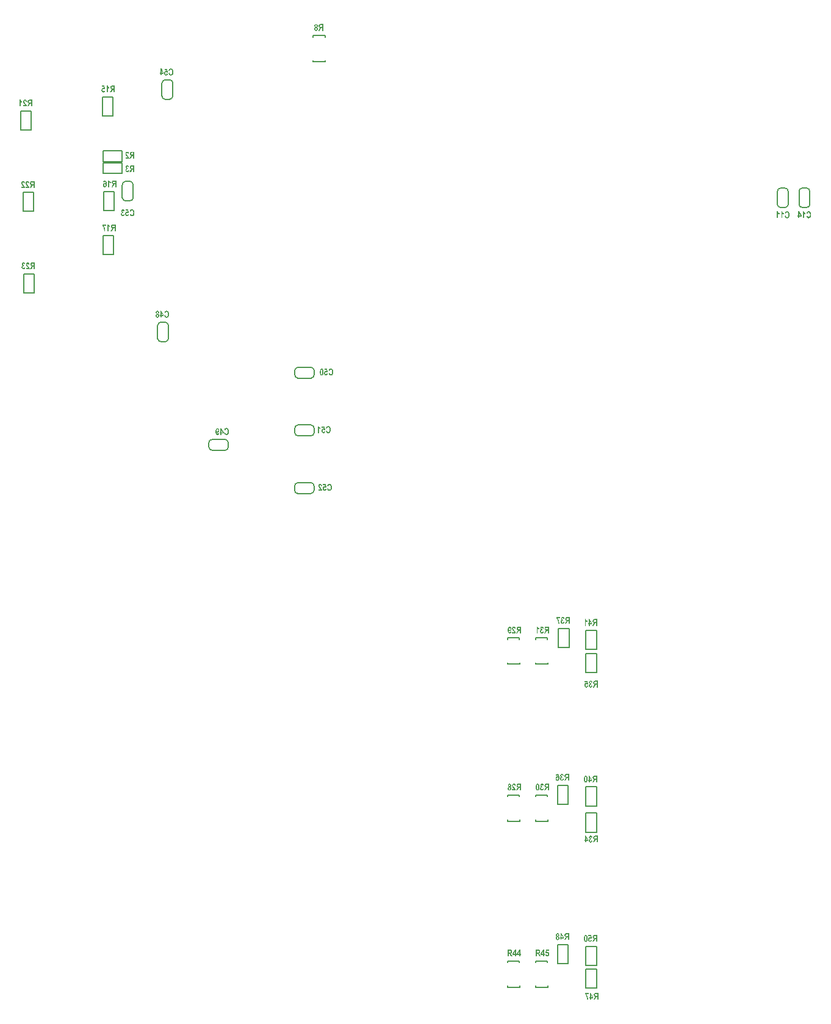
<source format=gbo>
G04*
G04 #@! TF.GenerationSoftware,Altium Limited,Altium Designer,21.8.1 (53)*
G04*
G04 Layer_Color=32896*
%FSLAX44Y44*%
%MOMM*%
G71*
G04*
G04 #@! TF.SameCoordinates,B26C40CF-43AE-4B56-A471-EC5E2FB952F6*
G04*
G04*
G04 #@! TF.FilePolarity,Positive*
G04*
G01*
G75*
%ADD11C,0.2000*%
G36*
X78643Y1387847D02*
X78837Y1387833D01*
X79183Y1387750D01*
X79489Y1387653D01*
X79738Y1387528D01*
X79946Y1387403D01*
X80015Y1387334D01*
X80085Y1387292D01*
X80140Y1387251D01*
X80182Y1387209D01*
X80196Y1387195D01*
X80210Y1387181D01*
X80335Y1387043D01*
X80431Y1386904D01*
X80612Y1386571D01*
X80751Y1386224D01*
X80848Y1385892D01*
X80889Y1385725D01*
X80931Y1385573D01*
X80945Y1385434D01*
X80972Y1385323D01*
X80986Y1385226D01*
Y1385156D01*
X81000Y1385101D01*
Y1385087D01*
X79530Y1384893D01*
X79502Y1385156D01*
X79461Y1385378D01*
X79405Y1385573D01*
X79336Y1385739D01*
X79253Y1385892D01*
X79170Y1386002D01*
X79072Y1386100D01*
X78975Y1386183D01*
X78878Y1386238D01*
X78795Y1386280D01*
X78629Y1386335D01*
X78573Y1386349D01*
X78518Y1386363D01*
X78476D01*
X78323Y1386349D01*
X78171Y1386308D01*
X78046Y1386266D01*
X77949Y1386210D01*
X77866Y1386141D01*
X77810Y1386100D01*
X77769Y1386058D01*
X77755Y1386044D01*
X77658Y1385919D01*
X77589Y1385767D01*
X77547Y1385614D01*
X77505Y1385461D01*
X77491Y1385323D01*
X77478Y1385212D01*
Y1385143D01*
Y1385129D01*
Y1385115D01*
X77491Y1384907D01*
X77533Y1384699D01*
X77589Y1384505D01*
X77644Y1384338D01*
X77699Y1384186D01*
X77755Y1384075D01*
X77797Y1384005D01*
X77810Y1383978D01*
X77866Y1383894D01*
X77935Y1383797D01*
X78102Y1383575D01*
X78296Y1383340D01*
X78504Y1383090D01*
X78698Y1382854D01*
X78781Y1382743D01*
X78864Y1382660D01*
X78920Y1382591D01*
X78975Y1382535D01*
X79003Y1382494D01*
X79017Y1382480D01*
X79239Y1382230D01*
X79433Y1381981D01*
X79627Y1381759D01*
X79794Y1381551D01*
X79946Y1381343D01*
X80071Y1381162D01*
X80196Y1380996D01*
X80293Y1380843D01*
X80390Y1380705D01*
X80473Y1380594D01*
X80529Y1380483D01*
X80584Y1380400D01*
X80626Y1380330D01*
X80640Y1380289D01*
X80667Y1380261D01*
Y1380247D01*
X80806Y1379928D01*
X80917Y1379609D01*
X81014Y1379304D01*
X81069Y1379041D01*
X81111Y1378805D01*
X81139Y1378708D01*
X81153Y1378624D01*
Y1378555D01*
X81167Y1378500D01*
Y1378472D01*
Y1378458D01*
X75994D01*
Y1380122D01*
X78934D01*
X78837Y1380302D01*
X78740Y1380455D01*
X78698Y1380511D01*
X78656Y1380566D01*
X78643Y1380594D01*
X78629Y1380608D01*
X78532Y1380732D01*
X78407Y1380885D01*
X78254Y1381051D01*
X78102Y1381232D01*
X77963Y1381398D01*
X77838Y1381537D01*
X77797Y1381592D01*
X77755Y1381634D01*
X77741Y1381648D01*
X77727Y1381662D01*
X77464Y1381967D01*
X77242Y1382244D01*
X77048Y1382480D01*
X76895Y1382688D01*
X76784Y1382840D01*
X76701Y1382965D01*
X76659Y1383035D01*
X76645Y1383062D01*
X76535Y1383270D01*
X76424Y1383465D01*
X76340Y1383645D01*
X76271Y1383811D01*
X76229Y1383950D01*
X76188Y1384047D01*
X76160Y1384116D01*
Y1384144D01*
X76105Y1384352D01*
X76063Y1384546D01*
X76035Y1384740D01*
X76007Y1384907D01*
Y1385059D01*
X75994Y1385170D01*
Y1385240D01*
Y1385267D01*
Y1385461D01*
X76021Y1385642D01*
X76091Y1385975D01*
X76188Y1386280D01*
X76299Y1386543D01*
X76424Y1386765D01*
X76479Y1386862D01*
X76521Y1386932D01*
X76562Y1386987D01*
X76590Y1387029D01*
X76604Y1387056D01*
X76618Y1387070D01*
X76743Y1387209D01*
X76867Y1387334D01*
X77006Y1387431D01*
X77159Y1387528D01*
X77311Y1387611D01*
X77464Y1387667D01*
X77755Y1387764D01*
X78032Y1387819D01*
X78143Y1387833D01*
X78254Y1387847D01*
X78337Y1387861D01*
X78448D01*
X78643Y1387847D01*
D02*
G37*
G36*
X72527Y1387556D02*
X72665Y1387278D01*
X72818Y1387029D01*
X72970Y1386821D01*
X73109Y1386640D01*
X73220Y1386502D01*
X73303Y1386418D01*
X73317Y1386405D01*
X73331Y1386391D01*
X73580Y1386169D01*
X73816Y1385988D01*
X74024Y1385836D01*
X74219Y1385711D01*
X74385Y1385628D01*
X74496Y1385559D01*
X74579Y1385531D01*
X74593Y1385517D01*
X74607D01*
Y1383880D01*
X74219Y1384061D01*
X73844Y1384269D01*
X73525Y1384505D01*
X73248Y1384727D01*
X73123Y1384824D01*
X73012Y1384921D01*
X72915Y1385018D01*
X72846Y1385087D01*
X72776Y1385156D01*
X72735Y1385198D01*
X72707Y1385226D01*
X72693Y1385240D01*
Y1378458D01*
X71209D01*
Y1387861D01*
X72416D01*
X72527Y1387556D01*
D02*
G37*
G36*
X88392Y1378458D02*
X86839D01*
Y1382369D01*
X86340D01*
X86187Y1382355D01*
X86048Y1382341D01*
X85937Y1382313D01*
X85854Y1382299D01*
X85799Y1382272D01*
X85771Y1382258D01*
X85757D01*
X85660Y1382216D01*
X85577Y1382147D01*
X85438Y1382022D01*
X85383Y1381967D01*
X85341Y1381911D01*
X85313Y1381884D01*
X85299Y1381870D01*
X85258Y1381814D01*
X85202Y1381731D01*
X85133Y1381648D01*
X85077Y1381551D01*
X84939Y1381315D01*
X84800Y1381079D01*
X84675Y1380857D01*
X84620Y1380760D01*
X84564Y1380677D01*
X84523Y1380608D01*
X84495Y1380552D01*
X84467Y1380511D01*
Y1380497D01*
X83358Y1378458D01*
X81486D01*
X82429Y1380275D01*
X82526Y1380469D01*
X82623Y1380663D01*
X82720Y1380829D01*
X82803Y1380982D01*
X82886Y1381121D01*
X82956Y1381246D01*
X83080Y1381454D01*
X83177Y1381606D01*
X83261Y1381717D01*
X83302Y1381786D01*
X83316Y1381800D01*
X83441Y1381953D01*
X83580Y1382105D01*
X83718Y1382244D01*
X83843Y1382355D01*
X83954Y1382452D01*
X84051Y1382521D01*
X84107Y1382577D01*
X84134Y1382591D01*
X83788Y1382674D01*
X83497Y1382785D01*
X83233Y1382924D01*
X83025Y1383076D01*
X82858Y1383201D01*
X82734Y1383312D01*
X82664Y1383395D01*
X82637Y1383409D01*
Y1383423D01*
X82456Y1383700D01*
X82318Y1383992D01*
X82221Y1384283D01*
X82165Y1384560D01*
X82123Y1384810D01*
X82110Y1384921D01*
Y1385018D01*
X82096Y1385087D01*
Y1385156D01*
Y1385184D01*
Y1385198D01*
X82110Y1385517D01*
X82151Y1385794D01*
X82207Y1386058D01*
X82262Y1386280D01*
X82331Y1386446D01*
X82387Y1386585D01*
X82429Y1386668D01*
X82443Y1386696D01*
X82581Y1386918D01*
X82734Y1387098D01*
X82872Y1387251D01*
X83011Y1387361D01*
X83136Y1387459D01*
X83233Y1387528D01*
X83302Y1387556D01*
X83330Y1387569D01*
X83441Y1387611D01*
X83566Y1387653D01*
X83843Y1387722D01*
X84134Y1387764D01*
X84426Y1387805D01*
X84689Y1387819D01*
X84814D01*
X84911Y1387833D01*
X88392D01*
Y1378458D01*
D02*
G37*
G36*
X498442Y1009681D02*
X497250Y1009473D01*
X497152Y1009598D01*
X497056Y1009695D01*
X496958Y1009792D01*
X496861Y1009861D01*
X496667Y1009986D01*
X496487Y1010069D01*
X496334Y1010111D01*
X496223Y1010139D01*
X496140Y1010153D01*
X496112D01*
X495932Y1010139D01*
X495780Y1010083D01*
X495627Y1010014D01*
X495516Y1009945D01*
X495419Y1009861D01*
X495350Y1009792D01*
X495308Y1009736D01*
X495294Y1009723D01*
X495183Y1009542D01*
X495100Y1009348D01*
X495045Y1009126D01*
X495003Y1008918D01*
X494975Y1008724D01*
X494961Y1008572D01*
Y1008502D01*
Y1008461D01*
Y1008433D01*
Y1008419D01*
X494975Y1008100D01*
X495017Y1007809D01*
X495072Y1007573D01*
X495128Y1007379D01*
X495183Y1007240D01*
X495239Y1007129D01*
X495280Y1007074D01*
X495294Y1007046D01*
X495419Y1006893D01*
X495544Y1006796D01*
X495682Y1006713D01*
X495807Y1006658D01*
X495904Y1006630D01*
X495988Y1006616D01*
X496057Y1006602D01*
X496071D01*
X496209Y1006616D01*
X496334Y1006658D01*
X496459Y1006713D01*
X496556Y1006783D01*
X496639Y1006838D01*
X496709Y1006893D01*
X496750Y1006935D01*
X496764Y1006949D01*
X496875Y1007088D01*
X496958Y1007254D01*
X497028Y1007407D01*
X497069Y1007559D01*
X497097Y1007698D01*
X497125Y1007823D01*
X497139Y1007892D01*
Y1007920D01*
X498609Y1007726D01*
X498539Y1007296D01*
X498484Y1007088D01*
X498428Y1006907D01*
X498359Y1006741D01*
X498290Y1006588D01*
X498220Y1006436D01*
X498151Y1006311D01*
X498082Y1006200D01*
X498012Y1006103D01*
X497957Y1006020D01*
X497901Y1005950D01*
X497860Y1005895D01*
X497818Y1005853D01*
X497804Y1005839D01*
X497790Y1005826D01*
X497652Y1005715D01*
X497513Y1005604D01*
X497236Y1005437D01*
X496945Y1005326D01*
X496681Y1005243D01*
X496445Y1005201D01*
X496334Y1005174D01*
X496251D01*
X496182Y1005160D01*
X496085D01*
X495849Y1005174D01*
X495641Y1005201D01*
X495433Y1005257D01*
X495253Y1005326D01*
X495072Y1005396D01*
X494920Y1005479D01*
X494767Y1005576D01*
X494642Y1005673D01*
X494531Y1005770D01*
X494421Y1005867D01*
X494337Y1005950D01*
X494268Y1006020D01*
X494212Y1006089D01*
X494171Y1006145D01*
X494157Y1006172D01*
X494143Y1006186D01*
X494018Y1006380D01*
X493907Y1006588D01*
X493824Y1006783D01*
X493741Y1006977D01*
X493616Y1007365D01*
X493533Y1007712D01*
X493505Y1007878D01*
X493491Y1008017D01*
X493464Y1008142D01*
Y1008253D01*
X493450Y1008336D01*
Y1008405D01*
Y1008447D01*
Y1008461D01*
X493464Y1008738D01*
X493477Y1009001D01*
X493519Y1009237D01*
X493574Y1009473D01*
X493630Y1009681D01*
X493699Y1009889D01*
X493783Y1010069D01*
X493852Y1010236D01*
X493921Y1010375D01*
X494004Y1010499D01*
X494074Y1010610D01*
X494129Y1010707D01*
X494185Y1010777D01*
X494212Y1010832D01*
X494240Y1010860D01*
X494254Y1010874D01*
X494379Y1010999D01*
X494504Y1011109D01*
X494628Y1011207D01*
X494767Y1011290D01*
X495031Y1011415D01*
X495266Y1011512D01*
X495488Y1011553D01*
X495572Y1011567D01*
X495655Y1011581D01*
X495724Y1011595D01*
X495807D01*
X496002Y1011581D01*
X496182Y1011539D01*
X496348Y1011498D01*
X496501Y1011442D01*
X496639Y1011373D01*
X496736Y1011331D01*
X496792Y1011290D01*
X496820Y1011276D01*
X496570Y1012885D01*
X493796D01*
Y1014563D01*
X497693D01*
X498442Y1009681D01*
D02*
G37*
G36*
X503019Y1014826D02*
X503296Y1014785D01*
X503546Y1014729D01*
X503796Y1014660D01*
X504017Y1014563D01*
X504225Y1014466D01*
X504420Y1014355D01*
X504586Y1014258D01*
X504739Y1014147D01*
X504877Y1014036D01*
X504988Y1013939D01*
X505085Y1013842D01*
X505155Y1013772D01*
X505210Y1013717D01*
X505238Y1013675D01*
X505252Y1013661D01*
X505446Y1013398D01*
X505612Y1013107D01*
X505751Y1012815D01*
X505876Y1012510D01*
X505987Y1012191D01*
X506070Y1011886D01*
X506139Y1011581D01*
X506195Y1011276D01*
X506236Y1010999D01*
X506278Y1010749D01*
X506306Y1010513D01*
X506320Y1010305D01*
Y1010153D01*
X506333Y1010028D01*
Y1009945D01*
Y1009931D01*
Y1009917D01*
X506320Y1009501D01*
X506292Y1009112D01*
X506236Y1008738D01*
X506167Y1008391D01*
X506084Y1008072D01*
X506001Y1007781D01*
X505904Y1007504D01*
X505793Y1007268D01*
X505695Y1007046D01*
X505598Y1006852D01*
X505515Y1006685D01*
X505432Y1006561D01*
X505363Y1006450D01*
X505307Y1006367D01*
X505279Y1006325D01*
X505266Y1006311D01*
X505085Y1006103D01*
X504891Y1005937D01*
X504697Y1005784D01*
X504489Y1005645D01*
X504281Y1005534D01*
X504087Y1005437D01*
X503893Y1005368D01*
X503698Y1005299D01*
X503518Y1005257D01*
X503352Y1005215D01*
X503199Y1005201D01*
X503074Y1005174D01*
X502963D01*
X502894Y1005160D01*
X502825D01*
X502603Y1005174D01*
X502395Y1005188D01*
X502006Y1005271D01*
X501660Y1005382D01*
X501507Y1005451D01*
X501368Y1005520D01*
X501244Y1005590D01*
X501133Y1005659D01*
X501036Y1005715D01*
X500966Y1005770D01*
X500897Y1005812D01*
X500855Y1005853D01*
X500828Y1005867D01*
X500814Y1005881D01*
X500661Y1006034D01*
X500523Y1006186D01*
X500287Y1006547D01*
X500079Y1006935D01*
X499912Y1007309D01*
X499843Y1007490D01*
X499787Y1007656D01*
X499746Y1007809D01*
X499704Y1007934D01*
X499677Y1008045D01*
X499649Y1008128D01*
X499635Y1008183D01*
Y1008197D01*
X501147Y1008780D01*
X501230Y1008405D01*
X501341Y1008100D01*
X501438Y1007837D01*
X501549Y1007628D01*
X501646Y1007462D01*
X501729Y1007351D01*
X501785Y1007282D01*
X501799Y1007254D01*
X501965Y1007102D01*
X502145Y1006977D01*
X502326Y1006893D01*
X502492Y1006838D01*
X502631Y1006810D01*
X502755Y1006796D01*
X502825Y1006783D01*
X502853D01*
X503005Y1006796D01*
X503144Y1006810D01*
X503421Y1006893D01*
X503643Y1007018D01*
X503837Y1007157D01*
X504003Y1007282D01*
X504114Y1007407D01*
X504184Y1007490D01*
X504212Y1007504D01*
Y1007518D01*
X504295Y1007670D01*
X504378Y1007837D01*
X504447Y1008031D01*
X504503Y1008225D01*
X504600Y1008641D01*
X504655Y1009057D01*
X504683Y1009251D01*
X504697Y1009431D01*
X504711Y1009598D01*
Y1009736D01*
X504725Y1009861D01*
Y1009945D01*
Y1010014D01*
Y1010028D01*
Y1010333D01*
X504697Y1010624D01*
X504669Y1010888D01*
X504641Y1011123D01*
X504600Y1011345D01*
X504558Y1011553D01*
X504517Y1011734D01*
X504461Y1011886D01*
X504406Y1012025D01*
X504364Y1012150D01*
X504323Y1012247D01*
X504281Y1012330D01*
X504239Y1012385D01*
X504225Y1012441D01*
X504198Y1012455D01*
Y1012469D01*
X504087Y1012607D01*
X503976Y1012718D01*
X503865Y1012815D01*
X503754Y1012898D01*
X503518Y1013037D01*
X503296Y1013120D01*
X503102Y1013176D01*
X502949Y1013204D01*
X502894Y1013217D01*
X502811D01*
X502589Y1013204D01*
X502395Y1013148D01*
X502228Y1013093D01*
X502076Y1013009D01*
X501951Y1012940D01*
X501854Y1012871D01*
X501799Y1012815D01*
X501785Y1012801D01*
X501632Y1012635D01*
X501507Y1012455D01*
X501396Y1012261D01*
X501313Y1012066D01*
X501258Y1011900D01*
X501216Y1011761D01*
X501202Y1011706D01*
Y1011664D01*
X501188Y1011650D01*
Y1011637D01*
X499649Y1012080D01*
X499704Y1012302D01*
X499774Y1012510D01*
X499843Y1012704D01*
X499912Y1012898D01*
X499996Y1013065D01*
X500065Y1013217D01*
X500148Y1013342D01*
X500218Y1013467D01*
X500287Y1013578D01*
X500356Y1013675D01*
X500412Y1013758D01*
X500467Y1013828D01*
X500509Y1013869D01*
X500536Y1013911D01*
X500550Y1013939D01*
X500564D01*
X500731Y1014091D01*
X500911Y1014230D01*
X501091Y1014355D01*
X501272Y1014466D01*
X501452Y1014549D01*
X501632Y1014618D01*
X501979Y1014729D01*
X502131Y1014771D01*
X502270Y1014799D01*
X502395Y1014812D01*
X502506Y1014826D01*
X502603Y1014840D01*
X502728D01*
X503019Y1014826D01*
D02*
G37*
G36*
X490385Y1014701D02*
X490579Y1014674D01*
X490759Y1014618D01*
X490926Y1014549D01*
X491231Y1014382D01*
X491494Y1014188D01*
X491702Y1013980D01*
X491786Y1013897D01*
X491855Y1013814D01*
X491910Y1013745D01*
X491952Y1013689D01*
X491966Y1013661D01*
X491980Y1013647D01*
X492104Y1013426D01*
X492201Y1013176D01*
X492299Y1012912D01*
X492368Y1012621D01*
X492493Y1012011D01*
X492576Y1011401D01*
X492604Y1011109D01*
X492618Y1010832D01*
X492631Y1010583D01*
X492645Y1010375D01*
X492659Y1010194D01*
Y1010055D01*
Y1010014D01*
Y1009972D01*
Y1009958D01*
Y1009945D01*
X492645Y1009459D01*
X492631Y1009015D01*
X492590Y1008599D01*
X492548Y1008225D01*
X492507Y1007878D01*
X492437Y1007573D01*
X492382Y1007309D01*
X492313Y1007060D01*
X492257Y1006852D01*
X492188Y1006672D01*
X492132Y1006533D01*
X492091Y1006408D01*
X492035Y1006311D01*
X492007Y1006255D01*
X491993Y1006214D01*
X491980Y1006200D01*
X491841Y1006020D01*
X491702Y1005853D01*
X491550Y1005715D01*
X491397Y1005604D01*
X491245Y1005493D01*
X491106Y1005410D01*
X490953Y1005340D01*
X490815Y1005285D01*
X490551Y1005215D01*
X490440Y1005188D01*
X490343Y1005174D01*
X490274D01*
X490218Y1005160D01*
X490163D01*
X489955Y1005174D01*
X489761Y1005201D01*
X489580Y1005257D01*
X489414Y1005326D01*
X489109Y1005493D01*
X488845Y1005687D01*
X488637Y1005881D01*
X488554Y1005964D01*
X488485Y1006048D01*
X488429Y1006117D01*
X488388Y1006172D01*
X488374Y1006200D01*
X488360Y1006214D01*
X488235Y1006436D01*
X488124Y1006685D01*
X488041Y1006949D01*
X487958Y1007240D01*
X487833Y1007864D01*
X487750Y1008475D01*
X487722Y1008766D01*
X487708Y1009043D01*
X487680Y1009279D01*
Y1009501D01*
X487667Y1009681D01*
Y1009820D01*
Y1009861D01*
Y1009903D01*
Y1009917D01*
Y1009931D01*
X487680Y1010416D01*
X487694Y1010846D01*
X487736Y1011262D01*
X487777Y1011623D01*
X487833Y1011969D01*
X487888Y1012274D01*
X487944Y1012538D01*
X488013Y1012788D01*
X488083Y1012996D01*
X488138Y1013176D01*
X488194Y1013315D01*
X488249Y1013439D01*
X488291Y1013537D01*
X488332Y1013592D01*
X488346Y1013633D01*
X488360Y1013647D01*
X488499Y1013842D01*
X488637Y1013994D01*
X488790Y1014147D01*
X488942Y1014271D01*
X489095Y1014369D01*
X489234Y1014452D01*
X489386Y1014521D01*
X489525Y1014577D01*
X489788Y1014660D01*
X489899Y1014688D01*
X489996Y1014701D01*
X490066Y1014715D01*
X490177D01*
X490385Y1014701D01*
D02*
G37*
G36*
X494839Y929681D02*
X493646Y929473D01*
X493549Y929598D01*
X493452Y929695D01*
X493355Y929792D01*
X493258Y929861D01*
X493064Y929986D01*
X492884Y930069D01*
X492731Y930111D01*
X492620Y930139D01*
X492537Y930153D01*
X492509D01*
X492329Y930139D01*
X492176Y930083D01*
X492024Y930014D01*
X491913Y929945D01*
X491816Y929861D01*
X491746Y929792D01*
X491705Y929736D01*
X491691Y929723D01*
X491580Y929542D01*
X491497Y929348D01*
X491441Y929126D01*
X491400Y928918D01*
X491372Y928724D01*
X491358Y928571D01*
Y928502D01*
Y928461D01*
Y928433D01*
Y928419D01*
X491372Y928100D01*
X491413Y927809D01*
X491469Y927573D01*
X491525Y927379D01*
X491580Y927240D01*
X491635Y927129D01*
X491677Y927074D01*
X491691Y927046D01*
X491816Y926893D01*
X491940Y926796D01*
X492079Y926713D01*
X492204Y926658D01*
X492301Y926630D01*
X492384Y926616D01*
X492454Y926602D01*
X492467D01*
X492606Y926616D01*
X492731Y926658D01*
X492856Y926713D01*
X492953Y926783D01*
X493036Y926838D01*
X493106Y926893D01*
X493147Y926935D01*
X493161Y926949D01*
X493272Y927088D01*
X493355Y927254D01*
X493424Y927407D01*
X493466Y927559D01*
X493494Y927698D01*
X493521Y927823D01*
X493535Y927892D01*
Y927920D01*
X495005Y927726D01*
X494936Y927296D01*
X494881Y927088D01*
X494825Y926907D01*
X494756Y926741D01*
X494687Y926588D01*
X494617Y926436D01*
X494548Y926311D01*
X494478Y926200D01*
X494409Y926103D01*
X494354Y926020D01*
X494298Y925950D01*
X494257Y925895D01*
X494215Y925853D01*
X494201Y925839D01*
X494187Y925826D01*
X494049Y925715D01*
X493910Y925604D01*
X493633Y925437D01*
X493341Y925326D01*
X493078Y925243D01*
X492842Y925201D01*
X492731Y925174D01*
X492648D01*
X492579Y925160D01*
X492481D01*
X492246Y925174D01*
X492038Y925201D01*
X491830Y925257D01*
X491649Y925326D01*
X491469Y925396D01*
X491316Y925479D01*
X491164Y925576D01*
X491039Y925673D01*
X490928Y925770D01*
X490817Y925867D01*
X490734Y925950D01*
X490665Y926020D01*
X490609Y926089D01*
X490568Y926145D01*
X490554Y926172D01*
X490540Y926186D01*
X490415Y926380D01*
X490304Y926588D01*
X490221Y926783D01*
X490138Y926977D01*
X490013Y927365D01*
X489930Y927712D01*
X489902Y927878D01*
X489888Y928017D01*
X489860Y928142D01*
Y928253D01*
X489846Y928336D01*
Y928405D01*
Y928447D01*
Y928461D01*
X489860Y928738D01*
X489874Y929001D01*
X489916Y929237D01*
X489971Y929473D01*
X490027Y929681D01*
X490096Y929889D01*
X490179Y930069D01*
X490249Y930236D01*
X490318Y930374D01*
X490401Y930499D01*
X490471Y930610D01*
X490526Y930707D01*
X490581Y930777D01*
X490609Y930832D01*
X490637Y930860D01*
X490651Y930874D01*
X490776Y930999D01*
X490900Y931109D01*
X491025Y931207D01*
X491164Y931290D01*
X491427Y931415D01*
X491663Y931512D01*
X491885Y931553D01*
X491968Y931567D01*
X492052Y931581D01*
X492121Y931595D01*
X492204D01*
X492398Y931581D01*
X492579Y931539D01*
X492745Y931498D01*
X492897Y931442D01*
X493036Y931373D01*
X493133Y931331D01*
X493189Y931290D01*
X493216Y931276D01*
X492967Y932885D01*
X490193D01*
Y934563D01*
X494090D01*
X494839Y929681D01*
D02*
G37*
G36*
X486587Y934410D02*
X486726Y934133D01*
X486879Y933883D01*
X487031Y933675D01*
X487170Y933495D01*
X487281Y933356D01*
X487364Y933273D01*
X487378Y933259D01*
X487392Y933245D01*
X487641Y933023D01*
X487877Y932843D01*
X488085Y932691D01*
X488279Y932566D01*
X488446Y932482D01*
X488557Y932413D01*
X488640Y932385D01*
X488654Y932372D01*
X488668D01*
Y930735D01*
X488279Y930915D01*
X487905Y931123D01*
X487586Y931359D01*
X487309Y931581D01*
X487184Y931678D01*
X487073Y931775D01*
X486976Y931872D01*
X486906Y931942D01*
X486837Y932011D01*
X486795Y932053D01*
X486768Y932080D01*
X486754Y932094D01*
Y925312D01*
X485270D01*
Y934715D01*
X486476D01*
X486587Y934410D01*
D02*
G37*
G36*
X499416Y934826D02*
X499693Y934785D01*
X499943Y934729D01*
X500192Y934660D01*
X500414Y934563D01*
X500622Y934466D01*
X500816Y934355D01*
X500983Y934258D01*
X501135Y934147D01*
X501274Y934036D01*
X501385Y933939D01*
X501482Y933841D01*
X501551Y933772D01*
X501607Y933717D01*
X501635Y933675D01*
X501648Y933661D01*
X501843Y933398D01*
X502009Y933107D01*
X502148Y932815D01*
X502272Y932510D01*
X502383Y932191D01*
X502467Y931886D01*
X502536Y931581D01*
X502592Y931276D01*
X502633Y930999D01*
X502675Y930749D01*
X502702Y930513D01*
X502716Y930305D01*
Y930153D01*
X502730Y930028D01*
Y929945D01*
Y929931D01*
Y929917D01*
X502716Y929501D01*
X502689Y929112D01*
X502633Y928738D01*
X502564Y928391D01*
X502481Y928072D01*
X502397Y927781D01*
X502300Y927504D01*
X502189Y927268D01*
X502092Y927046D01*
X501995Y926852D01*
X501912Y926685D01*
X501829Y926561D01*
X501759Y926450D01*
X501704Y926367D01*
X501676Y926325D01*
X501662Y926311D01*
X501482Y926103D01*
X501288Y925937D01*
X501094Y925784D01*
X500886Y925645D01*
X500678Y925534D01*
X500484Y925437D01*
X500289Y925368D01*
X500095Y925299D01*
X499915Y925257D01*
X499748Y925215D01*
X499596Y925201D01*
X499471Y925174D01*
X499360D01*
X499291Y925160D01*
X499221D01*
X499000Y925174D01*
X498792Y925188D01*
X498403Y925271D01*
X498056Y925382D01*
X497904Y925451D01*
X497765Y925520D01*
X497640Y925590D01*
X497529Y925659D01*
X497432Y925715D01*
X497363Y925770D01*
X497294Y925812D01*
X497252Y925853D01*
X497224Y925867D01*
X497211Y925881D01*
X497058Y926034D01*
X496919Y926186D01*
X496684Y926547D01*
X496475Y926935D01*
X496309Y927309D01*
X496240Y927490D01*
X496184Y927656D01*
X496143Y927809D01*
X496101Y927934D01*
X496073Y928045D01*
X496046Y928128D01*
X496032Y928183D01*
Y928197D01*
X497543Y928780D01*
X497627Y928405D01*
X497738Y928100D01*
X497835Y927837D01*
X497946Y927628D01*
X498043Y927462D01*
X498126Y927351D01*
X498181Y927282D01*
X498195Y927254D01*
X498362Y927102D01*
X498542Y926977D01*
X498722Y926893D01*
X498889Y926838D01*
X499027Y926810D01*
X499152Y926796D01*
X499221Y926783D01*
X499249D01*
X499402Y926796D01*
X499540Y926810D01*
X499818Y926893D01*
X500040Y927018D01*
X500234Y927157D01*
X500400Y927282D01*
X500511Y927407D01*
X500581Y927490D01*
X500608Y927504D01*
Y927518D01*
X500691Y927670D01*
X500775Y927837D01*
X500844Y928031D01*
X500900Y928225D01*
X500997Y928641D01*
X501052Y929057D01*
X501080Y929251D01*
X501094Y929431D01*
X501108Y929598D01*
Y929736D01*
X501121Y929861D01*
Y929945D01*
Y930014D01*
Y930028D01*
Y930333D01*
X501094Y930624D01*
X501066Y930888D01*
X501038Y931123D01*
X500997Y931345D01*
X500955Y931553D01*
X500913Y931733D01*
X500858Y931886D01*
X500802Y932025D01*
X500761Y932150D01*
X500719Y932247D01*
X500678Y932330D01*
X500636Y932385D01*
X500622Y932441D01*
X500594Y932455D01*
Y932469D01*
X500484Y932607D01*
X500373Y932718D01*
X500262Y932815D01*
X500151Y932898D01*
X499915Y933037D01*
X499693Y933120D01*
X499499Y933176D01*
X499346Y933204D01*
X499291Y933217D01*
X499208D01*
X498986Y933204D01*
X498792Y933148D01*
X498625Y933093D01*
X498473Y933009D01*
X498348Y932940D01*
X498251Y932871D01*
X498195Y932815D01*
X498181Y932801D01*
X498029Y932635D01*
X497904Y932455D01*
X497793Y932261D01*
X497710Y932066D01*
X497654Y931900D01*
X497613Y931761D01*
X497599Y931706D01*
Y931664D01*
X497585Y931650D01*
Y931637D01*
X496046Y932080D01*
X496101Y932302D01*
X496170Y932510D01*
X496240Y932704D01*
X496309Y932898D01*
X496392Y933065D01*
X496462Y933217D01*
X496545Y933342D01*
X496614Y933467D01*
X496684Y933578D01*
X496753Y933675D01*
X496808Y933758D01*
X496864Y933828D01*
X496905Y933869D01*
X496933Y933911D01*
X496947Y933939D01*
X496961D01*
X497127Y934091D01*
X497308Y934230D01*
X497488Y934355D01*
X497668Y934466D01*
X497849Y934549D01*
X498029Y934618D01*
X498376Y934729D01*
X498528Y934771D01*
X498667Y934799D01*
X498792Y934812D01*
X498903Y934826D01*
X499000Y934840D01*
X499124D01*
X499416Y934826D01*
D02*
G37*
G36*
X488322Y854701D02*
X488517Y854688D01*
X488863Y854604D01*
X489168Y854507D01*
X489418Y854382D01*
X489626Y854258D01*
X489695Y854188D01*
X489765Y854147D01*
X489820Y854105D01*
X489862Y854063D01*
X489876Y854050D01*
X489889Y854036D01*
X490014Y853897D01*
X490111Y853758D01*
X490292Y853426D01*
X490430Y853079D01*
X490527Y852746D01*
X490569Y852579D01*
X490611Y852427D01*
X490625Y852288D01*
X490652Y852177D01*
X490666Y852080D01*
Y852011D01*
X490680Y851955D01*
Y851942D01*
X489210Y851747D01*
X489182Y852011D01*
X489141Y852233D01*
X489085Y852427D01*
X489016Y852593D01*
X488933Y852746D01*
X488849Y852857D01*
X488752Y852954D01*
X488655Y853037D01*
X488558Y853093D01*
X488475Y853134D01*
X488308Y853190D01*
X488253Y853204D01*
X488198Y853217D01*
X488156D01*
X488003Y853204D01*
X487851Y853162D01*
X487726Y853120D01*
X487629Y853065D01*
X487546Y852996D01*
X487490Y852954D01*
X487449Y852912D01*
X487435Y852898D01*
X487338Y852774D01*
X487268Y852621D01*
X487227Y852469D01*
X487185Y852316D01*
X487171Y852177D01*
X487157Y852066D01*
Y851997D01*
Y851983D01*
Y851969D01*
X487171Y851761D01*
X487213Y851553D01*
X487268Y851359D01*
X487324Y851193D01*
X487379Y851040D01*
X487435Y850929D01*
X487476Y850860D01*
X487490Y850832D01*
X487546Y850749D01*
X487615Y850652D01*
X487781Y850430D01*
X487976Y850194D01*
X488184Y849945D01*
X488378Y849709D01*
X488461Y849598D01*
X488544Y849515D01*
X488600Y849445D01*
X488655Y849390D01*
X488683Y849348D01*
X488697Y849334D01*
X488919Y849085D01*
X489113Y848835D01*
X489307Y848613D01*
X489473Y848405D01*
X489626Y848197D01*
X489751Y848017D01*
X489876Y847850D01*
X489973Y847698D01*
X490070Y847559D01*
X490153Y847448D01*
X490209Y847337D01*
X490264Y847254D01*
X490305Y847185D01*
X490319Y847143D01*
X490347Y847115D01*
Y847102D01*
X490486Y846783D01*
X490597Y846464D01*
X490694Y846159D01*
X490749Y845895D01*
X490791Y845659D01*
X490819Y845562D01*
X490832Y845479D01*
Y845410D01*
X490846Y845354D01*
Y845326D01*
Y845312D01*
X485673D01*
Y846977D01*
X488614D01*
X488517Y847157D01*
X488419Y847309D01*
X488378Y847365D01*
X488336Y847421D01*
X488322Y847448D01*
X488308Y847462D01*
X488211Y847587D01*
X488087Y847739D01*
X487934Y847906D01*
X487781Y848086D01*
X487643Y848253D01*
X487518Y848391D01*
X487476Y848447D01*
X487435Y848488D01*
X487421Y848502D01*
X487407Y848516D01*
X487144Y848821D01*
X486922Y849099D01*
X486727Y849334D01*
X486575Y849542D01*
X486464Y849695D01*
X486381Y849820D01*
X486339Y849889D01*
X486325Y849917D01*
X486214Y850125D01*
X486103Y850319D01*
X486020Y850499D01*
X485951Y850666D01*
X485909Y850804D01*
X485868Y850901D01*
X485840Y850971D01*
Y850999D01*
X485784Y851207D01*
X485743Y851401D01*
X485715Y851595D01*
X485687Y851761D01*
Y851914D01*
X485673Y852025D01*
Y852094D01*
Y852122D01*
Y852316D01*
X485701Y852496D01*
X485771Y852829D01*
X485868Y853134D01*
X485979Y853398D01*
X486103Y853620D01*
X486159Y853717D01*
X486200Y853786D01*
X486242Y853841D01*
X486270Y853883D01*
X486284Y853911D01*
X486298Y853925D01*
X486422Y854063D01*
X486547Y854188D01*
X486686Y854285D01*
X486838Y854382D01*
X486991Y854466D01*
X487144Y854521D01*
X487435Y854618D01*
X487712Y854674D01*
X487823Y854688D01*
X487934Y854701D01*
X488017Y854715D01*
X488128D01*
X488322Y854701D01*
D02*
G37*
G36*
X496435Y849681D02*
X495243Y849473D01*
X495146Y849598D01*
X495048Y849695D01*
X494952Y849792D01*
X494854Y849861D01*
X494660Y849986D01*
X494480Y850069D01*
X494327Y850111D01*
X494216Y850139D01*
X494133Y850153D01*
X494105D01*
X493925Y850139D01*
X493773Y850083D01*
X493620Y850014D01*
X493509Y849945D01*
X493412Y849861D01*
X493343Y849792D01*
X493301Y849736D01*
X493287Y849723D01*
X493176Y849542D01*
X493093Y849348D01*
X493038Y849126D01*
X492996Y848918D01*
X492968Y848724D01*
X492954Y848572D01*
Y848502D01*
Y848461D01*
Y848433D01*
Y848419D01*
X492968Y848100D01*
X493010Y847809D01*
X493065Y847573D01*
X493121Y847379D01*
X493176Y847240D01*
X493232Y847129D01*
X493273Y847074D01*
X493287Y847046D01*
X493412Y846893D01*
X493537Y846796D01*
X493676Y846713D01*
X493800Y846658D01*
X493898Y846630D01*
X493981Y846616D01*
X494050Y846602D01*
X494064D01*
X494203Y846616D01*
X494327Y846658D01*
X494452Y846713D01*
X494549Y846783D01*
X494632Y846838D01*
X494702Y846893D01*
X494743Y846935D01*
X494757Y846949D01*
X494868Y847088D01*
X494952Y847254D01*
X495021Y847407D01*
X495062Y847559D01*
X495090Y847698D01*
X495118Y847823D01*
X495132Y847892D01*
Y847920D01*
X496602Y847726D01*
X496533Y847296D01*
X496477Y847088D01*
X496422Y846907D01*
X496352Y846741D01*
X496283Y846588D01*
X496213Y846436D01*
X496144Y846311D01*
X496075Y846200D01*
X496006Y846103D01*
X495950Y846020D01*
X495895Y845950D01*
X495853Y845895D01*
X495811Y845853D01*
X495797Y845839D01*
X495784Y845826D01*
X495645Y845715D01*
X495506Y845604D01*
X495229Y845437D01*
X494938Y845326D01*
X494674Y845243D01*
X494438Y845201D01*
X494327Y845174D01*
X494244D01*
X494175Y845160D01*
X494078D01*
X493842Y845174D01*
X493634Y845201D01*
X493426Y845257D01*
X493246Y845326D01*
X493065Y845396D01*
X492913Y845479D01*
X492760Y845576D01*
X492635Y845673D01*
X492524Y845770D01*
X492413Y845867D01*
X492330Y845950D01*
X492261Y846020D01*
X492206Y846089D01*
X492164Y846145D01*
X492150Y846172D01*
X492136Y846186D01*
X492011Y846380D01*
X491900Y846588D01*
X491817Y846783D01*
X491734Y846977D01*
X491609Y847365D01*
X491526Y847712D01*
X491498Y847878D01*
X491484Y848017D01*
X491457Y848142D01*
Y848253D01*
X491443Y848336D01*
Y848405D01*
Y848447D01*
Y848461D01*
X491457Y848738D01*
X491470Y849001D01*
X491512Y849237D01*
X491568Y849473D01*
X491623Y849681D01*
X491692Y849889D01*
X491776Y850069D01*
X491845Y850236D01*
X491914Y850374D01*
X491997Y850499D01*
X492067Y850610D01*
X492122Y850707D01*
X492178Y850777D01*
X492206Y850832D01*
X492233Y850860D01*
X492247Y850874D01*
X492372Y850999D01*
X492497Y851109D01*
X492622Y851207D01*
X492760Y851290D01*
X493024Y851415D01*
X493260Y851512D01*
X493481Y851553D01*
X493565Y851567D01*
X493648Y851581D01*
X493717Y851595D01*
X493800D01*
X493994Y851581D01*
X494175Y851539D01*
X494341Y851498D01*
X494494Y851442D01*
X494632Y851373D01*
X494730Y851331D01*
X494785Y851290D01*
X494813Y851276D01*
X494563Y852885D01*
X491790D01*
Y854563D01*
X495686D01*
X496435Y849681D01*
D02*
G37*
G36*
X501012Y854826D02*
X501289Y854785D01*
X501539Y854729D01*
X501789Y854660D01*
X502010Y854563D01*
X502219Y854466D01*
X502413Y854355D01*
X502579Y854258D01*
X502732Y854147D01*
X502870Y854036D01*
X502981Y853939D01*
X503078Y853841D01*
X503148Y853772D01*
X503203Y853717D01*
X503231Y853675D01*
X503245Y853661D01*
X503439Y853398D01*
X503605Y853107D01*
X503744Y852815D01*
X503869Y852510D01*
X503980Y852191D01*
X504063Y851886D01*
X504132Y851581D01*
X504188Y851276D01*
X504229Y850999D01*
X504271Y850749D01*
X504299Y850513D01*
X504313Y850305D01*
Y850153D01*
X504327Y850028D01*
Y849945D01*
Y849931D01*
Y849917D01*
X504313Y849501D01*
X504285Y849112D01*
X504229Y848738D01*
X504160Y848391D01*
X504077Y848072D01*
X503994Y847781D01*
X503897Y847504D01*
X503786Y847268D01*
X503689Y847046D01*
X503591Y846852D01*
X503508Y846685D01*
X503425Y846561D01*
X503356Y846450D01*
X503300Y846367D01*
X503273Y846325D01*
X503259Y846311D01*
X503078Y846103D01*
X502884Y845937D01*
X502690Y845784D01*
X502482Y845645D01*
X502274Y845534D01*
X502080Y845437D01*
X501886Y845368D01*
X501692Y845299D01*
X501511Y845257D01*
X501345Y845215D01*
X501192Y845201D01*
X501067Y845174D01*
X500956D01*
X500887Y845160D01*
X500818D01*
X500596Y845174D01*
X500388Y845188D01*
X500000Y845271D01*
X499653Y845382D01*
X499500Y845451D01*
X499362Y845520D01*
X499237Y845590D01*
X499126Y845659D01*
X499029Y845715D01*
X498959Y845770D01*
X498890Y845812D01*
X498848Y845853D01*
X498821Y845867D01*
X498807Y845881D01*
X498654Y846034D01*
X498516Y846186D01*
X498280Y846547D01*
X498072Y846935D01*
X497905Y847309D01*
X497836Y847490D01*
X497781Y847656D01*
X497739Y847809D01*
X497697Y847934D01*
X497670Y848045D01*
X497642Y848128D01*
X497628Y848183D01*
Y848197D01*
X499140Y848780D01*
X499223Y848405D01*
X499334Y848100D01*
X499431Y847837D01*
X499542Y847628D01*
X499639Y847462D01*
X499722Y847351D01*
X499778Y847282D01*
X499791Y847254D01*
X499958Y847102D01*
X500138Y846977D01*
X500318Y846893D01*
X500485Y846838D01*
X500624Y846810D01*
X500748Y846796D01*
X500818Y846783D01*
X500845D01*
X500998Y846796D01*
X501137Y846810D01*
X501414Y846893D01*
X501636Y847018D01*
X501830Y847157D01*
X501997Y847282D01*
X502108Y847407D01*
X502177Y847490D01*
X502205Y847504D01*
Y847518D01*
X502288Y847670D01*
X502371Y847837D01*
X502440Y848031D01*
X502496Y848225D01*
X502593Y848641D01*
X502648Y849057D01*
X502676Y849251D01*
X502690Y849431D01*
X502704Y849598D01*
Y849736D01*
X502718Y849861D01*
Y849945D01*
Y850014D01*
Y850028D01*
Y850333D01*
X502690Y850624D01*
X502662Y850888D01*
X502635Y851123D01*
X502593Y851345D01*
X502551Y851553D01*
X502510Y851734D01*
X502454Y851886D01*
X502399Y852025D01*
X502357Y852150D01*
X502316Y852247D01*
X502274Y852330D01*
X502232Y852385D01*
X502219Y852441D01*
X502191Y852455D01*
Y852469D01*
X502080Y852607D01*
X501969Y852718D01*
X501858Y852815D01*
X501747Y852898D01*
X501511Y853037D01*
X501289Y853120D01*
X501095Y853176D01*
X500943Y853204D01*
X500887Y853217D01*
X500804D01*
X500582Y853204D01*
X500388Y853148D01*
X500221Y853093D01*
X500069Y853009D01*
X499944Y852940D01*
X499847Y852871D01*
X499791Y852815D01*
X499778Y852801D01*
X499625Y852635D01*
X499500Y852455D01*
X499389Y852261D01*
X499306Y852066D01*
X499251Y851900D01*
X499209Y851761D01*
X499195Y851706D01*
Y851664D01*
X499181Y851650D01*
Y851637D01*
X497642Y852080D01*
X497697Y852302D01*
X497767Y852510D01*
X497836Y852704D01*
X497905Y852898D01*
X497989Y853065D01*
X498058Y853217D01*
X498141Y853342D01*
X498210Y853467D01*
X498280Y853578D01*
X498349Y853675D01*
X498405Y853758D01*
X498460Y853828D01*
X498502Y853869D01*
X498530Y853911D01*
X498543Y853939D01*
X498557D01*
X498724Y854091D01*
X498904Y854230D01*
X499084Y854355D01*
X499264Y854466D01*
X499445Y854549D01*
X499625Y854618D01*
X499972Y854729D01*
X500124Y854771D01*
X500263Y854799D01*
X500388Y854812D01*
X500499Y854826D01*
X500596Y854840D01*
X500721D01*
X501012Y854826D01*
D02*
G37*
G36*
X220450Y1315688D02*
X220644Y1315674D01*
X220991Y1315590D01*
X221296Y1315493D01*
X221545Y1315368D01*
X221753Y1315244D01*
X221823Y1315174D01*
X221892Y1315133D01*
X221947Y1315091D01*
X221989Y1315050D01*
X222003Y1315036D01*
X222017Y1315022D01*
X222142Y1314883D01*
X222239Y1314745D01*
X222419Y1314412D01*
X222558Y1314065D01*
X222655Y1313732D01*
X222696Y1313566D01*
X222738Y1313413D01*
X222752Y1313274D01*
X222780Y1313163D01*
X222794Y1313066D01*
Y1312997D01*
X222807Y1312942D01*
Y1312928D01*
X221337Y1312733D01*
X221310Y1312997D01*
X221268Y1313219D01*
X221213Y1313413D01*
X221143Y1313580D01*
X221060Y1313732D01*
X220977Y1313843D01*
X220880Y1313940D01*
X220783Y1314023D01*
X220686Y1314079D01*
X220602Y1314120D01*
X220436Y1314176D01*
X220380Y1314190D01*
X220325Y1314204D01*
X220283D01*
X220131Y1314190D01*
X219978Y1314148D01*
X219853Y1314106D01*
X219756Y1314051D01*
X219673Y1313982D01*
X219618Y1313940D01*
X219576Y1313898D01*
X219562Y1313885D01*
X219465Y1313760D01*
X219396Y1313607D01*
X219354Y1313455D01*
X219312Y1313302D01*
X219299Y1313163D01*
X219285Y1313053D01*
Y1312983D01*
Y1312969D01*
Y1312955D01*
X219299Y1312747D01*
X219340Y1312539D01*
X219396Y1312345D01*
X219451Y1312179D01*
X219507Y1312026D01*
X219562Y1311915D01*
X219604Y1311846D01*
X219618Y1311818D01*
X219673Y1311735D01*
X219742Y1311638D01*
X219909Y1311416D01*
X220103Y1311180D01*
X220311Y1310931D01*
X220505Y1310695D01*
X220588Y1310584D01*
X220672Y1310501D01*
X220727Y1310431D01*
X220783Y1310376D01*
X220810Y1310334D01*
X220824Y1310320D01*
X221046Y1310071D01*
X221240Y1309821D01*
X221434Y1309599D01*
X221601Y1309391D01*
X221753Y1309183D01*
X221878Y1309003D01*
X222003Y1308837D01*
X222100Y1308684D01*
X222197Y1308545D01*
X222280Y1308434D01*
X222336Y1308323D01*
X222391Y1308240D01*
X222433Y1308171D01*
X222447Y1308129D01*
X222474Y1308102D01*
Y1308088D01*
X222613Y1307769D01*
X222724Y1307450D01*
X222821Y1307145D01*
X222877Y1306881D01*
X222918Y1306645D01*
X222946Y1306548D01*
X222960Y1306465D01*
Y1306396D01*
X222974Y1306340D01*
Y1306313D01*
Y1306299D01*
X217801D01*
Y1307963D01*
X220741D01*
X220644Y1308143D01*
X220547Y1308296D01*
X220505Y1308351D01*
X220464Y1308407D01*
X220450Y1308434D01*
X220436Y1308448D01*
X220339Y1308573D01*
X220214Y1308726D01*
X220061Y1308892D01*
X219909Y1309072D01*
X219770Y1309239D01*
X219645Y1309377D01*
X219604Y1309433D01*
X219562Y1309474D01*
X219548Y1309488D01*
X219534Y1309502D01*
X219271Y1309807D01*
X219049Y1310085D01*
X218855Y1310320D01*
X218702Y1310529D01*
X218591Y1310681D01*
X218508Y1310806D01*
X218466Y1310875D01*
X218453Y1310903D01*
X218342Y1311111D01*
X218231Y1311305D01*
X218148Y1311485D01*
X218078Y1311652D01*
X218037Y1311790D01*
X217995Y1311888D01*
X217967Y1311957D01*
Y1311985D01*
X217912Y1312193D01*
X217870Y1312387D01*
X217842Y1312581D01*
X217815Y1312747D01*
Y1312900D01*
X217801Y1313011D01*
Y1313080D01*
Y1313108D01*
Y1313302D01*
X217829Y1313482D01*
X217898Y1313815D01*
X217995Y1314120D01*
X218106Y1314384D01*
X218231Y1314606D01*
X218286Y1314703D01*
X218328Y1314772D01*
X218369Y1314828D01*
X218397Y1314869D01*
X218411Y1314897D01*
X218425Y1314911D01*
X218550Y1315050D01*
X218675Y1315174D01*
X218813Y1315271D01*
X218966Y1315368D01*
X219118Y1315452D01*
X219271Y1315507D01*
X219562Y1315604D01*
X219839Y1315660D01*
X219950Y1315674D01*
X220061Y1315688D01*
X220145Y1315701D01*
X220256D01*
X220450Y1315688D01*
D02*
G37*
G36*
X230199Y1306299D02*
X228646D01*
Y1310210D01*
X228147D01*
X227994Y1310196D01*
X227855Y1310182D01*
X227745Y1310154D01*
X227661Y1310140D01*
X227606Y1310112D01*
X227578Y1310099D01*
X227564D01*
X227467Y1310057D01*
X227384Y1309988D01*
X227245Y1309863D01*
X227190Y1309807D01*
X227148Y1309752D01*
X227120Y1309724D01*
X227106Y1309710D01*
X227065Y1309655D01*
X227010Y1309572D01*
X226940Y1309488D01*
X226885Y1309391D01*
X226746Y1309155D01*
X226607Y1308920D01*
X226483Y1308698D01*
X226427Y1308601D01*
X226371Y1308518D01*
X226330Y1308448D01*
X226302Y1308393D01*
X226274Y1308351D01*
Y1308337D01*
X225165Y1306299D01*
X223293D01*
X224236Y1308115D01*
X224333Y1308309D01*
X224430Y1308504D01*
X224527Y1308670D01*
X224610Y1308823D01*
X224693Y1308961D01*
X224763Y1309086D01*
X224888Y1309294D01*
X224985Y1309447D01*
X225068Y1309558D01*
X225110Y1309627D01*
X225123Y1309641D01*
X225248Y1309793D01*
X225387Y1309946D01*
X225525Y1310085D01*
X225650Y1310196D01*
X225761Y1310293D01*
X225858Y1310362D01*
X225914Y1310417D01*
X225942Y1310431D01*
X225595Y1310515D01*
X225304Y1310625D01*
X225040Y1310764D01*
X224832Y1310917D01*
X224666Y1311042D01*
X224541Y1311152D01*
X224471Y1311236D01*
X224444Y1311250D01*
Y1311263D01*
X224263Y1311541D01*
X224125Y1311832D01*
X224028Y1312123D01*
X223972Y1312401D01*
X223931Y1312650D01*
X223917Y1312761D01*
Y1312858D01*
X223903Y1312928D01*
Y1312997D01*
Y1313025D01*
Y1313039D01*
X223917Y1313358D01*
X223958Y1313635D01*
X224014Y1313898D01*
X224069Y1314120D01*
X224139Y1314287D01*
X224194Y1314426D01*
X224236Y1314509D01*
X224250Y1314536D01*
X224388Y1314758D01*
X224541Y1314939D01*
X224680Y1315091D01*
X224818Y1315202D01*
X224943Y1315299D01*
X225040Y1315368D01*
X225110Y1315396D01*
X225137Y1315410D01*
X225248Y1315452D01*
X225373Y1315493D01*
X225650Y1315563D01*
X225942Y1315604D01*
X226233Y1315646D01*
X226496Y1315660D01*
X226621D01*
X226718Y1315674D01*
X230199D01*
Y1306299D01*
D02*
G37*
G36*
X214600Y1235687D02*
X214905Y1235618D01*
X215182Y1235521D01*
X215404Y1235424D01*
X215584Y1235313D01*
X215723Y1235216D01*
X215806Y1235147D01*
X215820Y1235133D01*
X215834Y1235119D01*
X215945Y1235008D01*
X216042Y1234869D01*
X216222Y1234578D01*
X216361Y1234273D01*
X216472Y1233968D01*
X216555Y1233690D01*
X216583Y1233579D01*
X216611Y1233469D01*
X216625Y1233385D01*
X216638Y1233316D01*
X216652Y1233274D01*
Y1233261D01*
X215293Y1232983D01*
X215265Y1233205D01*
X215224Y1233385D01*
X215168Y1233552D01*
X215113Y1233677D01*
X215057Y1233774D01*
X215016Y1233857D01*
X214988Y1233898D01*
X214974Y1233912D01*
X214863Y1234023D01*
X214752Y1234093D01*
X214641Y1234148D01*
X214544Y1234190D01*
X214461Y1234218D01*
X214378Y1234231D01*
X214322D01*
X214184Y1234218D01*
X214059Y1234190D01*
X213948Y1234148D01*
X213865Y1234093D01*
X213795Y1234037D01*
X213740Y1233996D01*
X213712Y1233968D01*
X213698Y1233954D01*
X213615Y1233843D01*
X213560Y1233718D01*
X213504Y1233593D01*
X213476Y1233482D01*
X213463Y1233372D01*
X213449Y1233288D01*
Y1233233D01*
Y1233205D01*
X213463Y1232997D01*
X213504Y1232817D01*
X213560Y1232664D01*
X213615Y1232539D01*
X213671Y1232442D01*
X213726Y1232359D01*
X213768Y1232318D01*
X213782Y1232304D01*
X213920Y1232207D01*
X214059Y1232123D01*
X214211Y1232082D01*
X214364Y1232040D01*
X214489Y1232026D01*
X214600Y1232012D01*
X214697D01*
X214849Y1230542D01*
X214711Y1230584D01*
X214586Y1230626D01*
X214461Y1230653D01*
X214364Y1230667D01*
X214295Y1230681D01*
X214184D01*
X214031Y1230667D01*
X213892Y1230626D01*
X213768Y1230556D01*
X213657Y1230487D01*
X213573Y1230404D01*
X213504Y1230348D01*
X213463Y1230293D01*
X213449Y1230279D01*
X213352Y1230126D01*
X213268Y1229946D01*
X213213Y1229766D01*
X213185Y1229599D01*
X213157Y1229447D01*
X213144Y1229322D01*
Y1229239D01*
Y1229225D01*
Y1229211D01*
X213157Y1228948D01*
X213199Y1228726D01*
X213241Y1228518D01*
X213296Y1228365D01*
X213365Y1228226D01*
X213407Y1228143D01*
X213449Y1228074D01*
X213463Y1228060D01*
X213587Y1227921D01*
X213712Y1227824D01*
X213851Y1227755D01*
X213976Y1227713D01*
X214073Y1227685D01*
X214156Y1227658D01*
X214239D01*
X214392Y1227672D01*
X214530Y1227713D01*
X214655Y1227769D01*
X214752Y1227838D01*
X214835Y1227894D01*
X214905Y1227949D01*
X214946Y1227991D01*
X214960Y1228004D01*
X215057Y1228143D01*
X215141Y1228309D01*
X215210Y1228476D01*
X215252Y1228642D01*
X215293Y1228795D01*
X215307Y1228906D01*
X215321Y1228989D01*
Y1229003D01*
Y1229017D01*
X216749Y1228809D01*
X216680Y1228365D01*
X216583Y1227991D01*
X216514Y1227810D01*
X216444Y1227658D01*
X216375Y1227505D01*
X216306Y1227380D01*
X216236Y1227255D01*
X216167Y1227159D01*
X216111Y1227075D01*
X216056Y1226992D01*
X216014Y1226937D01*
X215973Y1226895D01*
X215959Y1226881D01*
X215945Y1226867D01*
X215806Y1226742D01*
X215668Y1226631D01*
X215529Y1226534D01*
X215376Y1226465D01*
X215085Y1226326D01*
X214822Y1226243D01*
X214586Y1226201D01*
X214475Y1226188D01*
X214392Y1226174D01*
X214322Y1226160D01*
X214225D01*
X214031Y1226174D01*
X213851Y1226201D01*
X213671Y1226243D01*
X213490Y1226285D01*
X213185Y1226423D01*
X212922Y1226576D01*
X212700Y1226729D01*
X212617Y1226798D01*
X212547Y1226867D01*
X212492Y1226909D01*
X212436Y1226950D01*
X212422Y1226978D01*
X212409Y1226992D01*
X212270Y1227159D01*
X212145Y1227325D01*
X212048Y1227505D01*
X211965Y1227685D01*
X211826Y1228032D01*
X211729Y1228365D01*
X211701Y1228531D01*
X211674Y1228670D01*
X211660Y1228795D01*
X211646Y1228906D01*
X211632Y1228989D01*
Y1229058D01*
Y1229100D01*
Y1229114D01*
X211646Y1229433D01*
X211701Y1229724D01*
X211757Y1229974D01*
X211840Y1230182D01*
X211909Y1230348D01*
X211979Y1230473D01*
X212034Y1230556D01*
X212048Y1230584D01*
X212214Y1230792D01*
X212381Y1230958D01*
X212547Y1231083D01*
X212714Y1231194D01*
X212866Y1231264D01*
X212977Y1231305D01*
X213060Y1231333D01*
X213074Y1231347D01*
X213088D01*
X212894Y1231485D01*
X212728Y1231638D01*
X212575Y1231790D01*
X212464Y1231915D01*
X212367Y1232040D01*
X212311Y1232123D01*
X212270Y1232179D01*
X212256Y1232207D01*
X212159Y1232401D01*
X212090Y1232595D01*
X212034Y1232775D01*
X212006Y1232955D01*
X211979Y1233094D01*
X211965Y1233219D01*
Y1233288D01*
Y1233316D01*
Y1233482D01*
X211992Y1233649D01*
X212062Y1233954D01*
X212159Y1234231D01*
X212270Y1234481D01*
X212395Y1234689D01*
X212450Y1234772D01*
X212492Y1234842D01*
X212533Y1234897D01*
X212561Y1234939D01*
X212575Y1234952D01*
X212589Y1234966D01*
X212714Y1235105D01*
X212838Y1235216D01*
X212977Y1235313D01*
X213116Y1235396D01*
X213393Y1235535D01*
X213657Y1235618D01*
X213906Y1235674D01*
X214003Y1235687D01*
X214087Y1235701D01*
X214170Y1235715D01*
X214433D01*
X214600Y1235687D01*
D02*
G37*
G36*
X222477Y1230681D02*
X221284Y1230473D01*
X221187Y1230598D01*
X221090Y1230695D01*
X220993Y1230792D01*
X220896Y1230861D01*
X220702Y1230986D01*
X220522Y1231069D01*
X220369Y1231111D01*
X220258Y1231139D01*
X220175Y1231153D01*
X220147D01*
X219967Y1231139D01*
X219814Y1231083D01*
X219662Y1231014D01*
X219551Y1230945D01*
X219454Y1230861D01*
X219384Y1230792D01*
X219343Y1230736D01*
X219329Y1230723D01*
X219218Y1230542D01*
X219135Y1230348D01*
X219079Y1230126D01*
X219038Y1229918D01*
X219010Y1229724D01*
X218996Y1229572D01*
Y1229502D01*
Y1229461D01*
Y1229433D01*
Y1229419D01*
X219010Y1229100D01*
X219051Y1228809D01*
X219107Y1228573D01*
X219162Y1228379D01*
X219218Y1228240D01*
X219273Y1228129D01*
X219315Y1228074D01*
X219329Y1228046D01*
X219454Y1227894D01*
X219578Y1227796D01*
X219717Y1227713D01*
X219842Y1227658D01*
X219939Y1227630D01*
X220022Y1227616D01*
X220092Y1227602D01*
X220105D01*
X220244Y1227616D01*
X220369Y1227658D01*
X220494Y1227713D01*
X220591Y1227783D01*
X220674Y1227838D01*
X220743Y1227894D01*
X220785Y1227935D01*
X220799Y1227949D01*
X220910Y1228088D01*
X220993Y1228254D01*
X221062Y1228407D01*
X221104Y1228559D01*
X221132Y1228698D01*
X221159Y1228823D01*
X221173Y1228892D01*
Y1228920D01*
X222643Y1228726D01*
X222574Y1228296D01*
X222519Y1228088D01*
X222463Y1227907D01*
X222394Y1227741D01*
X222324Y1227588D01*
X222255Y1227436D01*
X222186Y1227311D01*
X222116Y1227200D01*
X222047Y1227103D01*
X221992Y1227020D01*
X221936Y1226950D01*
X221894Y1226895D01*
X221853Y1226853D01*
X221839Y1226840D01*
X221825Y1226826D01*
X221686Y1226715D01*
X221548Y1226604D01*
X221270Y1226437D01*
X220979Y1226326D01*
X220716Y1226243D01*
X220480Y1226201D01*
X220369Y1226174D01*
X220286D01*
X220216Y1226160D01*
X220119D01*
X219884Y1226174D01*
X219676Y1226201D01*
X219468Y1226257D01*
X219287Y1226326D01*
X219107Y1226396D01*
X218954Y1226479D01*
X218802Y1226576D01*
X218677Y1226673D01*
X218566Y1226770D01*
X218455Y1226867D01*
X218372Y1226950D01*
X218303Y1227020D01*
X218247Y1227089D01*
X218206Y1227145D01*
X218192Y1227172D01*
X218178Y1227186D01*
X218053Y1227380D01*
X217942Y1227588D01*
X217859Y1227783D01*
X217776Y1227977D01*
X217651Y1228365D01*
X217568Y1228712D01*
X217540Y1228878D01*
X217526Y1229017D01*
X217498Y1229142D01*
Y1229253D01*
X217484Y1229336D01*
Y1229405D01*
Y1229447D01*
Y1229461D01*
X217498Y1229738D01*
X217512Y1230002D01*
X217554Y1230237D01*
X217609Y1230473D01*
X217665Y1230681D01*
X217734Y1230889D01*
X217817Y1231069D01*
X217887Y1231236D01*
X217956Y1231374D01*
X218039Y1231499D01*
X218108Y1231610D01*
X218164Y1231707D01*
X218219Y1231777D01*
X218247Y1231832D01*
X218275Y1231860D01*
X218289Y1231874D01*
X218414Y1231999D01*
X218538Y1232110D01*
X218663Y1232207D01*
X218802Y1232290D01*
X219065Y1232415D01*
X219301Y1232512D01*
X219523Y1232553D01*
X219606Y1232567D01*
X219689Y1232581D01*
X219759Y1232595D01*
X219842D01*
X220036Y1232581D01*
X220216Y1232539D01*
X220383Y1232498D01*
X220535Y1232442D01*
X220674Y1232373D01*
X220771Y1232331D01*
X220827Y1232290D01*
X220854Y1232276D01*
X220605Y1233885D01*
X217831D01*
Y1235563D01*
X221728D01*
X222477Y1230681D01*
D02*
G37*
G36*
X227054Y1235826D02*
X227331Y1235785D01*
X227581Y1235729D01*
X227830Y1235660D01*
X228052Y1235563D01*
X228260Y1235466D01*
X228454Y1235355D01*
X228621Y1235258D01*
X228773Y1235147D01*
X228912Y1235036D01*
X229023Y1234939D01*
X229120Y1234842D01*
X229189Y1234772D01*
X229245Y1234717D01*
X229272Y1234675D01*
X229286Y1234661D01*
X229480Y1234398D01*
X229647Y1234107D01*
X229786Y1233815D01*
X229910Y1233510D01*
X230021Y1233191D01*
X230105Y1232886D01*
X230174Y1232581D01*
X230229Y1232276D01*
X230271Y1231999D01*
X230313Y1231749D01*
X230340Y1231513D01*
X230354Y1231305D01*
Y1231153D01*
X230368Y1231028D01*
Y1230945D01*
Y1230931D01*
Y1230917D01*
X230354Y1230501D01*
X230326Y1230112D01*
X230271Y1229738D01*
X230202Y1229391D01*
X230119Y1229072D01*
X230035Y1228781D01*
X229938Y1228504D01*
X229827Y1228268D01*
X229730Y1228046D01*
X229633Y1227852D01*
X229550Y1227685D01*
X229467Y1227561D01*
X229397Y1227450D01*
X229342Y1227366D01*
X229314Y1227325D01*
X229300Y1227311D01*
X229120Y1227103D01*
X228926Y1226937D01*
X228732Y1226784D01*
X228524Y1226645D01*
X228316Y1226534D01*
X228121Y1226437D01*
X227927Y1226368D01*
X227733Y1226299D01*
X227553Y1226257D01*
X227386Y1226215D01*
X227234Y1226201D01*
X227109Y1226174D01*
X226998D01*
X226929Y1226160D01*
X226859D01*
X226637Y1226174D01*
X226430Y1226188D01*
X226041Y1226271D01*
X225694Y1226382D01*
X225542Y1226451D01*
X225403Y1226520D01*
X225278Y1226590D01*
X225167Y1226659D01*
X225070Y1226715D01*
X225001Y1226770D01*
X224932Y1226812D01*
X224890Y1226853D01*
X224862Y1226867D01*
X224848Y1226881D01*
X224696Y1227034D01*
X224557Y1227186D01*
X224321Y1227547D01*
X224113Y1227935D01*
X223947Y1228309D01*
X223878Y1228490D01*
X223822Y1228656D01*
X223781Y1228809D01*
X223739Y1228934D01*
X223711Y1229045D01*
X223683Y1229128D01*
X223670Y1229183D01*
Y1229197D01*
X225181Y1229780D01*
X225264Y1229405D01*
X225375Y1229100D01*
X225473Y1228837D01*
X225583Y1228628D01*
X225681Y1228462D01*
X225764Y1228351D01*
X225819Y1228282D01*
X225833Y1228254D01*
X226000Y1228102D01*
X226180Y1227977D01*
X226360Y1227894D01*
X226527Y1227838D01*
X226665Y1227810D01*
X226790Y1227796D01*
X226859Y1227783D01*
X226887D01*
X227040Y1227796D01*
X227178Y1227810D01*
X227456Y1227894D01*
X227678Y1228018D01*
X227872Y1228157D01*
X228038Y1228282D01*
X228149Y1228407D01*
X228218Y1228490D01*
X228246Y1228504D01*
Y1228518D01*
X228329Y1228670D01*
X228413Y1228837D01*
X228482Y1229031D01*
X228538Y1229225D01*
X228634Y1229641D01*
X228690Y1230057D01*
X228718Y1230251D01*
X228732Y1230431D01*
X228745Y1230598D01*
Y1230736D01*
X228759Y1230861D01*
Y1230945D01*
Y1231014D01*
Y1231028D01*
Y1231333D01*
X228732Y1231624D01*
X228704Y1231888D01*
X228676Y1232123D01*
X228634Y1232345D01*
X228593Y1232553D01*
X228551Y1232734D01*
X228496Y1232886D01*
X228440Y1233025D01*
X228399Y1233150D01*
X228357Y1233247D01*
X228316Y1233330D01*
X228274Y1233385D01*
X228260Y1233441D01*
X228232Y1233455D01*
Y1233469D01*
X228121Y1233607D01*
X228011Y1233718D01*
X227899Y1233815D01*
X227789Y1233898D01*
X227553Y1234037D01*
X227331Y1234120D01*
X227137Y1234176D01*
X226984Y1234204D01*
X226929Y1234218D01*
X226845D01*
X226624Y1234204D01*
X226430Y1234148D01*
X226263Y1234093D01*
X226110Y1234009D01*
X225986Y1233940D01*
X225889Y1233871D01*
X225833Y1233815D01*
X225819Y1233801D01*
X225667Y1233635D01*
X225542Y1233455D01*
X225431Y1233261D01*
X225348Y1233066D01*
X225292Y1232900D01*
X225251Y1232761D01*
X225237Y1232706D01*
Y1232664D01*
X225223Y1232650D01*
Y1232636D01*
X223683Y1233080D01*
X223739Y1233302D01*
X223808Y1233510D01*
X223878Y1233704D01*
X223947Y1233898D01*
X224030Y1234065D01*
X224100Y1234218D01*
X224183Y1234342D01*
X224252Y1234467D01*
X224321Y1234578D01*
X224391Y1234675D01*
X224446Y1234758D01*
X224502Y1234828D01*
X224543Y1234869D01*
X224571Y1234911D01*
X224585Y1234939D01*
X224599D01*
X224765Y1235091D01*
X224946Y1235230D01*
X225126Y1235355D01*
X225306Y1235466D01*
X225486Y1235549D01*
X225667Y1235618D01*
X226013Y1235729D01*
X226166Y1235771D01*
X226305Y1235798D01*
X226430Y1235812D01*
X226540Y1235826D01*
X226637Y1235840D01*
X226762D01*
X227054Y1235826D01*
D02*
G37*
G36*
X492234Y1483375D02*
X490681D01*
Y1487286D01*
X490181D01*
X490029Y1487272D01*
X489890Y1487258D01*
X489779Y1487230D01*
X489696Y1487216D01*
X489640Y1487189D01*
X489613Y1487175D01*
X489599D01*
X489502Y1487133D01*
X489419Y1487064D01*
X489280Y1486939D01*
X489224Y1486884D01*
X489183Y1486828D01*
X489155Y1486800D01*
X489141Y1486786D01*
X489100Y1486731D01*
X489044Y1486648D01*
X488975Y1486565D01*
X488919Y1486467D01*
X488781Y1486232D01*
X488642Y1485996D01*
X488517Y1485774D01*
X488462Y1485677D01*
X488406Y1485594D01*
X488365Y1485524D01*
X488337Y1485469D01*
X488309Y1485427D01*
Y1485414D01*
X487200Y1483375D01*
X485327D01*
X486270Y1485192D01*
X486367Y1485386D01*
X486465Y1485580D01*
X486562Y1485746D01*
X486645Y1485899D01*
X486728Y1486038D01*
X486797Y1486162D01*
X486922Y1486371D01*
X487019Y1486523D01*
X487103Y1486634D01*
X487144Y1486703D01*
X487158Y1486717D01*
X487283Y1486870D01*
X487421Y1487022D01*
X487560Y1487161D01*
X487685Y1487272D01*
X487796Y1487369D01*
X487893Y1487438D01*
X487948Y1487494D01*
X487976Y1487508D01*
X487630Y1487591D01*
X487338Y1487702D01*
X487075Y1487841D01*
X486867Y1487993D01*
X486700Y1488118D01*
X486576Y1488229D01*
X486506Y1488312D01*
X486479Y1488326D01*
Y1488340D01*
X486298Y1488617D01*
X486160Y1488908D01*
X486062Y1489200D01*
X486007Y1489477D01*
X485965Y1489727D01*
X485951Y1489838D01*
Y1489935D01*
X485938Y1490004D01*
Y1490073D01*
Y1490101D01*
Y1490115D01*
X485951Y1490434D01*
X485993Y1490711D01*
X486049Y1490975D01*
X486104Y1491197D01*
X486173Y1491363D01*
X486229Y1491502D01*
X486270Y1491585D01*
X486284Y1491613D01*
X486423Y1491835D01*
X486576Y1492015D01*
X486714Y1492168D01*
X486853Y1492278D01*
X486978Y1492375D01*
X487075Y1492445D01*
X487144Y1492473D01*
X487172Y1492486D01*
X487283Y1492528D01*
X487408Y1492570D01*
X487685Y1492639D01*
X487976Y1492681D01*
X488268Y1492722D01*
X488531Y1492736D01*
X488656D01*
X488753Y1492750D01*
X492234D01*
Y1483375D01*
D02*
G37*
G36*
X482512Y1492764D02*
X482692Y1492750D01*
X483025Y1492681D01*
X483316Y1492570D01*
X483552Y1492445D01*
X483746Y1492320D01*
X483885Y1492223D01*
X483927Y1492168D01*
X483968Y1492140D01*
X483982Y1492126D01*
X483996Y1492112D01*
X484107Y1491987D01*
X484204Y1491848D01*
X484357Y1491571D01*
X484468Y1491280D01*
X484537Y1490989D01*
X484592Y1490753D01*
X484606Y1490642D01*
Y1490545D01*
X484620Y1490475D01*
Y1490420D01*
Y1490378D01*
Y1490365D01*
X484606Y1490115D01*
X484579Y1489893D01*
X484537Y1489699D01*
X484481Y1489532D01*
X484440Y1489394D01*
X484398Y1489283D01*
X484370Y1489227D01*
X484357Y1489200D01*
X484246Y1489033D01*
X484107Y1488881D01*
X483982Y1488742D01*
X483843Y1488631D01*
X483719Y1488548D01*
X483622Y1488492D01*
X483566Y1488451D01*
X483538Y1488437D01*
X483760Y1488312D01*
X483954Y1488159D01*
X484121Y1488007D01*
X484246Y1487854D01*
X484357Y1487716D01*
X484440Y1487605D01*
X484481Y1487535D01*
X484495Y1487522D01*
Y1487508D01*
X484606Y1487272D01*
X484676Y1487022D01*
X484731Y1486786D01*
X484773Y1486565D01*
X484800Y1486357D01*
X484814Y1486204D01*
Y1486149D01*
Y1486107D01*
Y1486079D01*
Y1486065D01*
X484800Y1485830D01*
X484786Y1485608D01*
X484703Y1485192D01*
X484648Y1485011D01*
X484592Y1484831D01*
X484523Y1484678D01*
X484454Y1484540D01*
X484384Y1484415D01*
X484315Y1484304D01*
X484259Y1484207D01*
X484204Y1484124D01*
X484162Y1484068D01*
X484121Y1484027D01*
X484107Y1483999D01*
X484093Y1483985D01*
X483954Y1483846D01*
X483802Y1483736D01*
X483649Y1483638D01*
X483497Y1483541D01*
X483192Y1483403D01*
X482900Y1483319D01*
X482651Y1483264D01*
X482540Y1483250D01*
X482443Y1483236D01*
X482373Y1483222D01*
X482262D01*
X481999Y1483236D01*
X481763Y1483278D01*
X481541Y1483333D01*
X481361Y1483403D01*
X481208Y1483458D01*
X481084Y1483514D01*
X481014Y1483555D01*
X480987Y1483569D01*
X480779Y1483708D01*
X480612Y1483874D01*
X480460Y1484041D01*
X480335Y1484207D01*
X480224Y1484359D01*
X480154Y1484471D01*
X480113Y1484554D01*
X480099Y1484568D01*
Y1484581D01*
X479988Y1484845D01*
X479905Y1485108D01*
X479849Y1485358D01*
X479808Y1485608D01*
X479780Y1485816D01*
Y1485899D01*
X479766Y1485968D01*
Y1486038D01*
Y1486079D01*
Y1486107D01*
Y1486121D01*
X479780Y1486426D01*
X479822Y1486703D01*
X479877Y1486939D01*
X479933Y1487147D01*
X479988Y1487314D01*
X480043Y1487438D01*
X480085Y1487508D01*
X480099Y1487535D01*
X480238Y1487743D01*
X480390Y1487924D01*
X480557Y1488076D01*
X480709Y1488201D01*
X480862Y1488312D01*
X480973Y1488381D01*
X481056Y1488423D01*
X481070Y1488437D01*
X481084D01*
X480917Y1488548D01*
X480751Y1488673D01*
X480626Y1488797D01*
X480515Y1488922D01*
X480418Y1489033D01*
X480363Y1489116D01*
X480321Y1489172D01*
X480307Y1489200D01*
X480210Y1489394D01*
X480141Y1489602D01*
X480085Y1489796D01*
X480057Y1489976D01*
X480030Y1490143D01*
X480016Y1490267D01*
Y1490351D01*
Y1490365D01*
Y1490378D01*
Y1490559D01*
X480043Y1490739D01*
X480113Y1491058D01*
X480210Y1491349D01*
X480307Y1491599D01*
X480418Y1491793D01*
X480473Y1491876D01*
X480515Y1491946D01*
X480557Y1492001D01*
X480584Y1492043D01*
X480598Y1492056D01*
X480612Y1492070D01*
X480723Y1492195D01*
X480848Y1492306D01*
X480987Y1492403D01*
X481125Y1492486D01*
X481403Y1492611D01*
X481680Y1492694D01*
X481930Y1492736D01*
X482041Y1492750D01*
X482138Y1492764D01*
X482207Y1492778D01*
X482318D01*
X482512Y1492764D01*
D02*
G37*
G36*
X1159234Y1232642D02*
X1159373Y1232364D01*
X1159526Y1232115D01*
X1159678Y1231907D01*
X1159817Y1231726D01*
X1159928Y1231588D01*
X1160011Y1231505D01*
X1160025Y1231491D01*
X1160039Y1231477D01*
X1160288Y1231255D01*
X1160524Y1231075D01*
X1160732Y1230922D01*
X1160926Y1230797D01*
X1161093Y1230714D01*
X1161204Y1230645D01*
X1161287Y1230617D01*
X1161301Y1230603D01*
X1161315D01*
Y1228967D01*
X1160926Y1229147D01*
X1160552Y1229355D01*
X1160233Y1229591D01*
X1159956Y1229813D01*
X1159831Y1229910D01*
X1159720Y1230007D01*
X1159623Y1230104D01*
X1159553Y1230173D01*
X1159484Y1230242D01*
X1159443Y1230284D01*
X1159415Y1230312D01*
X1159401Y1230326D01*
Y1223544D01*
X1157917D01*
Y1232947D01*
X1159124D01*
X1159234Y1232642D01*
D02*
G37*
G36*
X1166086Y1233058D02*
X1166363Y1233016D01*
X1166612Y1232961D01*
X1166862Y1232891D01*
X1167084Y1232794D01*
X1167292Y1232697D01*
X1167486Y1232586D01*
X1167653Y1232489D01*
X1167805Y1232378D01*
X1167944Y1232267D01*
X1168055Y1232170D01*
X1168152Y1232073D01*
X1168221Y1232004D01*
X1168277Y1231948D01*
X1168304Y1231907D01*
X1168318Y1231893D01*
X1168512Y1231629D01*
X1168679Y1231338D01*
X1168818Y1231047D01*
X1168942Y1230742D01*
X1169053Y1230423D01*
X1169137Y1230118D01*
X1169206Y1229813D01*
X1169261Y1229508D01*
X1169303Y1229230D01*
X1169344Y1228980D01*
X1169372Y1228745D01*
X1169386Y1228537D01*
Y1228384D01*
X1169400Y1228259D01*
Y1228176D01*
Y1228162D01*
Y1228148D01*
X1169386Y1227732D01*
X1169358Y1227344D01*
X1169303Y1226970D01*
X1169234Y1226623D01*
X1169150Y1226304D01*
X1169067Y1226013D01*
X1168970Y1225735D01*
X1168859Y1225499D01*
X1168762Y1225278D01*
X1168665Y1225083D01*
X1168582Y1224917D01*
X1168499Y1224792D01*
X1168429Y1224681D01*
X1168374Y1224598D01*
X1168346Y1224557D01*
X1168332Y1224543D01*
X1168152Y1224335D01*
X1167958Y1224168D01*
X1167764Y1224016D01*
X1167555Y1223877D01*
X1167347Y1223766D01*
X1167153Y1223669D01*
X1166959Y1223600D01*
X1166765Y1223530D01*
X1166585Y1223489D01*
X1166418Y1223447D01*
X1166266Y1223433D01*
X1166141Y1223405D01*
X1166030D01*
X1165961Y1223391D01*
X1165891D01*
X1165669Y1223405D01*
X1165461Y1223419D01*
X1165073Y1223503D01*
X1164726Y1223613D01*
X1164574Y1223683D01*
X1164435Y1223752D01*
X1164310Y1223821D01*
X1164199Y1223891D01*
X1164102Y1223946D01*
X1164033Y1224002D01*
X1163964Y1224043D01*
X1163922Y1224085D01*
X1163894Y1224099D01*
X1163880Y1224113D01*
X1163728Y1224265D01*
X1163589Y1224418D01*
X1163353Y1224778D01*
X1163145Y1225167D01*
X1162979Y1225541D01*
X1162910Y1225721D01*
X1162854Y1225888D01*
X1162812Y1226040D01*
X1162771Y1226165D01*
X1162743Y1226276D01*
X1162715Y1226359D01*
X1162702Y1226415D01*
Y1226429D01*
X1164213Y1227011D01*
X1164296Y1226637D01*
X1164407Y1226332D01*
X1164504Y1226068D01*
X1164615Y1225860D01*
X1164713Y1225694D01*
X1164796Y1225583D01*
X1164851Y1225513D01*
X1164865Y1225486D01*
X1165032Y1225333D01*
X1165212Y1225208D01*
X1165392Y1225125D01*
X1165558Y1225070D01*
X1165697Y1225042D01*
X1165822Y1225028D01*
X1165891Y1225014D01*
X1165919D01*
X1166072Y1225028D01*
X1166210Y1225042D01*
X1166488Y1225125D01*
X1166710Y1225250D01*
X1166904Y1225389D01*
X1167070Y1225513D01*
X1167181Y1225638D01*
X1167250Y1225721D01*
X1167278Y1225735D01*
Y1225749D01*
X1167361Y1225902D01*
X1167445Y1226068D01*
X1167514Y1226262D01*
X1167569Y1226456D01*
X1167666Y1226872D01*
X1167722Y1227289D01*
X1167750Y1227483D01*
X1167764Y1227663D01*
X1167777Y1227829D01*
Y1227968D01*
X1167791Y1228093D01*
Y1228176D01*
Y1228245D01*
Y1228259D01*
Y1228564D01*
X1167764Y1228856D01*
X1167736Y1229119D01*
X1167708Y1229355D01*
X1167666Y1229577D01*
X1167625Y1229785D01*
X1167583Y1229965D01*
X1167528Y1230118D01*
X1167472Y1230256D01*
X1167431Y1230381D01*
X1167389Y1230478D01*
X1167347Y1230562D01*
X1167306Y1230617D01*
X1167292Y1230672D01*
X1167264Y1230686D01*
Y1230700D01*
X1167153Y1230839D01*
X1167042Y1230950D01*
X1166931Y1231047D01*
X1166821Y1231130D01*
X1166585Y1231269D01*
X1166363Y1231352D01*
X1166169Y1231407D01*
X1166016Y1231435D01*
X1165961Y1231449D01*
X1165877D01*
X1165656Y1231435D01*
X1165461Y1231380D01*
X1165295Y1231324D01*
X1165142Y1231241D01*
X1165018Y1231172D01*
X1164921Y1231102D01*
X1164865Y1231047D01*
X1164851Y1231033D01*
X1164699Y1230867D01*
X1164574Y1230686D01*
X1164463Y1230492D01*
X1164380Y1230298D01*
X1164324Y1230132D01*
X1164283Y1229993D01*
X1164269Y1229937D01*
Y1229896D01*
X1164255Y1229882D01*
Y1229868D01*
X1162715Y1230312D01*
X1162771Y1230534D01*
X1162840Y1230742D01*
X1162910Y1230936D01*
X1162979Y1231130D01*
X1163062Y1231296D01*
X1163131Y1231449D01*
X1163215Y1231574D01*
X1163284Y1231699D01*
X1163353Y1231810D01*
X1163423Y1231907D01*
X1163478Y1231990D01*
X1163534Y1232059D01*
X1163575Y1232101D01*
X1163603Y1232142D01*
X1163617Y1232170D01*
X1163631D01*
X1163797Y1232323D01*
X1163978Y1232461D01*
X1164158Y1232586D01*
X1164338Y1232697D01*
X1164518Y1232780D01*
X1164699Y1232850D01*
X1165045Y1232961D01*
X1165198Y1233002D01*
X1165337Y1233030D01*
X1165461Y1233044D01*
X1165572Y1233058D01*
X1165669Y1233072D01*
X1165794D01*
X1166086Y1233058D01*
D02*
G37*
G36*
X1155989Y1226997D02*
Y1225430D01*
X1152841D01*
Y1223544D01*
X1151413D01*
Y1225430D01*
X1150456D01*
Y1227011D01*
X1151413D01*
Y1232947D01*
X1152661D01*
X1155989Y1226997D01*
D02*
G37*
G36*
X1129262Y1232642D02*
X1129401Y1232364D01*
X1129554Y1232115D01*
X1129706Y1231907D01*
X1129845Y1231726D01*
X1129956Y1231588D01*
X1130039Y1231505D01*
X1130053Y1231491D01*
X1130067Y1231477D01*
X1130316Y1231255D01*
X1130552Y1231075D01*
X1130760Y1230922D01*
X1130954Y1230797D01*
X1131121Y1230714D01*
X1131232Y1230645D01*
X1131315Y1230617D01*
X1131329Y1230603D01*
X1131343D01*
Y1228967D01*
X1130954Y1229147D01*
X1130580Y1229355D01*
X1130261Y1229591D01*
X1129984Y1229813D01*
X1129859Y1229910D01*
X1129748Y1230007D01*
X1129651Y1230104D01*
X1129581Y1230173D01*
X1129512Y1230242D01*
X1129471Y1230284D01*
X1129443Y1230312D01*
X1129429Y1230326D01*
Y1223544D01*
X1127945D01*
Y1232947D01*
X1129152D01*
X1129262Y1232642D01*
D02*
G37*
G36*
X1123285D02*
X1123424Y1232364D01*
X1123576Y1232115D01*
X1123729Y1231907D01*
X1123868Y1231726D01*
X1123979Y1231588D01*
X1124062Y1231505D01*
X1124076Y1231491D01*
X1124090Y1231477D01*
X1124339Y1231255D01*
X1124575Y1231075D01*
X1124783Y1230922D01*
X1124977Y1230797D01*
X1125144Y1230714D01*
X1125255Y1230645D01*
X1125338Y1230617D01*
X1125352Y1230603D01*
X1125365D01*
Y1228967D01*
X1124977Y1229147D01*
X1124603Y1229355D01*
X1124284Y1229591D01*
X1124006Y1229813D01*
X1123882Y1229910D01*
X1123771Y1230007D01*
X1123673Y1230104D01*
X1123604Y1230173D01*
X1123535Y1230242D01*
X1123493Y1230284D01*
X1123465Y1230312D01*
X1123452Y1230326D01*
Y1223544D01*
X1121968D01*
Y1232947D01*
X1123174D01*
X1123285Y1232642D01*
D02*
G37*
G36*
X1136114Y1233058D02*
X1136391Y1233016D01*
X1136640Y1232961D01*
X1136890Y1232891D01*
X1137112Y1232794D01*
X1137320Y1232697D01*
X1137514Y1232586D01*
X1137681Y1232489D01*
X1137833Y1232378D01*
X1137972Y1232267D01*
X1138083Y1232170D01*
X1138180Y1232073D01*
X1138249Y1232004D01*
X1138305Y1231948D01*
X1138332Y1231907D01*
X1138346Y1231893D01*
X1138540Y1231629D01*
X1138707Y1231338D01*
X1138846Y1231047D01*
X1138970Y1230742D01*
X1139081Y1230423D01*
X1139165Y1230118D01*
X1139234Y1229813D01*
X1139289Y1229508D01*
X1139331Y1229230D01*
X1139372Y1228980D01*
X1139400Y1228745D01*
X1139414Y1228537D01*
Y1228384D01*
X1139428Y1228259D01*
Y1228176D01*
Y1228162D01*
Y1228148D01*
X1139414Y1227732D01*
X1139386Y1227344D01*
X1139331Y1226970D01*
X1139262Y1226623D01*
X1139178Y1226304D01*
X1139095Y1226013D01*
X1138998Y1225735D01*
X1138887Y1225499D01*
X1138790Y1225278D01*
X1138693Y1225083D01*
X1138610Y1224917D01*
X1138527Y1224792D01*
X1138457Y1224681D01*
X1138402Y1224598D01*
X1138374Y1224557D01*
X1138360Y1224543D01*
X1138180Y1224335D01*
X1137986Y1224168D01*
X1137792Y1224016D01*
X1137583Y1223877D01*
X1137375Y1223766D01*
X1137181Y1223669D01*
X1136987Y1223600D01*
X1136793Y1223530D01*
X1136613Y1223489D01*
X1136446Y1223447D01*
X1136294Y1223433D01*
X1136169Y1223405D01*
X1136058D01*
X1135989Y1223391D01*
X1135919D01*
X1135697Y1223405D01*
X1135489Y1223419D01*
X1135101Y1223503D01*
X1134754Y1223613D01*
X1134602Y1223683D01*
X1134463Y1223752D01*
X1134338Y1223821D01*
X1134227Y1223891D01*
X1134130Y1223946D01*
X1134061Y1224002D01*
X1133992Y1224043D01*
X1133950Y1224085D01*
X1133922Y1224099D01*
X1133908Y1224113D01*
X1133756Y1224265D01*
X1133617Y1224418D01*
X1133381Y1224778D01*
X1133173Y1225167D01*
X1133007Y1225541D01*
X1132938Y1225721D01*
X1132882Y1225888D01*
X1132840Y1226040D01*
X1132799Y1226165D01*
X1132771Y1226276D01*
X1132743Y1226359D01*
X1132730Y1226415D01*
Y1226429D01*
X1134241Y1227011D01*
X1134324Y1226637D01*
X1134435Y1226332D01*
X1134532Y1226068D01*
X1134643Y1225860D01*
X1134741Y1225694D01*
X1134824Y1225583D01*
X1134879Y1225513D01*
X1134893Y1225486D01*
X1135060Y1225333D01*
X1135240Y1225208D01*
X1135420Y1225125D01*
X1135586Y1225070D01*
X1135725Y1225042D01*
X1135850Y1225028D01*
X1135919Y1225014D01*
X1135947D01*
X1136100Y1225028D01*
X1136238Y1225042D01*
X1136516Y1225125D01*
X1136738Y1225250D01*
X1136932Y1225389D01*
X1137098Y1225513D01*
X1137209Y1225638D01*
X1137278Y1225721D01*
X1137306Y1225735D01*
Y1225749D01*
X1137389Y1225902D01*
X1137473Y1226068D01*
X1137542Y1226262D01*
X1137597Y1226456D01*
X1137694Y1226872D01*
X1137750Y1227289D01*
X1137778Y1227483D01*
X1137792Y1227663D01*
X1137805Y1227829D01*
Y1227968D01*
X1137819Y1228093D01*
Y1228176D01*
Y1228245D01*
Y1228259D01*
Y1228564D01*
X1137792Y1228856D01*
X1137764Y1229119D01*
X1137736Y1229355D01*
X1137694Y1229577D01*
X1137653Y1229785D01*
X1137611Y1229965D01*
X1137556Y1230118D01*
X1137500Y1230256D01*
X1137459Y1230381D01*
X1137417Y1230478D01*
X1137375Y1230562D01*
X1137334Y1230617D01*
X1137320Y1230672D01*
X1137292Y1230686D01*
Y1230700D01*
X1137181Y1230839D01*
X1137070Y1230950D01*
X1136959Y1231047D01*
X1136849Y1231130D01*
X1136613Y1231269D01*
X1136391Y1231352D01*
X1136197Y1231407D01*
X1136044Y1231435D01*
X1135989Y1231449D01*
X1135905D01*
X1135684Y1231435D01*
X1135489Y1231380D01*
X1135323Y1231324D01*
X1135170Y1231241D01*
X1135046Y1231172D01*
X1134949Y1231102D01*
X1134893Y1231047D01*
X1134879Y1231033D01*
X1134727Y1230867D01*
X1134602Y1230686D01*
X1134491Y1230492D01*
X1134408Y1230298D01*
X1134352Y1230132D01*
X1134311Y1229993D01*
X1134297Y1229937D01*
Y1229896D01*
X1134283Y1229882D01*
Y1229868D01*
X1132743Y1230312D01*
X1132799Y1230534D01*
X1132868Y1230742D01*
X1132938Y1230936D01*
X1133007Y1231130D01*
X1133090Y1231296D01*
X1133159Y1231449D01*
X1133243Y1231574D01*
X1133312Y1231699D01*
X1133381Y1231810D01*
X1133451Y1231907D01*
X1133506Y1231990D01*
X1133562Y1232059D01*
X1133603Y1232101D01*
X1133631Y1232142D01*
X1133645Y1232170D01*
X1133659D01*
X1133825Y1232323D01*
X1134006Y1232461D01*
X1134186Y1232586D01*
X1134366Y1232697D01*
X1134546Y1232780D01*
X1134727Y1232850D01*
X1135073Y1232961D01*
X1135226Y1233002D01*
X1135365Y1233030D01*
X1135489Y1233044D01*
X1135600Y1233058D01*
X1135697Y1233072D01*
X1135822D01*
X1136114Y1233058D01*
D02*
G37*
G36*
X189609Y1402384D02*
X188416Y1402177D01*
X188319Y1402301D01*
X188222Y1402398D01*
X188125Y1402496D01*
X188028Y1402565D01*
X187834Y1402690D01*
X187654Y1402773D01*
X187501Y1402814D01*
X187390Y1402842D01*
X187307Y1402856D01*
X187279D01*
X187099Y1402842D01*
X186946Y1402787D01*
X186794Y1402717D01*
X186683Y1402648D01*
X186586Y1402565D01*
X186516Y1402496D01*
X186475Y1402440D01*
X186461Y1402426D01*
X186350Y1402246D01*
X186267Y1402052D01*
X186211Y1401830D01*
X186170Y1401622D01*
X186142Y1401428D01*
X186128Y1401275D01*
Y1401206D01*
Y1401164D01*
Y1401136D01*
Y1401122D01*
X186142Y1400804D01*
X186183Y1400512D01*
X186239Y1400276D01*
X186294Y1400082D01*
X186350Y1399944D01*
X186405Y1399833D01*
X186447Y1399777D01*
X186461Y1399749D01*
X186586Y1399597D01*
X186710Y1399500D01*
X186849Y1399417D01*
X186974Y1399361D01*
X187071Y1399333D01*
X187154Y1399320D01*
X187224Y1399306D01*
X187237D01*
X187376Y1399320D01*
X187501Y1399361D01*
X187626Y1399417D01*
X187723Y1399486D01*
X187806Y1399541D01*
X187875Y1399597D01*
X187917Y1399639D01*
X187931Y1399653D01*
X188042Y1399791D01*
X188125Y1399958D01*
X188194Y1400110D01*
X188236Y1400263D01*
X188264Y1400401D01*
X188291Y1400526D01*
X188305Y1400596D01*
Y1400623D01*
X189775Y1400429D01*
X189706Y1399999D01*
X189651Y1399791D01*
X189595Y1399611D01*
X189526Y1399444D01*
X189456Y1399292D01*
X189387Y1399139D01*
X189318Y1399014D01*
X189248Y1398904D01*
X189179Y1398806D01*
X189124Y1398723D01*
X189068Y1398654D01*
X189027Y1398598D01*
X188985Y1398557D01*
X188971Y1398543D01*
X188957Y1398529D01*
X188818Y1398418D01*
X188680Y1398307D01*
X188402Y1398141D01*
X188111Y1398030D01*
X187848Y1397947D01*
X187612Y1397905D01*
X187501Y1397877D01*
X187418D01*
X187348Y1397863D01*
X187251D01*
X187016Y1397877D01*
X186808Y1397905D01*
X186600Y1397961D01*
X186419Y1398030D01*
X186239Y1398099D01*
X186086Y1398182D01*
X185934Y1398280D01*
X185809Y1398377D01*
X185698Y1398474D01*
X185587Y1398571D01*
X185504Y1398654D01*
X185435Y1398723D01*
X185379Y1398793D01*
X185338Y1398848D01*
X185324Y1398876D01*
X185310Y1398890D01*
X185185Y1399084D01*
X185074Y1399292D01*
X184991Y1399486D01*
X184908Y1399680D01*
X184783Y1400069D01*
X184700Y1400415D01*
X184672Y1400582D01*
X184658Y1400720D01*
X184630Y1400845D01*
Y1400956D01*
X184616Y1401039D01*
Y1401109D01*
Y1401150D01*
Y1401164D01*
X184630Y1401441D01*
X184644Y1401705D01*
X184686Y1401941D01*
X184741Y1402177D01*
X184797Y1402384D01*
X184866Y1402593D01*
X184949Y1402773D01*
X185019Y1402939D01*
X185088Y1403078D01*
X185171Y1403203D01*
X185240Y1403314D01*
X185296Y1403411D01*
X185351Y1403480D01*
X185379Y1403536D01*
X185407Y1403563D01*
X185421Y1403577D01*
X185546Y1403702D01*
X185670Y1403813D01*
X185795Y1403910D01*
X185934Y1403993D01*
X186197Y1404118D01*
X186433Y1404215D01*
X186655Y1404257D01*
X186738Y1404271D01*
X186821Y1404285D01*
X186891Y1404298D01*
X186974D01*
X187168Y1404285D01*
X187348Y1404243D01*
X187515Y1404201D01*
X187667Y1404146D01*
X187806Y1404077D01*
X187903Y1404035D01*
X187959Y1403993D01*
X187986Y1403979D01*
X187737Y1405588D01*
X184963D01*
Y1407266D01*
X188860D01*
X189609Y1402384D01*
D02*
G37*
G36*
X193312Y1407114D02*
X193451Y1406836D01*
X193603Y1406587D01*
X193756Y1406379D01*
X193894Y1406198D01*
X194005Y1406060D01*
X194088Y1405977D01*
X194102Y1405963D01*
X194116Y1405949D01*
X194366Y1405727D01*
X194602Y1405547D01*
X194810Y1405394D01*
X195004Y1405269D01*
X195170Y1405186D01*
X195281Y1405117D01*
X195364Y1405089D01*
X195378Y1405075D01*
X195392D01*
Y1403439D01*
X195004Y1403619D01*
X194629Y1403827D01*
X194310Y1404063D01*
X194033Y1404285D01*
X193908Y1404382D01*
X193797Y1404479D01*
X193700Y1404576D01*
X193631Y1404645D01*
X193561Y1404714D01*
X193520Y1404756D01*
X193492Y1404784D01*
X193478Y1404798D01*
Y1398016D01*
X191994D01*
Y1407419D01*
X193201D01*
X193312Y1407114D01*
D02*
G37*
G36*
X203200Y1398016D02*
X201647D01*
Y1401927D01*
X201147D01*
X200995Y1401913D01*
X200856Y1401899D01*
X200745Y1401871D01*
X200662Y1401857D01*
X200607Y1401830D01*
X200579Y1401816D01*
X200565D01*
X200468Y1401774D01*
X200385Y1401705D01*
X200246Y1401580D01*
X200191Y1401525D01*
X200149Y1401469D01*
X200121Y1401441D01*
X200107Y1401428D01*
X200066Y1401372D01*
X200010Y1401289D01*
X199941Y1401206D01*
X199886Y1401109D01*
X199747Y1400873D01*
X199608Y1400637D01*
X199483Y1400415D01*
X199428Y1400318D01*
X199372Y1400235D01*
X199331Y1400166D01*
X199303Y1400110D01*
X199275Y1400069D01*
Y1400055D01*
X198166Y1398016D01*
X196294D01*
X197237Y1399833D01*
X197334Y1400027D01*
X197431Y1400221D01*
X197528Y1400388D01*
X197611Y1400540D01*
X197694Y1400679D01*
X197764Y1400804D01*
X197888Y1401012D01*
X197985Y1401164D01*
X198069Y1401275D01*
X198110Y1401344D01*
X198124Y1401358D01*
X198249Y1401511D01*
X198388Y1401663D01*
X198526Y1401802D01*
X198651Y1401913D01*
X198762Y1402010D01*
X198859Y1402079D01*
X198915Y1402135D01*
X198942Y1402149D01*
X198596Y1402232D01*
X198305Y1402343D01*
X198041Y1402482D01*
X197833Y1402634D01*
X197666Y1402759D01*
X197542Y1402870D01*
X197472Y1402953D01*
X197445Y1402967D01*
Y1402981D01*
X197264Y1403258D01*
X197126Y1403549D01*
X197029Y1403841D01*
X196973Y1404118D01*
X196931Y1404368D01*
X196918Y1404479D01*
Y1404576D01*
X196904Y1404645D01*
Y1404714D01*
Y1404742D01*
Y1404756D01*
X196918Y1405075D01*
X196959Y1405352D01*
X197015Y1405616D01*
X197070Y1405838D01*
X197139Y1406004D01*
X197195Y1406143D01*
X197237Y1406226D01*
X197250Y1406254D01*
X197389Y1406476D01*
X197542Y1406656D01*
X197680Y1406809D01*
X197819Y1406920D01*
X197944Y1407017D01*
X198041Y1407086D01*
X198110Y1407114D01*
X198138Y1407128D01*
X198249Y1407169D01*
X198374Y1407211D01*
X198651Y1407280D01*
X198942Y1407322D01*
X199234Y1407363D01*
X199497Y1407377D01*
X199622D01*
X199719Y1407391D01*
X203200D01*
Y1398016D01*
D02*
G37*
G36*
X195344Y1275542D02*
X195483Y1275264D01*
X195635Y1275015D01*
X195788Y1274807D01*
X195926Y1274626D01*
X196037Y1274488D01*
X196120Y1274405D01*
X196134Y1274391D01*
X196148Y1274377D01*
X196398Y1274155D01*
X196634Y1273975D01*
X196842Y1273822D01*
X197036Y1273697D01*
X197202Y1273614D01*
X197313Y1273545D01*
X197396Y1273517D01*
X197410Y1273503D01*
X197424D01*
Y1271867D01*
X197036Y1272047D01*
X196661Y1272255D01*
X196342Y1272491D01*
X196065Y1272712D01*
X195940Y1272810D01*
X195829Y1272907D01*
X195732Y1273004D01*
X195663Y1273073D01*
X195593Y1273142D01*
X195552Y1273184D01*
X195524Y1273212D01*
X195510Y1273226D01*
Y1266444D01*
X194026D01*
Y1275847D01*
X195233D01*
X195344Y1275542D01*
D02*
G37*
G36*
X189256Y1275833D02*
X189478Y1275805D01*
X189672Y1275736D01*
X189866Y1275667D01*
X190212Y1275486D01*
X190365Y1275389D01*
X190504Y1275278D01*
X190629Y1275167D01*
X190739Y1275070D01*
X190837Y1274973D01*
X190920Y1274890D01*
X190975Y1274820D01*
X191017Y1274765D01*
X191045Y1274723D01*
X191059Y1274710D01*
X191197Y1274488D01*
X191308Y1274224D01*
X191419Y1273947D01*
X191502Y1273656D01*
X191641Y1273045D01*
X191738Y1272435D01*
X191766Y1272144D01*
X191793Y1271880D01*
X191807Y1271645D01*
X191821Y1271423D01*
X191835Y1271256D01*
Y1271118D01*
Y1271034D01*
Y1271021D01*
Y1271007D01*
X191821Y1270549D01*
X191807Y1270119D01*
X191766Y1269731D01*
X191724Y1269370D01*
X191655Y1269037D01*
X191599Y1268746D01*
X191530Y1268469D01*
X191461Y1268233D01*
X191391Y1268025D01*
X191322Y1267859D01*
X191253Y1267706D01*
X191197Y1267581D01*
X191156Y1267498D01*
X191114Y1267429D01*
X191100Y1267387D01*
X191086Y1267373D01*
X190934Y1267179D01*
X190781Y1267013D01*
X190629Y1266874D01*
X190462Y1266749D01*
X190310Y1266638D01*
X190143Y1266555D01*
X189991Y1266486D01*
X189838Y1266430D01*
X189575Y1266347D01*
X189464Y1266319D01*
X189367Y1266305D01*
X189283D01*
X189228Y1266291D01*
X189172D01*
X188978Y1266305D01*
X188798Y1266333D01*
X188618Y1266375D01*
X188451Y1266416D01*
X188146Y1266555D01*
X187896Y1266708D01*
X187689Y1266860D01*
X187605Y1266929D01*
X187536Y1266999D01*
X187480Y1267040D01*
X187439Y1267082D01*
X187425Y1267110D01*
X187411Y1267124D01*
X187286Y1267290D01*
X187175Y1267470D01*
X187078Y1267651D01*
X186995Y1267845D01*
X186870Y1268233D01*
X186773Y1268594D01*
X186745Y1268774D01*
X186732Y1268926D01*
X186718Y1269079D01*
X186704Y1269204D01*
X186690Y1269301D01*
Y1269370D01*
Y1269426D01*
Y1269440D01*
X186704Y1269689D01*
X186718Y1269939D01*
X186745Y1270161D01*
X186801Y1270383D01*
X186842Y1270577D01*
X186898Y1270757D01*
X186967Y1270923D01*
X187023Y1271076D01*
X187092Y1271215D01*
X187148Y1271339D01*
X187217Y1271437D01*
X187259Y1271520D01*
X187300Y1271589D01*
X187342Y1271631D01*
X187356Y1271658D01*
X187369Y1271672D01*
X187494Y1271825D01*
X187633Y1271950D01*
X187758Y1272061D01*
X187896Y1272158D01*
X188021Y1272241D01*
X188160Y1272310D01*
X188396Y1272407D01*
X188618Y1272477D01*
X188701Y1272491D01*
X188784Y1272505D01*
X188853Y1272518D01*
X188937D01*
X189089Y1272505D01*
X189228Y1272491D01*
X189367Y1272449D01*
X189478Y1272421D01*
X189561Y1272380D01*
X189644Y1272338D01*
X189685Y1272324D01*
X189699Y1272310D01*
X189824Y1272227D01*
X189935Y1272130D01*
X190032Y1272033D01*
X190129Y1271936D01*
X190199Y1271853D01*
X190254Y1271783D01*
X190296Y1271728D01*
X190310Y1271714D01*
X190296Y1272005D01*
X190268Y1272269D01*
X190240Y1272505D01*
X190212Y1272712D01*
X190185Y1272907D01*
X190143Y1273087D01*
X190115Y1273240D01*
X190074Y1273378D01*
X190046Y1273489D01*
X190018Y1273586D01*
X189977Y1273669D01*
X189963Y1273725D01*
X189935Y1273780D01*
X189921Y1273808D01*
X189907Y1273836D01*
X189783Y1274016D01*
X189644Y1274141D01*
X189519Y1274238D01*
X189394Y1274294D01*
X189283Y1274335D01*
X189200Y1274349D01*
X189131Y1274363D01*
X189117D01*
X188992Y1274349D01*
X188867Y1274321D01*
X188770Y1274266D01*
X188673Y1274196D01*
X188521Y1274030D01*
X188424Y1273850D01*
X188340Y1273656D01*
X188299Y1273489D01*
X188285Y1273420D01*
X188271Y1273364D01*
Y1273337D01*
Y1273323D01*
X186842Y1273517D01*
X186926Y1273933D01*
X187023Y1274280D01*
X187148Y1274585D01*
X187272Y1274834D01*
X187397Y1275015D01*
X187494Y1275153D01*
X187564Y1275237D01*
X187591Y1275264D01*
X187813Y1275459D01*
X188063Y1275597D01*
X188299Y1275708D01*
X188534Y1275777D01*
X188729Y1275819D01*
X188895Y1275833D01*
X188951Y1275847D01*
X189034D01*
X189256Y1275833D01*
D02*
G37*
G36*
X205232Y1266444D02*
X203679D01*
Y1270355D01*
X203179D01*
X203027Y1270341D01*
X202888Y1270327D01*
X202777Y1270299D01*
X202694Y1270285D01*
X202639Y1270258D01*
X202611Y1270244D01*
X202597D01*
X202500Y1270202D01*
X202417Y1270133D01*
X202278Y1270008D01*
X202223Y1269953D01*
X202181Y1269897D01*
X202153Y1269870D01*
X202139Y1269856D01*
X202098Y1269800D01*
X202042Y1269717D01*
X201973Y1269634D01*
X201917Y1269537D01*
X201779Y1269301D01*
X201640Y1269065D01*
X201515Y1268843D01*
X201460Y1268746D01*
X201404Y1268663D01*
X201363Y1268594D01*
X201335Y1268538D01*
X201307Y1268496D01*
Y1268483D01*
X200198Y1266444D01*
X198326D01*
X199269Y1268261D01*
X199366Y1268455D01*
X199463Y1268649D01*
X199560Y1268816D01*
X199643Y1268968D01*
X199726Y1269107D01*
X199796Y1269231D01*
X199920Y1269440D01*
X200018Y1269592D01*
X200101Y1269703D01*
X200142Y1269772D01*
X200156Y1269786D01*
X200281Y1269939D01*
X200420Y1270091D01*
X200558Y1270230D01*
X200683Y1270341D01*
X200794Y1270438D01*
X200891Y1270507D01*
X200947Y1270563D01*
X200974Y1270577D01*
X200628Y1270660D01*
X200336Y1270771D01*
X200073Y1270910D01*
X199865Y1271062D01*
X199699Y1271187D01*
X199574Y1271298D01*
X199504Y1271381D01*
X199477Y1271395D01*
Y1271409D01*
X199296Y1271686D01*
X199158Y1271977D01*
X199061Y1272269D01*
X199005Y1272546D01*
X198964Y1272796D01*
X198950Y1272907D01*
Y1273004D01*
X198936Y1273073D01*
Y1273142D01*
Y1273170D01*
Y1273184D01*
X198950Y1273503D01*
X198991Y1273780D01*
X199047Y1274044D01*
X199102Y1274266D01*
X199172Y1274432D01*
X199227Y1274571D01*
X199269Y1274654D01*
X199282Y1274682D01*
X199421Y1274904D01*
X199574Y1275084D01*
X199712Y1275237D01*
X199851Y1275348D01*
X199976Y1275445D01*
X200073Y1275514D01*
X200142Y1275542D01*
X200170Y1275555D01*
X200281Y1275597D01*
X200406Y1275639D01*
X200683Y1275708D01*
X200974Y1275750D01*
X201266Y1275791D01*
X201529Y1275805D01*
X201654D01*
X201751Y1275819D01*
X205232D01*
Y1266444D01*
D02*
G37*
G36*
X194328Y1214582D02*
X194466Y1214304D01*
X194619Y1214055D01*
X194772Y1213847D01*
X194910Y1213666D01*
X195021Y1213528D01*
X195105Y1213445D01*
X195118Y1213431D01*
X195132Y1213417D01*
X195382Y1213195D01*
X195618Y1213015D01*
X195826Y1212862D01*
X196020Y1212737D01*
X196186Y1212654D01*
X196297Y1212585D01*
X196380Y1212557D01*
X196394Y1212543D01*
X196408D01*
Y1210907D01*
X196020Y1211087D01*
X195645Y1211295D01*
X195326Y1211531D01*
X195049Y1211752D01*
X194924Y1211850D01*
X194813Y1211947D01*
X194716Y1212044D01*
X194647Y1212113D01*
X194578Y1212182D01*
X194536Y1212224D01*
X194508Y1212252D01*
X194494Y1212266D01*
Y1205484D01*
X193010D01*
Y1214887D01*
X194217D01*
X194328Y1214582D01*
D02*
G37*
G36*
X204216Y1205484D02*
X202663D01*
Y1209395D01*
X202164D01*
X202011Y1209381D01*
X201872Y1209367D01*
X201761Y1209339D01*
X201678Y1209325D01*
X201623Y1209298D01*
X201595Y1209284D01*
X201581D01*
X201484Y1209242D01*
X201401Y1209173D01*
X201262Y1209048D01*
X201207Y1208993D01*
X201165Y1208937D01*
X201137Y1208910D01*
X201123Y1208896D01*
X201082Y1208840D01*
X201026Y1208757D01*
X200957Y1208674D01*
X200902Y1208577D01*
X200763Y1208341D01*
X200624Y1208105D01*
X200499Y1207883D01*
X200444Y1207786D01*
X200388Y1207703D01*
X200347Y1207634D01*
X200319Y1207578D01*
X200291Y1207536D01*
Y1207523D01*
X199182Y1205484D01*
X197309D01*
X198253Y1207301D01*
X198350Y1207495D01*
X198447Y1207689D01*
X198544Y1207856D01*
X198627Y1208008D01*
X198710Y1208147D01*
X198780Y1208271D01*
X198904Y1208480D01*
X199002Y1208632D01*
X199085Y1208743D01*
X199126Y1208812D01*
X199140Y1208826D01*
X199265Y1208979D01*
X199404Y1209131D01*
X199542Y1209270D01*
X199667Y1209381D01*
X199778Y1209478D01*
X199875Y1209547D01*
X199931Y1209603D01*
X199958Y1209617D01*
X199612Y1209700D01*
X199321Y1209811D01*
X199057Y1209950D01*
X198849Y1210102D01*
X198682Y1210227D01*
X198558Y1210338D01*
X198488Y1210421D01*
X198461Y1210435D01*
Y1210449D01*
X198280Y1210726D01*
X198142Y1211018D01*
X198045Y1211309D01*
X197989Y1211586D01*
X197948Y1211836D01*
X197934Y1211947D01*
Y1212044D01*
X197920Y1212113D01*
Y1212182D01*
Y1212210D01*
Y1212224D01*
X197934Y1212543D01*
X197975Y1212820D01*
X198031Y1213084D01*
X198086Y1213306D01*
X198155Y1213472D01*
X198211Y1213611D01*
X198253Y1213694D01*
X198267Y1213722D01*
X198405Y1213944D01*
X198558Y1214124D01*
X198696Y1214277D01*
X198835Y1214388D01*
X198960Y1214485D01*
X199057Y1214554D01*
X199126Y1214582D01*
X199154Y1214595D01*
X199265Y1214637D01*
X199390Y1214679D01*
X199667Y1214748D01*
X199958Y1214790D01*
X200250Y1214831D01*
X200513Y1214845D01*
X200638D01*
X200735Y1214859D01*
X204216D01*
Y1205484D01*
D02*
G37*
G36*
X190819Y1213070D02*
X187477D01*
X187851Y1212460D01*
X188170Y1211822D01*
X188461Y1211226D01*
X188586Y1210934D01*
X188697Y1210671D01*
X188794Y1210407D01*
X188891Y1210185D01*
X188961Y1209977D01*
X189030Y1209797D01*
X189072Y1209658D01*
X189113Y1209547D01*
X189127Y1209492D01*
X189141Y1209464D01*
X189349Y1208729D01*
X189502Y1208008D01*
X189557Y1207661D01*
X189613Y1207328D01*
X189654Y1207023D01*
X189696Y1206732D01*
X189723Y1206469D01*
X189751Y1206219D01*
X189765Y1206011D01*
X189779Y1205831D01*
Y1205678D01*
X189793Y1205567D01*
Y1205512D01*
Y1205484D01*
X188378D01*
X188364Y1205969D01*
X188323Y1206469D01*
X188267Y1206954D01*
X188240Y1207176D01*
X188198Y1207398D01*
X188170Y1207592D01*
X188143Y1207772D01*
X188115Y1207939D01*
X188087Y1208077D01*
X188059Y1208188D01*
X188045Y1208271D01*
X188032Y1208327D01*
Y1208341D01*
X187893Y1208923D01*
X187726Y1209464D01*
X187643Y1209728D01*
X187574Y1209977D01*
X187491Y1210199D01*
X187407Y1210407D01*
X187338Y1210601D01*
X187269Y1210782D01*
X187199Y1210934D01*
X187158Y1211059D01*
X187102Y1211156D01*
X187075Y1211239D01*
X187047Y1211281D01*
Y1211295D01*
X186922Y1211544D01*
X186811Y1211780D01*
X186686Y1212002D01*
X186575Y1212210D01*
X186464Y1212391D01*
X186367Y1212571D01*
X186270Y1212723D01*
X186173Y1212876D01*
X186090Y1213001D01*
X186021Y1213112D01*
X185951Y1213195D01*
X185896Y1213278D01*
X185840Y1213334D01*
X185813Y1213389D01*
X185785Y1213403D01*
Y1213417D01*
Y1214734D01*
X190819D01*
Y1213070D01*
D02*
G37*
G36*
X76711Y1162027D02*
X77016Y1161958D01*
X77294Y1161861D01*
X77515Y1161764D01*
X77696Y1161653D01*
X77834Y1161555D01*
X77917Y1161486D01*
X77931Y1161472D01*
X77945Y1161458D01*
X78056Y1161348D01*
X78153Y1161209D01*
X78334Y1160918D01*
X78472Y1160612D01*
X78583Y1160307D01*
X78666Y1160030D01*
X78694Y1159919D01*
X78722Y1159808D01*
X78736Y1159725D01*
X78750Y1159656D01*
X78763Y1159614D01*
Y1159600D01*
X77404Y1159323D01*
X77377Y1159545D01*
X77335Y1159725D01*
X77280Y1159891D01*
X77224Y1160016D01*
X77169Y1160113D01*
X77127Y1160196D01*
X77099Y1160238D01*
X77085Y1160252D01*
X76975Y1160363D01*
X76863Y1160432D01*
X76753Y1160488D01*
X76656Y1160529D01*
X76572Y1160557D01*
X76489Y1160571D01*
X76434D01*
X76295Y1160557D01*
X76170Y1160529D01*
X76059Y1160488D01*
X75976Y1160432D01*
X75907Y1160377D01*
X75851Y1160335D01*
X75823Y1160307D01*
X75810Y1160294D01*
X75726Y1160182D01*
X75671Y1160058D01*
X75615Y1159933D01*
X75588Y1159822D01*
X75574Y1159711D01*
X75560Y1159628D01*
Y1159572D01*
Y1159545D01*
X75574Y1159337D01*
X75615Y1159156D01*
X75671Y1159004D01*
X75726Y1158879D01*
X75782Y1158782D01*
X75837Y1158699D01*
X75879Y1158657D01*
X75893Y1158643D01*
X76031Y1158546D01*
X76170Y1158463D01*
X76323Y1158421D01*
X76475Y1158380D01*
X76600Y1158366D01*
X76711Y1158352D01*
X76808D01*
X76961Y1156882D01*
X76822Y1156924D01*
X76697Y1156965D01*
X76572Y1156993D01*
X76475Y1157007D01*
X76406Y1157020D01*
X76295D01*
X76142Y1157007D01*
X76004Y1156965D01*
X75879Y1156896D01*
X75768Y1156826D01*
X75685Y1156743D01*
X75615Y1156688D01*
X75574Y1156632D01*
X75560Y1156618D01*
X75463Y1156466D01*
X75380Y1156285D01*
X75324Y1156105D01*
X75296Y1155939D01*
X75269Y1155786D01*
X75255Y1155661D01*
Y1155578D01*
Y1155564D01*
Y1155551D01*
X75269Y1155287D01*
X75310Y1155065D01*
X75352Y1154857D01*
X75407Y1154705D01*
X75477Y1154566D01*
X75518Y1154483D01*
X75560Y1154413D01*
X75574Y1154399D01*
X75699Y1154261D01*
X75823Y1154164D01*
X75962Y1154094D01*
X76087Y1154053D01*
X76184Y1154025D01*
X76267Y1153997D01*
X76350D01*
X76503Y1154011D01*
X76642Y1154053D01*
X76767Y1154108D01*
X76863Y1154177D01*
X76947Y1154233D01*
X77016Y1154288D01*
X77058Y1154330D01*
X77072Y1154344D01*
X77169Y1154483D01*
X77252Y1154649D01*
X77321Y1154816D01*
X77363Y1154982D01*
X77404Y1155134D01*
X77418Y1155245D01*
X77432Y1155329D01*
Y1155342D01*
Y1155356D01*
X78861Y1155148D01*
X78791Y1154705D01*
X78694Y1154330D01*
X78625Y1154150D01*
X78555Y1153997D01*
X78486Y1153845D01*
X78417Y1153720D01*
X78348Y1153595D01*
X78278Y1153498D01*
X78223Y1153415D01*
X78167Y1153332D01*
X78126Y1153276D01*
X78084Y1153234D01*
X78070Y1153221D01*
X78056Y1153207D01*
X77917Y1153082D01*
X77779Y1152971D01*
X77640Y1152874D01*
X77488Y1152805D01*
X77196Y1152666D01*
X76933Y1152583D01*
X76697Y1152541D01*
X76586Y1152527D01*
X76503Y1152513D01*
X76434Y1152499D01*
X76337D01*
X76142Y1152513D01*
X75962Y1152541D01*
X75782Y1152583D01*
X75602Y1152624D01*
X75296Y1152763D01*
X75033Y1152915D01*
X74811Y1153068D01*
X74728Y1153137D01*
X74658Y1153207D01*
X74603Y1153248D01*
X74548Y1153290D01*
X74534Y1153318D01*
X74520Y1153332D01*
X74381Y1153498D01*
X74256Y1153664D01*
X74159Y1153845D01*
X74076Y1154025D01*
X73937Y1154372D01*
X73840Y1154705D01*
X73812Y1154871D01*
X73785Y1155010D01*
X73771Y1155134D01*
X73757Y1155245D01*
X73743Y1155329D01*
Y1155398D01*
Y1155440D01*
Y1155453D01*
X73757Y1155772D01*
X73812Y1156064D01*
X73868Y1156313D01*
X73951Y1156521D01*
X74021Y1156688D01*
X74090Y1156813D01*
X74145Y1156896D01*
X74159Y1156924D01*
X74326Y1157132D01*
X74492Y1157298D01*
X74658Y1157423D01*
X74825Y1157534D01*
X74977Y1157603D01*
X75088Y1157645D01*
X75172Y1157672D01*
X75185Y1157686D01*
X75199D01*
X75005Y1157825D01*
X74839Y1157978D01*
X74686Y1158130D01*
X74575Y1158255D01*
X74478Y1158380D01*
X74423Y1158463D01*
X74381Y1158518D01*
X74367Y1158546D01*
X74270Y1158740D01*
X74201Y1158934D01*
X74145Y1159115D01*
X74118Y1159295D01*
X74090Y1159434D01*
X74076Y1159558D01*
Y1159628D01*
Y1159656D01*
Y1159822D01*
X74104Y1159988D01*
X74173Y1160294D01*
X74270Y1160571D01*
X74381Y1160820D01*
X74506Y1161029D01*
X74561Y1161112D01*
X74603Y1161181D01*
X74645Y1161236D01*
X74672Y1161278D01*
X74686Y1161292D01*
X74700Y1161306D01*
X74825Y1161445D01*
X74950Y1161555D01*
X75088Y1161653D01*
X75227Y1161736D01*
X75504Y1161874D01*
X75768Y1161958D01*
X76018Y1162013D01*
X76115Y1162027D01*
X76198Y1162041D01*
X76281Y1162055D01*
X76545D01*
X76711Y1162027D01*
D02*
G37*
G36*
X82452Y1162041D02*
X82647Y1162027D01*
X82993Y1161944D01*
X83299Y1161847D01*
X83548Y1161722D01*
X83756Y1161597D01*
X83826Y1161528D01*
X83895Y1161486D01*
X83950Y1161445D01*
X83992Y1161403D01*
X84006Y1161389D01*
X84020Y1161375D01*
X84144Y1161236D01*
X84242Y1161098D01*
X84422Y1160765D01*
X84560Y1160418D01*
X84658Y1160086D01*
X84699Y1159919D01*
X84741Y1159766D01*
X84755Y1159628D01*
X84782Y1159517D01*
X84796Y1159420D01*
Y1159350D01*
X84810Y1159295D01*
Y1159281D01*
X83340Y1159087D01*
X83312Y1159350D01*
X83271Y1159572D01*
X83215Y1159766D01*
X83146Y1159933D01*
X83063Y1160086D01*
X82979Y1160196D01*
X82882Y1160294D01*
X82785Y1160377D01*
X82688Y1160432D01*
X82605Y1160474D01*
X82439Y1160529D01*
X82383Y1160543D01*
X82328Y1160557D01*
X82286D01*
X82134Y1160543D01*
X81981Y1160501D01*
X81856Y1160460D01*
X81759Y1160404D01*
X81676Y1160335D01*
X81620Y1160294D01*
X81579Y1160252D01*
X81565Y1160238D01*
X81468Y1160113D01*
X81398Y1159961D01*
X81357Y1159808D01*
X81315Y1159656D01*
X81301Y1159517D01*
X81288Y1159406D01*
Y1159337D01*
Y1159323D01*
Y1159309D01*
X81301Y1159101D01*
X81343Y1158893D01*
X81398Y1158699D01*
X81454Y1158532D01*
X81510Y1158380D01*
X81565Y1158269D01*
X81607Y1158199D01*
X81620Y1158172D01*
X81676Y1158088D01*
X81745Y1157991D01*
X81912Y1157769D01*
X82106Y1157534D01*
X82314Y1157284D01*
X82508Y1157048D01*
X82591Y1156937D01*
X82674Y1156854D01*
X82730Y1156785D01*
X82785Y1156729D01*
X82813Y1156688D01*
X82827Y1156674D01*
X83049Y1156424D01*
X83243Y1156175D01*
X83437Y1155953D01*
X83604Y1155745D01*
X83756Y1155537D01*
X83881Y1155356D01*
X84006Y1155190D01*
X84103Y1155037D01*
X84200Y1154899D01*
X84283Y1154788D01*
X84339Y1154677D01*
X84394Y1154594D01*
X84436Y1154524D01*
X84450Y1154483D01*
X84477Y1154455D01*
Y1154441D01*
X84616Y1154122D01*
X84727Y1153803D01*
X84824Y1153498D01*
X84880Y1153234D01*
X84921Y1152999D01*
X84949Y1152902D01*
X84963Y1152818D01*
Y1152749D01*
X84977Y1152694D01*
Y1152666D01*
Y1152652D01*
X79804D01*
Y1154316D01*
X82744D01*
X82647Y1154497D01*
X82550Y1154649D01*
X82508Y1154705D01*
X82466Y1154760D01*
X82452Y1154788D01*
X82439Y1154802D01*
X82342Y1154926D01*
X82217Y1155079D01*
X82064Y1155245D01*
X81912Y1155426D01*
X81773Y1155592D01*
X81648Y1155731D01*
X81607Y1155786D01*
X81565Y1155828D01*
X81551Y1155842D01*
X81537Y1155856D01*
X81274Y1156161D01*
X81052Y1156438D01*
X80858Y1156674D01*
X80705Y1156882D01*
X80594Y1157034D01*
X80511Y1157159D01*
X80469Y1157229D01*
X80456Y1157256D01*
X80344Y1157464D01*
X80234Y1157658D01*
X80150Y1157839D01*
X80081Y1158005D01*
X80039Y1158144D01*
X79998Y1158241D01*
X79970Y1158310D01*
Y1158338D01*
X79915Y1158546D01*
X79873Y1158740D01*
X79845Y1158934D01*
X79818Y1159101D01*
Y1159253D01*
X79804Y1159364D01*
Y1159434D01*
Y1159461D01*
Y1159656D01*
X79831Y1159836D01*
X79901Y1160169D01*
X79998Y1160474D01*
X80109Y1160737D01*
X80234Y1160959D01*
X80289Y1161056D01*
X80331Y1161126D01*
X80372Y1161181D01*
X80400Y1161223D01*
X80414Y1161250D01*
X80428Y1161264D01*
X80553Y1161403D01*
X80677Y1161528D01*
X80816Y1161625D01*
X80969Y1161722D01*
X81121Y1161805D01*
X81274Y1161861D01*
X81565Y1161958D01*
X81842Y1162013D01*
X81953Y1162027D01*
X82064Y1162041D01*
X82147Y1162055D01*
X82258D01*
X82452Y1162041D01*
D02*
G37*
G36*
X92202Y1152652D02*
X90649D01*
Y1156563D01*
X90149D01*
X89997Y1156549D01*
X89858Y1156535D01*
X89747Y1156507D01*
X89664Y1156494D01*
X89609Y1156466D01*
X89581Y1156452D01*
X89567D01*
X89470Y1156410D01*
X89387Y1156341D01*
X89248Y1156216D01*
X89193Y1156161D01*
X89151Y1156105D01*
X89123Y1156077D01*
X89109Y1156064D01*
X89068Y1156008D01*
X89012Y1155925D01*
X88943Y1155842D01*
X88888Y1155745D01*
X88749Y1155509D01*
X88610Y1155273D01*
X88485Y1155051D01*
X88430Y1154954D01*
X88374Y1154871D01*
X88333Y1154802D01*
X88305Y1154746D01*
X88277Y1154705D01*
Y1154691D01*
X87168Y1152652D01*
X85295D01*
X86239Y1154469D01*
X86336Y1154663D01*
X86433Y1154857D01*
X86530Y1155023D01*
X86613Y1155176D01*
X86696Y1155315D01*
X86766Y1155440D01*
X86890Y1155648D01*
X86987Y1155800D01*
X87071Y1155911D01*
X87112Y1155980D01*
X87126Y1155994D01*
X87251Y1156147D01*
X87390Y1156299D01*
X87528Y1156438D01*
X87653Y1156549D01*
X87764Y1156646D01*
X87861Y1156715D01*
X87917Y1156771D01*
X87944Y1156785D01*
X87598Y1156868D01*
X87306Y1156979D01*
X87043Y1157118D01*
X86835Y1157270D01*
X86669Y1157395D01*
X86544Y1157506D01*
X86474Y1157589D01*
X86447Y1157603D01*
Y1157617D01*
X86266Y1157894D01*
X86128Y1158186D01*
X86031Y1158477D01*
X85975Y1158754D01*
X85934Y1159004D01*
X85920Y1159115D01*
Y1159212D01*
X85906Y1159281D01*
Y1159350D01*
Y1159378D01*
Y1159392D01*
X85920Y1159711D01*
X85961Y1159988D01*
X86017Y1160252D01*
X86072Y1160474D01*
X86142Y1160640D01*
X86197Y1160779D01*
X86239Y1160862D01*
X86252Y1160890D01*
X86391Y1161112D01*
X86544Y1161292D01*
X86682Y1161445D01*
X86821Y1161555D01*
X86946Y1161653D01*
X87043Y1161722D01*
X87112Y1161750D01*
X87140Y1161764D01*
X87251Y1161805D01*
X87376Y1161847D01*
X87653Y1161916D01*
X87944Y1161958D01*
X88236Y1161999D01*
X88499Y1162013D01*
X88624D01*
X88721Y1162027D01*
X92202D01*
Y1152652D01*
D02*
G37*
G36*
X81945Y1274817D02*
X82139Y1274803D01*
X82485Y1274720D01*
X82790Y1274623D01*
X83040Y1274498D01*
X83248Y1274373D01*
X83317Y1274304D01*
X83387Y1274262D01*
X83442Y1274221D01*
X83484Y1274179D01*
X83498Y1274165D01*
X83512Y1274151D01*
X83637Y1274013D01*
X83734Y1273874D01*
X83914Y1273541D01*
X84052Y1273194D01*
X84150Y1272861D01*
X84191Y1272695D01*
X84233Y1272542D01*
X84247Y1272404D01*
X84274Y1272293D01*
X84288Y1272196D01*
Y1272126D01*
X84302Y1272071D01*
Y1272057D01*
X82832Y1271863D01*
X82804Y1272126D01*
X82763Y1272348D01*
X82707Y1272542D01*
X82638Y1272709D01*
X82555Y1272861D01*
X82472Y1272972D01*
X82374Y1273070D01*
X82277Y1273153D01*
X82180Y1273208D01*
X82097Y1273250D01*
X81931Y1273305D01*
X81875Y1273319D01*
X81820Y1273333D01*
X81778D01*
X81625Y1273319D01*
X81473Y1273278D01*
X81348Y1273236D01*
X81251Y1273180D01*
X81168Y1273111D01*
X81112Y1273070D01*
X81071Y1273028D01*
X81057Y1273014D01*
X80960Y1272889D01*
X80891Y1272737D01*
X80849Y1272584D01*
X80807Y1272431D01*
X80793Y1272293D01*
X80780Y1272182D01*
Y1272113D01*
Y1272099D01*
Y1272085D01*
X80793Y1271877D01*
X80835Y1271669D01*
X80891Y1271475D01*
X80946Y1271308D01*
X81002Y1271156D01*
X81057Y1271045D01*
X81098Y1270975D01*
X81112Y1270948D01*
X81168Y1270864D01*
X81237Y1270767D01*
X81404Y1270545D01*
X81598Y1270310D01*
X81806Y1270060D01*
X82000Y1269824D01*
X82083Y1269713D01*
X82166Y1269630D01*
X82222Y1269561D01*
X82277Y1269505D01*
X82305Y1269464D01*
X82319Y1269450D01*
X82541Y1269200D01*
X82735Y1268951D01*
X82929Y1268729D01*
X83096Y1268521D01*
X83248Y1268313D01*
X83373Y1268132D01*
X83498Y1267966D01*
X83595Y1267813D01*
X83692Y1267675D01*
X83775Y1267564D01*
X83831Y1267453D01*
X83886Y1267370D01*
X83928Y1267300D01*
X83942Y1267259D01*
X83969Y1267231D01*
Y1267217D01*
X84108Y1266898D01*
X84219Y1266579D01*
X84316Y1266274D01*
X84372Y1266011D01*
X84413Y1265775D01*
X84441Y1265678D01*
X84455Y1265594D01*
Y1265525D01*
X84469Y1265470D01*
Y1265442D01*
Y1265428D01*
X79296D01*
Y1267092D01*
X82236D01*
X82139Y1267272D01*
X82042Y1267425D01*
X82000Y1267480D01*
X81958Y1267536D01*
X81945Y1267564D01*
X81931Y1267578D01*
X81834Y1267702D01*
X81709Y1267855D01*
X81556Y1268021D01*
X81404Y1268202D01*
X81265Y1268368D01*
X81140Y1268507D01*
X81098Y1268562D01*
X81057Y1268604D01*
X81043Y1268618D01*
X81029Y1268632D01*
X80766Y1268937D01*
X80544Y1269214D01*
X80350Y1269450D01*
X80197Y1269658D01*
X80086Y1269810D01*
X80003Y1269935D01*
X79961Y1270005D01*
X79948Y1270032D01*
X79837Y1270240D01*
X79726Y1270434D01*
X79642Y1270615D01*
X79573Y1270781D01*
X79531Y1270920D01*
X79490Y1271017D01*
X79462Y1271086D01*
Y1271114D01*
X79407Y1271322D01*
X79365Y1271516D01*
X79337Y1271710D01*
X79310Y1271877D01*
Y1272029D01*
X79296Y1272140D01*
Y1272210D01*
Y1272237D01*
Y1272431D01*
X79323Y1272612D01*
X79393Y1272945D01*
X79490Y1273250D01*
X79601Y1273513D01*
X79726Y1273735D01*
X79781Y1273832D01*
X79823Y1273902D01*
X79864Y1273957D01*
X79892Y1273999D01*
X79906Y1274026D01*
X79920Y1274040D01*
X80044Y1274179D01*
X80169Y1274304D01*
X80308Y1274401D01*
X80461Y1274498D01*
X80613Y1274581D01*
X80766Y1274637D01*
X81057Y1274734D01*
X81334Y1274789D01*
X81445Y1274803D01*
X81556Y1274817D01*
X81639Y1274831D01*
X81750D01*
X81945Y1274817D01*
D02*
G37*
G36*
X75967D02*
X76161Y1274803D01*
X76508Y1274720D01*
X76813Y1274623D01*
X77063Y1274498D01*
X77271Y1274373D01*
X77340Y1274304D01*
X77410Y1274262D01*
X77465Y1274221D01*
X77507Y1274179D01*
X77520Y1274165D01*
X77534Y1274151D01*
X77659Y1274013D01*
X77756Y1273874D01*
X77937Y1273541D01*
X78075Y1273194D01*
X78172Y1272861D01*
X78214Y1272695D01*
X78256Y1272542D01*
X78269Y1272404D01*
X78297Y1272293D01*
X78311Y1272196D01*
Y1272126D01*
X78325Y1272071D01*
Y1272057D01*
X76855Y1271863D01*
X76827Y1272126D01*
X76785Y1272348D01*
X76730Y1272542D01*
X76661Y1272709D01*
X76577Y1272861D01*
X76494Y1272972D01*
X76397Y1273070D01*
X76300Y1273153D01*
X76203Y1273208D01*
X76120Y1273250D01*
X75953Y1273305D01*
X75898Y1273319D01*
X75842Y1273333D01*
X75801D01*
X75648Y1273319D01*
X75496Y1273278D01*
X75371Y1273236D01*
X75274Y1273180D01*
X75191Y1273111D01*
X75135Y1273070D01*
X75093Y1273028D01*
X75080Y1273014D01*
X74983Y1272889D01*
X74913Y1272737D01*
X74872Y1272584D01*
X74830Y1272431D01*
X74816Y1272293D01*
X74802Y1272182D01*
Y1272113D01*
Y1272099D01*
Y1272085D01*
X74816Y1271877D01*
X74858Y1271669D01*
X74913Y1271475D01*
X74969Y1271308D01*
X75024Y1271156D01*
X75080Y1271045D01*
X75121Y1270975D01*
X75135Y1270948D01*
X75191Y1270864D01*
X75260Y1270767D01*
X75426Y1270545D01*
X75620Y1270310D01*
X75829Y1270060D01*
X76023Y1269824D01*
X76106Y1269713D01*
X76189Y1269630D01*
X76245Y1269561D01*
X76300Y1269505D01*
X76328Y1269464D01*
X76342Y1269450D01*
X76564Y1269200D01*
X76758Y1268951D01*
X76952Y1268729D01*
X77118Y1268521D01*
X77271Y1268313D01*
X77396Y1268132D01*
X77520Y1267966D01*
X77618Y1267813D01*
X77715Y1267675D01*
X77798Y1267564D01*
X77853Y1267453D01*
X77909Y1267370D01*
X77950Y1267300D01*
X77964Y1267259D01*
X77992Y1267231D01*
Y1267217D01*
X78131Y1266898D01*
X78242Y1266579D01*
X78339Y1266274D01*
X78394Y1266011D01*
X78436Y1265775D01*
X78464Y1265678D01*
X78477Y1265594D01*
Y1265525D01*
X78491Y1265470D01*
Y1265442D01*
Y1265428D01*
X73318D01*
Y1267092D01*
X76259D01*
X76161Y1267272D01*
X76064Y1267425D01*
X76023Y1267480D01*
X75981Y1267536D01*
X75967Y1267564D01*
X75953Y1267578D01*
X75856Y1267702D01*
X75732Y1267855D01*
X75579Y1268021D01*
X75426Y1268202D01*
X75288Y1268368D01*
X75163Y1268507D01*
X75121Y1268562D01*
X75080Y1268604D01*
X75066Y1268618D01*
X75052Y1268632D01*
X74788Y1268937D01*
X74566Y1269214D01*
X74372Y1269450D01*
X74220Y1269658D01*
X74109Y1269810D01*
X74026Y1269935D01*
X73984Y1270005D01*
X73970Y1270032D01*
X73859Y1270240D01*
X73748Y1270434D01*
X73665Y1270615D01*
X73596Y1270781D01*
X73554Y1270920D01*
X73513Y1271017D01*
X73485Y1271086D01*
Y1271114D01*
X73429Y1271322D01*
X73388Y1271516D01*
X73360Y1271710D01*
X73332Y1271877D01*
Y1272029D01*
X73318Y1272140D01*
Y1272210D01*
Y1272237D01*
Y1272431D01*
X73346Y1272612D01*
X73415Y1272945D01*
X73513Y1273250D01*
X73623Y1273513D01*
X73748Y1273735D01*
X73804Y1273832D01*
X73845Y1273902D01*
X73887Y1273957D01*
X73915Y1273999D01*
X73929Y1274026D01*
X73942Y1274040D01*
X74067Y1274179D01*
X74192Y1274304D01*
X74331Y1274401D01*
X74483Y1274498D01*
X74636Y1274581D01*
X74788Y1274637D01*
X75080Y1274734D01*
X75357Y1274789D01*
X75468Y1274803D01*
X75579Y1274817D01*
X75662Y1274831D01*
X75773D01*
X75967Y1274817D01*
D02*
G37*
G36*
X91694Y1265428D02*
X90141D01*
Y1269339D01*
X89642D01*
X89489Y1269325D01*
X89350Y1269311D01*
X89239Y1269283D01*
X89156Y1269269D01*
X89101Y1269242D01*
X89073Y1269228D01*
X89059D01*
X88962Y1269186D01*
X88879Y1269117D01*
X88740Y1268992D01*
X88685Y1268937D01*
X88643Y1268881D01*
X88615Y1268854D01*
X88601Y1268840D01*
X88560Y1268784D01*
X88504Y1268701D01*
X88435Y1268618D01*
X88379Y1268521D01*
X88241Y1268285D01*
X88102Y1268049D01*
X87977Y1267827D01*
X87922Y1267730D01*
X87866Y1267647D01*
X87825Y1267578D01*
X87797Y1267522D01*
X87769Y1267480D01*
Y1267467D01*
X86660Y1265428D01*
X84788D01*
X85731Y1267245D01*
X85828Y1267439D01*
X85925Y1267633D01*
X86022Y1267800D01*
X86105Y1267952D01*
X86188Y1268091D01*
X86258Y1268215D01*
X86382Y1268424D01*
X86480Y1268576D01*
X86563Y1268687D01*
X86604Y1268756D01*
X86618Y1268770D01*
X86743Y1268923D01*
X86882Y1269075D01*
X87020Y1269214D01*
X87145Y1269325D01*
X87256Y1269422D01*
X87353Y1269491D01*
X87409Y1269547D01*
X87436Y1269561D01*
X87090Y1269644D01*
X86798Y1269755D01*
X86535Y1269894D01*
X86327Y1270046D01*
X86160Y1270171D01*
X86036Y1270282D01*
X85966Y1270365D01*
X85939Y1270379D01*
Y1270393D01*
X85758Y1270670D01*
X85620Y1270962D01*
X85523Y1271253D01*
X85467Y1271530D01*
X85426Y1271780D01*
X85412Y1271891D01*
Y1271988D01*
X85398Y1272057D01*
Y1272126D01*
Y1272154D01*
Y1272168D01*
X85412Y1272487D01*
X85453Y1272764D01*
X85509Y1273028D01*
X85564Y1273250D01*
X85633Y1273416D01*
X85689Y1273555D01*
X85731Y1273638D01*
X85744Y1273666D01*
X85883Y1273888D01*
X86036Y1274068D01*
X86174Y1274221D01*
X86313Y1274332D01*
X86438Y1274429D01*
X86535Y1274498D01*
X86604Y1274526D01*
X86632Y1274539D01*
X86743Y1274581D01*
X86868Y1274623D01*
X87145Y1274692D01*
X87436Y1274734D01*
X87728Y1274775D01*
X87991Y1274789D01*
X88116D01*
X88213Y1274803D01*
X91694D01*
Y1265428D01*
D02*
G37*
G36*
X864876Y223825D02*
X863684Y223617D01*
X863587Y223741D01*
X863489Y223838D01*
X863392Y223936D01*
X863295Y224005D01*
X863101Y224130D01*
X862921Y224213D01*
X862768Y224254D01*
X862657Y224282D01*
X862574Y224296D01*
X862546D01*
X862366Y224282D01*
X862214Y224227D01*
X862061Y224157D01*
X861950Y224088D01*
X861853Y224005D01*
X861784Y223936D01*
X861742Y223880D01*
X861728Y223866D01*
X861617Y223686D01*
X861534Y223492D01*
X861479Y223270D01*
X861437Y223062D01*
X861409Y222868D01*
X861395Y222715D01*
Y222646D01*
Y222604D01*
Y222576D01*
Y222563D01*
X861409Y222243D01*
X861451Y221952D01*
X861506Y221716D01*
X861562Y221522D01*
X861617Y221384D01*
X861673Y221273D01*
X861714Y221217D01*
X861728Y221189D01*
X861853Y221037D01*
X861978Y220940D01*
X862116Y220857D01*
X862241Y220801D01*
X862338Y220774D01*
X862421Y220760D01*
X862491Y220746D01*
X862505D01*
X862643Y220760D01*
X862768Y220801D01*
X862893Y220857D01*
X862990Y220926D01*
X863073Y220982D01*
X863143Y221037D01*
X863184Y221079D01*
X863198Y221092D01*
X863309Y221231D01*
X863392Y221398D01*
X863462Y221550D01*
X863503Y221703D01*
X863531Y221841D01*
X863559Y221966D01*
X863573Y222036D01*
Y222063D01*
X865043Y221869D01*
X864973Y221439D01*
X864918Y221231D01*
X864862Y221051D01*
X864793Y220884D01*
X864724Y220732D01*
X864654Y220579D01*
X864585Y220455D01*
X864516Y220344D01*
X864446Y220247D01*
X864391Y220163D01*
X864335Y220094D01*
X864294Y220039D01*
X864252Y219997D01*
X864238Y219983D01*
X864224Y219969D01*
X864086Y219858D01*
X863947Y219747D01*
X863670Y219581D01*
X863379Y219470D01*
X863115Y219387D01*
X862879Y219345D01*
X862768Y219317D01*
X862685D01*
X862616Y219303D01*
X862519D01*
X862283Y219317D01*
X862075Y219345D01*
X861867Y219401D01*
X861686Y219470D01*
X861506Y219539D01*
X861354Y219622D01*
X861201Y219720D01*
X861076Y219817D01*
X860965Y219914D01*
X860854Y220011D01*
X860771Y220094D01*
X860702Y220163D01*
X860646Y220233D01*
X860605Y220288D01*
X860591Y220316D01*
X860577Y220330D01*
X860452Y220524D01*
X860341Y220732D01*
X860258Y220926D01*
X860175Y221120D01*
X860050Y221509D01*
X859967Y221855D01*
X859939Y222022D01*
X859925Y222160D01*
X859898Y222285D01*
Y222396D01*
X859884Y222479D01*
Y222549D01*
Y222590D01*
Y222604D01*
X859898Y222882D01*
X859911Y223145D01*
X859953Y223381D01*
X860008Y223617D01*
X860064Y223825D01*
X860133Y224033D01*
X860217Y224213D01*
X860286Y224379D01*
X860355Y224518D01*
X860438Y224643D01*
X860508Y224754D01*
X860563Y224851D01*
X860619Y224920D01*
X860646Y224976D01*
X860674Y225003D01*
X860688Y225017D01*
X860813Y225142D01*
X860938Y225253D01*
X861062Y225350D01*
X861201Y225433D01*
X861465Y225558D01*
X861700Y225655D01*
X861922Y225697D01*
X862005Y225711D01*
X862089Y225725D01*
X862158Y225738D01*
X862241D01*
X862435Y225725D01*
X862616Y225683D01*
X862782Y225641D01*
X862935Y225586D01*
X863073Y225516D01*
X863170Y225475D01*
X863226Y225433D01*
X863254Y225419D01*
X863004Y227028D01*
X860230D01*
Y228706D01*
X864127D01*
X864876Y223825D01*
D02*
G37*
G36*
X872490Y219456D02*
X870937D01*
Y223367D01*
X870437D01*
X870285Y223353D01*
X870146Y223339D01*
X870035Y223311D01*
X869952Y223298D01*
X869897Y223270D01*
X869869Y223256D01*
X869855D01*
X869758Y223214D01*
X869675Y223145D01*
X869536Y223020D01*
X869481Y222965D01*
X869439Y222909D01*
X869411Y222882D01*
X869397Y222868D01*
X869356Y222812D01*
X869300Y222729D01*
X869231Y222646D01*
X869175Y222549D01*
X869037Y222313D01*
X868898Y222077D01*
X868773Y221855D01*
X868718Y221758D01*
X868662Y221675D01*
X868621Y221606D01*
X868593Y221550D01*
X868565Y221509D01*
Y221495D01*
X867456Y219456D01*
X865583D01*
X866527Y221273D01*
X866624Y221467D01*
X866721Y221661D01*
X866818Y221828D01*
X866901Y221980D01*
X866984Y222119D01*
X867054Y222243D01*
X867178Y222452D01*
X867275Y222604D01*
X867359Y222715D01*
X867400Y222784D01*
X867414Y222798D01*
X867539Y222951D01*
X867678Y223103D01*
X867816Y223242D01*
X867941Y223353D01*
X868052Y223450D01*
X868149Y223519D01*
X868205Y223575D01*
X868232Y223589D01*
X867886Y223672D01*
X867595Y223783D01*
X867331Y223922D01*
X867123Y224074D01*
X866956Y224199D01*
X866832Y224310D01*
X866762Y224393D01*
X866735Y224407D01*
Y224421D01*
X866554Y224698D01*
X866416Y224989D01*
X866319Y225281D01*
X866263Y225558D01*
X866221Y225808D01*
X866208Y225919D01*
Y226016D01*
X866194Y226085D01*
Y226154D01*
Y226182D01*
Y226196D01*
X866208Y226515D01*
X866249Y226792D01*
X866305Y227056D01*
X866360Y227278D01*
X866430Y227444D01*
X866485Y227583D01*
X866527Y227666D01*
X866541Y227694D01*
X866679Y227916D01*
X866832Y228096D01*
X866970Y228249D01*
X867109Y228360D01*
X867234Y228457D01*
X867331Y228526D01*
X867400Y228554D01*
X867428Y228568D01*
X867539Y228609D01*
X867664Y228651D01*
X867941Y228720D01*
X868232Y228762D01*
X868524Y228803D01*
X868787Y228817D01*
X868912D01*
X869009Y228831D01*
X872490D01*
Y219456D01*
D02*
G37*
G36*
X856819Y228845D02*
X857013Y228817D01*
X857193Y228762D01*
X857360Y228692D01*
X857665Y228526D01*
X857928Y228332D01*
X858136Y228124D01*
X858219Y228041D01*
X858289Y227957D01*
X858344Y227888D01*
X858386Y227833D01*
X858400Y227805D01*
X858414Y227791D01*
X858538Y227569D01*
X858635Y227319D01*
X858733Y227056D01*
X858802Y226765D01*
X858927Y226154D01*
X859010Y225544D01*
X859038Y225253D01*
X859052Y224976D01*
X859065Y224726D01*
X859079Y224518D01*
X859093Y224338D01*
Y224199D01*
Y224157D01*
Y224116D01*
Y224102D01*
Y224088D01*
X859079Y223603D01*
X859065Y223159D01*
X859024Y222743D01*
X858982Y222368D01*
X858941Y222022D01*
X858871Y221716D01*
X858816Y221453D01*
X858746Y221203D01*
X858691Y220995D01*
X858622Y220815D01*
X858566Y220676D01*
X858524Y220552D01*
X858469Y220455D01*
X858441Y220399D01*
X858427Y220357D01*
X858414Y220344D01*
X858275Y220163D01*
X858136Y219997D01*
X857984Y219858D01*
X857831Y219747D01*
X857679Y219636D01*
X857540Y219553D01*
X857387Y219484D01*
X857249Y219428D01*
X856985Y219359D01*
X856874Y219331D01*
X856777Y219317D01*
X856708D01*
X856652Y219303D01*
X856597D01*
X856389Y219317D01*
X856195Y219345D01*
X856014Y219401D01*
X855848Y219470D01*
X855543Y219636D01*
X855279Y219830D01*
X855071Y220025D01*
X854988Y220108D01*
X854919Y220191D01*
X854863Y220260D01*
X854822Y220316D01*
X854808Y220344D01*
X854794Y220357D01*
X854669Y220579D01*
X854558Y220829D01*
X854475Y221092D01*
X854392Y221384D01*
X854267Y222008D01*
X854184Y222618D01*
X854156Y222909D01*
X854142Y223187D01*
X854114Y223422D01*
Y223644D01*
X854100Y223825D01*
Y223963D01*
Y224005D01*
Y224046D01*
Y224060D01*
Y224074D01*
X854114Y224560D01*
X854128Y224989D01*
X854170Y225406D01*
X854211Y225766D01*
X854267Y226113D01*
X854322Y226418D01*
X854378Y226681D01*
X854447Y226931D01*
X854517Y227139D01*
X854572Y227319D01*
X854628Y227458D01*
X854683Y227583D01*
X854725Y227680D01*
X854766Y227735D01*
X854780Y227777D01*
X854794Y227791D01*
X854933Y227985D01*
X855071Y228138D01*
X855224Y228290D01*
X855376Y228415D01*
X855529Y228512D01*
X855668Y228595D01*
X855820Y228665D01*
X855959Y228720D01*
X856222Y228803D01*
X856333Y228831D01*
X856430Y228845D01*
X856500Y228859D01*
X856611D01*
X856819Y228845D01*
D02*
G37*
G36*
X833374Y221996D02*
X831821D01*
Y225907D01*
X831321D01*
X831169Y225893D01*
X831030Y225879D01*
X830919Y225851D01*
X830836Y225837D01*
X830781Y225810D01*
X830753Y225796D01*
X830739D01*
X830642Y225754D01*
X830559Y225685D01*
X830420Y225560D01*
X830365Y225505D01*
X830323Y225449D01*
X830295Y225422D01*
X830281Y225408D01*
X830240Y225352D01*
X830184Y225269D01*
X830115Y225186D01*
X830060Y225089D01*
X829921Y224853D01*
X829782Y224617D01*
X829657Y224395D01*
X829602Y224298D01*
X829546Y224215D01*
X829505Y224146D01*
X829477Y224090D01*
X829449Y224049D01*
Y224035D01*
X828340Y221996D01*
X826468D01*
X827411Y223813D01*
X827508Y224007D01*
X827605Y224201D01*
X827702Y224368D01*
X827785Y224520D01*
X827868Y224659D01*
X827938Y224783D01*
X828062Y224992D01*
X828159Y225144D01*
X828243Y225255D01*
X828284Y225324D01*
X828298Y225338D01*
X828423Y225491D01*
X828562Y225643D01*
X828700Y225782D01*
X828825Y225893D01*
X828936Y225990D01*
X829033Y226059D01*
X829089Y226115D01*
X829116Y226129D01*
X828770Y226212D01*
X828478Y226323D01*
X828215Y226462D01*
X828007Y226614D01*
X827840Y226739D01*
X827716Y226850D01*
X827646Y226933D01*
X827619Y226947D01*
Y226961D01*
X827438Y227238D01*
X827300Y227530D01*
X827203Y227821D01*
X827147Y228098D01*
X827105Y228348D01*
X827092Y228459D01*
Y228556D01*
X827078Y228625D01*
Y228694D01*
Y228722D01*
Y228736D01*
X827092Y229055D01*
X827133Y229332D01*
X827189Y229596D01*
X827244Y229818D01*
X827314Y229984D01*
X827369Y230123D01*
X827411Y230206D01*
X827424Y230234D01*
X827563Y230456D01*
X827716Y230636D01*
X827854Y230789D01*
X827993Y230900D01*
X828118Y230997D01*
X828215Y231066D01*
X828284Y231094D01*
X828312Y231108D01*
X828423Y231149D01*
X828548Y231191D01*
X828825Y231260D01*
X829116Y231302D01*
X829408Y231343D01*
X829671Y231357D01*
X829796D01*
X829893Y231371D01*
X833374D01*
Y221996D01*
D02*
G37*
G36*
X826218Y225449D02*
Y223882D01*
X823070D01*
Y221996D01*
X821641D01*
Y223882D01*
X820684D01*
Y225463D01*
X821641D01*
Y231399D01*
X822889D01*
X826218Y225449D01*
D02*
G37*
G36*
X817675Y231385D02*
X817855Y231371D01*
X818188Y231302D01*
X818479Y231191D01*
X818715Y231066D01*
X818909Y230941D01*
X819048Y230844D01*
X819090Y230789D01*
X819131Y230761D01*
X819145Y230747D01*
X819159Y230733D01*
X819270Y230608D01*
X819367Y230470D01*
X819520Y230192D01*
X819630Y229901D01*
X819700Y229610D01*
X819755Y229374D01*
X819769Y229263D01*
Y229166D01*
X819783Y229097D01*
Y229041D01*
Y229000D01*
Y228986D01*
X819769Y228736D01*
X819741Y228514D01*
X819700Y228320D01*
X819644Y228154D01*
X819603Y228015D01*
X819561Y227904D01*
X819533Y227848D01*
X819520Y227821D01*
X819408Y227654D01*
X819270Y227502D01*
X819145Y227363D01*
X819006Y227252D01*
X818882Y227169D01*
X818784Y227113D01*
X818729Y227072D01*
X818701Y227058D01*
X818923Y226933D01*
X819117Y226781D01*
X819284Y226628D01*
X819408Y226476D01*
X819520Y226337D01*
X819603Y226226D01*
X819644Y226157D01*
X819658Y226143D01*
Y226129D01*
X819769Y225893D01*
X819838Y225643D01*
X819894Y225408D01*
X819936Y225186D01*
X819963Y224978D01*
X819977Y224825D01*
Y224770D01*
Y224728D01*
Y224700D01*
Y224687D01*
X819963Y224451D01*
X819949Y224229D01*
X819866Y223813D01*
X819811Y223633D01*
X819755Y223452D01*
X819686Y223300D01*
X819616Y223161D01*
X819547Y223036D01*
X819478Y222925D01*
X819422Y222828D01*
X819367Y222745D01*
X819325Y222689D01*
X819284Y222648D01*
X819270Y222620D01*
X819256Y222606D01*
X819117Y222467D01*
X818965Y222357D01*
X818812Y222260D01*
X818660Y222162D01*
X818354Y222024D01*
X818063Y221940D01*
X817814Y221885D01*
X817703Y221871D01*
X817606Y221857D01*
X817536Y221843D01*
X817425D01*
X817162Y221857D01*
X816926Y221899D01*
X816704Y221954D01*
X816524Y222024D01*
X816371Y222079D01*
X816246Y222135D01*
X816177Y222176D01*
X816149Y222190D01*
X815941Y222329D01*
X815775Y222495D01*
X815622Y222662D01*
X815498Y222828D01*
X815387Y222981D01*
X815317Y223092D01*
X815276Y223175D01*
X815262Y223189D01*
Y223203D01*
X815151Y223466D01*
X815068Y223729D01*
X815012Y223979D01*
X814971Y224229D01*
X814943Y224437D01*
Y224520D01*
X814929Y224589D01*
Y224659D01*
Y224700D01*
Y224728D01*
Y224742D01*
X814943Y225047D01*
X814985Y225324D01*
X815040Y225560D01*
X815095Y225768D01*
X815151Y225935D01*
X815206Y226059D01*
X815248Y226129D01*
X815262Y226157D01*
X815401Y226364D01*
X815553Y226545D01*
X815720Y226697D01*
X815872Y226822D01*
X816025Y226933D01*
X816136Y227003D01*
X816219Y227044D01*
X816233Y227058D01*
X816246D01*
X816080Y227169D01*
X815914Y227294D01*
X815789Y227418D01*
X815678Y227543D01*
X815581Y227654D01*
X815525Y227738D01*
X815484Y227793D01*
X815470Y227821D01*
X815373Y228015D01*
X815303Y228223D01*
X815248Y228417D01*
X815220Y228597D01*
X815192Y228764D01*
X815179Y228889D01*
Y228972D01*
Y228986D01*
Y229000D01*
Y229180D01*
X815206Y229360D01*
X815276Y229679D01*
X815373Y229970D01*
X815470Y230220D01*
X815581Y230414D01*
X815636Y230497D01*
X815678Y230567D01*
X815720Y230622D01*
X815747Y230664D01*
X815761Y230678D01*
X815775Y230692D01*
X815886Y230816D01*
X816011Y230927D01*
X816149Y231024D01*
X816288Y231108D01*
X816565Y231232D01*
X816843Y231316D01*
X817093Y231357D01*
X817203Y231371D01*
X817300Y231385D01*
X817370Y231399D01*
X817481D01*
X817675Y231385D01*
D02*
G37*
G36*
X874215Y139299D02*
X872662D01*
Y143209D01*
X872163D01*
X872010Y143196D01*
X871872Y143182D01*
X871761Y143154D01*
X871678Y143140D01*
X871622Y143112D01*
X871594Y143098D01*
X871581D01*
X871484Y143057D01*
X871400Y142988D01*
X871262Y142863D01*
X871206Y142807D01*
X871164Y142752D01*
X871137Y142724D01*
X871123Y142710D01*
X871081Y142655D01*
X871026Y142571D01*
X870956Y142488D01*
X870901Y142391D01*
X870762Y142156D01*
X870624Y141920D01*
X870499Y141698D01*
X870443Y141601D01*
X870388Y141517D01*
X870346Y141448D01*
X870319Y141393D01*
X870291Y141351D01*
Y141337D01*
X869181Y139299D01*
X867309D01*
X868252Y141115D01*
X868349Y141309D01*
X868446Y141504D01*
X868543Y141670D01*
X868627Y141823D01*
X868710Y141961D01*
X868779Y142086D01*
X868904Y142294D01*
X869001Y142447D01*
X869084Y142558D01*
X869126Y142627D01*
X869140Y142641D01*
X869265Y142793D01*
X869403Y142946D01*
X869542Y143085D01*
X869667Y143196D01*
X869778Y143293D01*
X869875Y143362D01*
X869930Y143418D01*
X869958Y143431D01*
X869611Y143515D01*
X869320Y143625D01*
X869056Y143764D01*
X868848Y143917D01*
X868682Y144042D01*
X868557Y144152D01*
X868488Y144236D01*
X868460Y144250D01*
Y144263D01*
X868280Y144541D01*
X868141Y144832D01*
X868044Y145123D01*
X867989Y145401D01*
X867947Y145650D01*
X867933Y145761D01*
Y145858D01*
X867919Y145928D01*
Y145997D01*
Y146025D01*
Y146039D01*
X867933Y146358D01*
X867975Y146635D01*
X868030Y146898D01*
X868086Y147120D01*
X868155Y147287D01*
X868211Y147425D01*
X868252Y147509D01*
X868266Y147536D01*
X868405Y147758D01*
X868557Y147939D01*
X868696Y148091D01*
X868835Y148202D01*
X868959Y148299D01*
X869056Y148369D01*
X869126Y148396D01*
X869154Y148410D01*
X869265Y148452D01*
X869389Y148493D01*
X869667Y148563D01*
X869958Y148604D01*
X870249Y148646D01*
X870513Y148660D01*
X870638D01*
X870735Y148674D01*
X874215D01*
Y139299D01*
D02*
G37*
G36*
X867059Y142752D02*
Y141185D01*
X863911D01*
Y139299D01*
X862483D01*
Y141185D01*
X861526D01*
Y142766D01*
X862483D01*
Y148701D01*
X863731D01*
X867059Y142752D01*
D02*
G37*
G36*
X860819Y146885D02*
X857476D01*
X857851Y146274D01*
X858170Y145637D01*
X858461Y145040D01*
X858586Y144749D01*
X858697Y144485D01*
X858794Y144222D01*
X858891Y144000D01*
X858960Y143792D01*
X859030Y143612D01*
X859071Y143473D01*
X859113Y143362D01*
X859127Y143307D01*
X859141Y143279D01*
X859349Y142544D01*
X859501Y141823D01*
X859557Y141476D01*
X859612Y141143D01*
X859654Y140838D01*
X859695Y140547D01*
X859723Y140283D01*
X859751Y140034D01*
X859765Y139826D01*
X859779Y139645D01*
Y139493D01*
X859792Y139382D01*
Y139326D01*
Y139299D01*
X858378D01*
X858364Y139784D01*
X858322Y140283D01*
X858267Y140769D01*
X858239Y140990D01*
X858197Y141212D01*
X858170Y141407D01*
X858142Y141587D01*
X858114Y141753D01*
X858087Y141892D01*
X858059Y142003D01*
X858045Y142086D01*
X858031Y142142D01*
Y142156D01*
X857892Y142738D01*
X857726Y143279D01*
X857643Y143542D01*
X857573Y143792D01*
X857490Y144014D01*
X857407Y144222D01*
X857338Y144416D01*
X857268Y144596D01*
X857199Y144749D01*
X857157Y144874D01*
X857102Y144971D01*
X857074Y145054D01*
X857047Y145096D01*
Y145110D01*
X856922Y145359D01*
X856811Y145595D01*
X856686Y145817D01*
X856575Y146025D01*
X856464Y146205D01*
X856367Y146385D01*
X856270Y146538D01*
X856173Y146691D01*
X856090Y146815D01*
X856020Y146926D01*
X855951Y147009D01*
X855895Y147093D01*
X855840Y147148D01*
X855812Y147204D01*
X855784Y147218D01*
Y147231D01*
Y148549D01*
X860819D01*
Y146885D01*
D02*
G37*
G36*
X805383Y206962D02*
X802609D01*
X802360Y205353D01*
X802387Y205367D01*
X802443Y205409D01*
X802540Y205450D01*
X802679Y205520D01*
X802831Y205575D01*
X802998Y205617D01*
X803178Y205658D01*
X803372Y205672D01*
X803455D01*
X803525Y205658D01*
X803608Y205645D01*
X803691Y205631D01*
X803913Y205589D01*
X804149Y205492D01*
X804412Y205367D01*
X804551Y205284D01*
X804676Y205187D01*
X804800Y205076D01*
X804925Y204951D01*
X804939Y204937D01*
X804967Y204910D01*
X804995Y204854D01*
X805050Y204785D01*
X805106Y204688D01*
X805175Y204577D01*
X805258Y204452D01*
X805328Y204313D01*
X805397Y204147D01*
X805480Y203967D01*
X805549Y203759D01*
X805605Y203550D01*
X805660Y203315D01*
X805702Y203079D01*
X805716Y202815D01*
X805730Y202538D01*
Y202524D01*
Y202483D01*
Y202413D01*
X805716Y202330D01*
Y202219D01*
X805688Y202094D01*
X805674Y201956D01*
X805646Y201789D01*
X805563Y201443D01*
X805438Y201054D01*
X805355Y200860D01*
X805272Y200666D01*
X805161Y200458D01*
X805036Y200264D01*
X805022Y200250D01*
X805008Y200222D01*
X804967Y200167D01*
X804911Y200097D01*
X804842Y200028D01*
X804759Y199945D01*
X804648Y199848D01*
X804537Y199751D01*
X804412Y199653D01*
X804260Y199556D01*
X804107Y199473D01*
X803927Y199404D01*
X803746Y199335D01*
X803538Y199279D01*
X803330Y199251D01*
X803095Y199237D01*
X802998D01*
X802928Y199251D01*
X802845D01*
X802734Y199279D01*
X802498Y199321D01*
X802235Y199404D01*
X801944Y199515D01*
X801666Y199681D01*
X801527Y199792D01*
X801389Y199903D01*
X801375Y199917D01*
X801361Y199931D01*
X801320Y199972D01*
X801278Y200028D01*
X801222Y200097D01*
X801167Y200180D01*
X801098Y200278D01*
X801028Y200389D01*
X800959Y200513D01*
X800890Y200666D01*
X800820Y200818D01*
X800751Y200985D01*
X800695Y201165D01*
X800640Y201373D01*
X800571Y201803D01*
X802041Y201997D01*
Y201970D01*
X802055Y201900D01*
X802082Y201775D01*
X802110Y201637D01*
X802152Y201484D01*
X802221Y201332D01*
X802304Y201165D01*
X802415Y201026D01*
X802429Y201013D01*
X802471Y200971D01*
X802540Y200916D01*
X802623Y200860D01*
X802720Y200791D01*
X802845Y200735D01*
X802970Y200694D01*
X803109Y200680D01*
X803122D01*
X803192Y200694D01*
X803275Y200707D01*
X803372Y200735D01*
X803497Y200791D01*
X803635Y200874D01*
X803760Y200971D01*
X803885Y201124D01*
X803899Y201151D01*
X803941Y201207D01*
X803996Y201318D01*
X804052Y201456D01*
X804107Y201651D01*
X804163Y201886D01*
X804204Y202178D01*
X804218Y202496D01*
Y202510D01*
Y202538D01*
Y202580D01*
Y202649D01*
X804204Y202802D01*
X804176Y202996D01*
X804135Y203204D01*
X804079Y203426D01*
X803996Y203620D01*
X803885Y203800D01*
X803871Y203814D01*
X803830Y203869D01*
X803760Y203939D01*
X803663Y204022D01*
X803552Y204091D01*
X803400Y204161D01*
X803247Y204216D01*
X803067Y204230D01*
X803039D01*
X802956Y204216D01*
X802845Y204188D01*
X802692Y204147D01*
X802512Y204064D01*
X802318Y203939D01*
X802221Y203869D01*
X802124Y203772D01*
X802027Y203675D01*
X801930Y203550D01*
X800737Y203759D01*
X801486Y208640D01*
X805383D01*
Y206962D01*
D02*
G37*
G36*
X798879Y202857D02*
X799836D01*
Y201276D01*
X798879D01*
Y199390D01*
X797450D01*
Y201276D01*
X794302D01*
Y202843D01*
X797630Y208793D01*
X798879D01*
Y202857D01*
D02*
G37*
G36*
X790724Y208751D02*
X790849D01*
X791112Y208737D01*
X791404Y208696D01*
X791695Y208654D01*
X791972Y208585D01*
X792097Y208543D01*
X792208Y208501D01*
X792236Y208488D01*
X792305Y208460D01*
X792402Y208391D01*
X792527Y208293D01*
X792666Y208183D01*
X792804Y208030D01*
X792957Y207850D01*
X793095Y207628D01*
X793109Y207600D01*
X793151Y207517D01*
X793206Y207378D01*
X793276Y207212D01*
X793331Y206990D01*
X793387Y206726D01*
X793428Y206449D01*
X793442Y206130D01*
Y206116D01*
Y206088D01*
Y206019D01*
X793428Y205950D01*
Y205853D01*
X793415Y205742D01*
X793373Y205492D01*
X793317Y205215D01*
X793220Y204923D01*
X793082Y204632D01*
X792901Y204355D01*
Y204341D01*
X792874Y204327D01*
X792804Y204244D01*
X792680Y204133D01*
X792513Y204008D01*
X792305Y203856D01*
X792041Y203717D01*
X791750Y203606D01*
X791404Y203523D01*
X791431Y203509D01*
X791487Y203453D01*
X791584Y203384D01*
X791695Y203287D01*
X791820Y203176D01*
X791958Y203037D01*
X792097Y202885D01*
X792222Y202732D01*
X792236Y202718D01*
X792277Y202649D01*
X792361Y202538D01*
X792458Y202386D01*
X792582Y202178D01*
X792652Y202053D01*
X792735Y201914D01*
X792818Y201761D01*
X792915Y201595D01*
X793012Y201401D01*
X793109Y201207D01*
X794053Y199390D01*
X792180D01*
X791071Y201429D01*
Y201443D01*
X791043Y201484D01*
X791015Y201540D01*
X790974Y201609D01*
X790918Y201692D01*
X790863Y201789D01*
X790738Y202011D01*
X790599Y202247D01*
X790461Y202483D01*
X790405Y202580D01*
X790336Y202663D01*
X790280Y202746D01*
X790239Y202802D01*
X790225Y202815D01*
X790197Y202843D01*
X790155Y202899D01*
X790100Y202954D01*
X789961Y203079D01*
X789878Y203148D01*
X789781Y203190D01*
X789767D01*
X789739Y203204D01*
X789684Y203232D01*
X789601Y203245D01*
X789490Y203273D01*
X789351Y203287D01*
X789199Y203301D01*
X788699D01*
Y199390D01*
X787146D01*
Y208765D01*
X790627D01*
X790724Y208751D01*
D02*
G37*
G36*
X765740Y202603D02*
X766697D01*
Y201022D01*
X765740D01*
Y199136D01*
X764312D01*
Y201022D01*
X761163D01*
Y202589D01*
X764492Y208539D01*
X765740D01*
Y202603D01*
D02*
G37*
G36*
X759763D02*
X760720D01*
Y201022D01*
X759763D01*
Y199136D01*
X758334D01*
Y201022D01*
X755186D01*
Y202589D01*
X758514Y208539D01*
X759763D01*
Y202603D01*
D02*
G37*
G36*
X751608Y208497D02*
X751733D01*
X751996Y208483D01*
X752288Y208442D01*
X752579Y208400D01*
X752856Y208331D01*
X752981Y208289D01*
X753092Y208248D01*
X753120Y208234D01*
X753189Y208206D01*
X753286Y208137D01*
X753411Y208039D01*
X753550Y207929D01*
X753688Y207776D01*
X753841Y207596D01*
X753979Y207374D01*
X753993Y207346D01*
X754035Y207263D01*
X754090Y207124D01*
X754160Y206958D01*
X754215Y206736D01*
X754271Y206472D01*
X754312Y206195D01*
X754326Y205876D01*
Y205862D01*
Y205834D01*
Y205765D01*
X754312Y205696D01*
Y205599D01*
X754298Y205488D01*
X754257Y205238D01*
X754201Y204961D01*
X754104Y204669D01*
X753966Y204378D01*
X753785Y204101D01*
Y204087D01*
X753758Y204073D01*
X753688Y203990D01*
X753564Y203879D01*
X753397Y203754D01*
X753189Y203602D01*
X752925Y203463D01*
X752634Y203352D01*
X752288Y203269D01*
X752315Y203255D01*
X752371Y203199D01*
X752468Y203130D01*
X752579Y203033D01*
X752704Y202922D01*
X752842Y202783D01*
X752981Y202631D01*
X753106Y202478D01*
X753120Y202464D01*
X753161Y202395D01*
X753244Y202284D01*
X753342Y202132D01*
X753466Y201924D01*
X753536Y201799D01*
X753619Y201660D01*
X753702Y201507D01*
X753799Y201341D01*
X753896Y201147D01*
X753993Y200953D01*
X754937Y199136D01*
X753064D01*
X751955Y201175D01*
Y201189D01*
X751927Y201230D01*
X751899Y201286D01*
X751858Y201355D01*
X751802Y201438D01*
X751747Y201535D01*
X751622Y201757D01*
X751483Y201993D01*
X751345Y202229D01*
X751289Y202326D01*
X751220Y202409D01*
X751164Y202492D01*
X751123Y202548D01*
X751109Y202561D01*
X751081Y202589D01*
X751039Y202645D01*
X750984Y202700D01*
X750845Y202825D01*
X750762Y202894D01*
X750665Y202936D01*
X750651D01*
X750623Y202950D01*
X750568Y202978D01*
X750485Y202991D01*
X750374Y203019D01*
X750235Y203033D01*
X750082Y203047D01*
X749583D01*
Y199136D01*
X748030D01*
Y208511D01*
X751511D01*
X751608Y208497D01*
D02*
G37*
G36*
X856625Y666958D02*
X856763Y666680D01*
X856916Y666431D01*
X857068Y666223D01*
X857207Y666042D01*
X857318Y665904D01*
X857401Y665820D01*
X857415Y665807D01*
X857429Y665793D01*
X857679Y665571D01*
X857914Y665390D01*
X858122Y665238D01*
X858316Y665113D01*
X858483Y665030D01*
X858594Y664961D01*
X858677Y664933D01*
X858691Y664919D01*
X858705D01*
Y663282D01*
X858316Y663463D01*
X857942Y663671D01*
X857623Y663907D01*
X857346Y664128D01*
X857221Y664226D01*
X857110Y664323D01*
X857013Y664420D01*
X856944Y664489D01*
X856874Y664558D01*
X856833Y664600D01*
X856805Y664628D01*
X856791Y664642D01*
Y657860D01*
X855307D01*
Y667263D01*
X856514D01*
X856625Y666958D01*
D02*
G37*
G36*
X872490Y657860D02*
X870937D01*
Y661771D01*
X870437D01*
X870285Y661757D01*
X870146Y661743D01*
X870035Y661715D01*
X869952Y661702D01*
X869897Y661674D01*
X869869Y661660D01*
X869855D01*
X869758Y661618D01*
X869675Y661549D01*
X869536Y661424D01*
X869481Y661369D01*
X869439Y661313D01*
X869411Y661285D01*
X869397Y661272D01*
X869356Y661216D01*
X869300Y661133D01*
X869231Y661050D01*
X869175Y660953D01*
X869037Y660717D01*
X868898Y660481D01*
X868773Y660259D01*
X868718Y660162D01*
X868662Y660079D01*
X868621Y660010D01*
X868593Y659954D01*
X868565Y659912D01*
Y659899D01*
X867456Y657860D01*
X865583D01*
X866527Y659677D01*
X866624Y659871D01*
X866721Y660065D01*
X866818Y660231D01*
X866901Y660384D01*
X866984Y660523D01*
X867054Y660648D01*
X867178Y660856D01*
X867275Y661008D01*
X867359Y661119D01*
X867400Y661188D01*
X867414Y661202D01*
X867539Y661355D01*
X867678Y661507D01*
X867816Y661646D01*
X867941Y661757D01*
X868052Y661854D01*
X868149Y661923D01*
X868205Y661979D01*
X868232Y661993D01*
X867886Y662076D01*
X867595Y662187D01*
X867331Y662326D01*
X867123Y662478D01*
X866956Y662603D01*
X866832Y662714D01*
X866762Y662797D01*
X866735Y662811D01*
Y662825D01*
X866554Y663102D01*
X866416Y663393D01*
X866319Y663685D01*
X866263Y663962D01*
X866221Y664212D01*
X866208Y664323D01*
Y664420D01*
X866194Y664489D01*
Y664558D01*
Y664586D01*
Y664600D01*
X866208Y664919D01*
X866249Y665196D01*
X866305Y665460D01*
X866360Y665682D01*
X866430Y665848D01*
X866485Y665987D01*
X866527Y666070D01*
X866541Y666098D01*
X866679Y666320D01*
X866832Y666500D01*
X866970Y666653D01*
X867109Y666764D01*
X867234Y666861D01*
X867331Y666930D01*
X867400Y666958D01*
X867428Y666972D01*
X867539Y667013D01*
X867664Y667055D01*
X867941Y667124D01*
X868232Y667166D01*
X868524Y667207D01*
X868787Y667221D01*
X868912D01*
X869009Y667235D01*
X872490D01*
Y657860D01*
D02*
G37*
G36*
X865334Y661313D02*
Y659746D01*
X862186D01*
Y657860D01*
X860757D01*
Y659746D01*
X859800D01*
Y661327D01*
X860757D01*
Y667263D01*
X862005D01*
X865334Y661313D01*
D02*
G37*
G36*
X872490Y440690D02*
X870937D01*
Y444601D01*
X870437D01*
X870285Y444587D01*
X870146Y444573D01*
X870035Y444545D01*
X869952Y444532D01*
X869897Y444504D01*
X869869Y444490D01*
X869855D01*
X869758Y444448D01*
X869675Y444379D01*
X869536Y444254D01*
X869481Y444199D01*
X869439Y444143D01*
X869411Y444115D01*
X869397Y444102D01*
X869356Y444046D01*
X869300Y443963D01*
X869231Y443880D01*
X869175Y443783D01*
X869037Y443547D01*
X868898Y443311D01*
X868773Y443089D01*
X868718Y442992D01*
X868662Y442909D01*
X868621Y442840D01*
X868593Y442784D01*
X868565Y442743D01*
Y442729D01*
X867456Y440690D01*
X865583D01*
X866527Y442507D01*
X866624Y442701D01*
X866721Y442895D01*
X866818Y443061D01*
X866901Y443214D01*
X866984Y443353D01*
X867054Y443478D01*
X867178Y443686D01*
X867275Y443838D01*
X867359Y443949D01*
X867400Y444018D01*
X867414Y444032D01*
X867539Y444185D01*
X867678Y444337D01*
X867816Y444476D01*
X867941Y444587D01*
X868052Y444684D01*
X868149Y444753D01*
X868205Y444809D01*
X868232Y444823D01*
X867886Y444906D01*
X867595Y445017D01*
X867331Y445156D01*
X867123Y445308D01*
X866956Y445433D01*
X866832Y445544D01*
X866762Y445627D01*
X866735Y445641D01*
Y445655D01*
X866554Y445932D01*
X866416Y446223D01*
X866319Y446515D01*
X866263Y446792D01*
X866221Y447042D01*
X866208Y447153D01*
Y447250D01*
X866194Y447319D01*
Y447388D01*
Y447416D01*
Y447430D01*
X866208Y447749D01*
X866249Y448026D01*
X866305Y448290D01*
X866360Y448512D01*
X866430Y448678D01*
X866485Y448817D01*
X866527Y448900D01*
X866541Y448928D01*
X866679Y449150D01*
X866832Y449330D01*
X866970Y449483D01*
X867109Y449594D01*
X867234Y449691D01*
X867331Y449760D01*
X867400Y449788D01*
X867428Y449801D01*
X867539Y449843D01*
X867664Y449885D01*
X867941Y449954D01*
X868232Y449996D01*
X868524Y450037D01*
X868787Y450051D01*
X868912D01*
X869009Y450065D01*
X872490D01*
Y440690D01*
D02*
G37*
G36*
X865334Y444143D02*
Y442576D01*
X862186D01*
Y440690D01*
X860757D01*
Y442576D01*
X859800D01*
Y444157D01*
X860757D01*
Y450093D01*
X862005D01*
X865334Y444143D01*
D02*
G37*
G36*
X856819Y450079D02*
X857013Y450051D01*
X857193Y449996D01*
X857360Y449926D01*
X857665Y449760D01*
X857928Y449566D01*
X858136Y449358D01*
X858219Y449274D01*
X858289Y449191D01*
X858344Y449122D01*
X858386Y449067D01*
X858400Y449039D01*
X858414Y449025D01*
X858538Y448803D01*
X858635Y448553D01*
X858733Y448290D01*
X858802Y447999D01*
X858927Y447388D01*
X859010Y446778D01*
X859038Y446487D01*
X859052Y446210D01*
X859065Y445960D01*
X859079Y445752D01*
X859093Y445572D01*
Y445433D01*
Y445391D01*
Y445350D01*
Y445336D01*
Y445322D01*
X859079Y444837D01*
X859065Y444393D01*
X859024Y443977D01*
X858982Y443602D01*
X858941Y443256D01*
X858871Y442951D01*
X858816Y442687D01*
X858746Y442437D01*
X858691Y442229D01*
X858622Y442049D01*
X858566Y441910D01*
X858524Y441786D01*
X858469Y441688D01*
X858441Y441633D01*
X858427Y441591D01*
X858414Y441578D01*
X858275Y441397D01*
X858136Y441231D01*
X857984Y441092D01*
X857831Y440981D01*
X857679Y440870D01*
X857540Y440787D01*
X857387Y440718D01*
X857249Y440662D01*
X856985Y440593D01*
X856874Y440565D01*
X856777Y440551D01*
X856708D01*
X856652Y440537D01*
X856597D01*
X856389Y440551D01*
X856195Y440579D01*
X856014Y440634D01*
X855848Y440704D01*
X855543Y440870D01*
X855279Y441064D01*
X855071Y441259D01*
X854988Y441342D01*
X854919Y441425D01*
X854863Y441494D01*
X854822Y441550D01*
X854808Y441578D01*
X854794Y441591D01*
X854669Y441813D01*
X854558Y442063D01*
X854475Y442327D01*
X854392Y442618D01*
X854267Y443242D01*
X854184Y443852D01*
X854156Y444143D01*
X854142Y444421D01*
X854114Y444656D01*
Y444878D01*
X854100Y445059D01*
Y445197D01*
Y445239D01*
Y445280D01*
Y445294D01*
Y445308D01*
X854114Y445794D01*
X854128Y446223D01*
X854170Y446640D01*
X854211Y447000D01*
X854267Y447347D01*
X854322Y447652D01*
X854378Y447915D01*
X854447Y448165D01*
X854517Y448373D01*
X854572Y448553D01*
X854628Y448692D01*
X854683Y448817D01*
X854725Y448914D01*
X854766Y448969D01*
X854780Y449011D01*
X854794Y449025D01*
X854933Y449219D01*
X855071Y449372D01*
X855224Y449524D01*
X855376Y449649D01*
X855529Y449746D01*
X855668Y449829D01*
X855820Y449899D01*
X855959Y449954D01*
X856222Y450037D01*
X856333Y450065D01*
X856430Y450079D01*
X856500Y450093D01*
X856611D01*
X856819Y450079D01*
D02*
G37*
G36*
X824876Y670029D02*
X825181Y669960D01*
X825459Y669863D01*
X825681Y669765D01*
X825861Y669655D01*
X826000Y669557D01*
X826083Y669488D01*
X826097Y669474D01*
X826111Y669460D01*
X826221Y669350D01*
X826319Y669211D01*
X826499Y668920D01*
X826638Y668615D01*
X826749Y668309D01*
X826832Y668032D01*
X826860Y667921D01*
X826887Y667810D01*
X826901Y667727D01*
X826915Y667657D01*
X826929Y667616D01*
Y667602D01*
X825570Y667325D01*
X825542Y667547D01*
X825500Y667727D01*
X825445Y667893D01*
X825389Y668018D01*
X825334Y668115D01*
X825292Y668198D01*
X825265Y668240D01*
X825251Y668254D01*
X825140Y668365D01*
X825029Y668434D01*
X824918Y668490D01*
X824821Y668531D01*
X824738Y668559D01*
X824654Y668573D01*
X824599D01*
X824460Y668559D01*
X824335Y668531D01*
X824224Y668490D01*
X824141Y668434D01*
X824072Y668379D01*
X824016Y668337D01*
X823989Y668309D01*
X823975Y668296D01*
X823892Y668185D01*
X823836Y668060D01*
X823781Y667935D01*
X823753Y667824D01*
X823739Y667713D01*
X823725Y667630D01*
Y667574D01*
Y667547D01*
X823739Y667339D01*
X823781Y667158D01*
X823836Y667006D01*
X823892Y666881D01*
X823947Y666784D01*
X824003Y666701D01*
X824044Y666659D01*
X824058Y666645D01*
X824197Y666548D01*
X824335Y666465D01*
X824488Y666423D01*
X824641Y666382D01*
X824765Y666368D01*
X824876Y666354D01*
X824973D01*
X825126Y664884D01*
X824987Y664926D01*
X824862Y664967D01*
X824738Y664995D01*
X824641Y665009D01*
X824571Y665023D01*
X824460D01*
X824308Y665009D01*
X824169Y664967D01*
X824044Y664898D01*
X823933Y664828D01*
X823850Y664745D01*
X823781Y664690D01*
X823739Y664634D01*
X823725Y664620D01*
X823628Y664468D01*
X823545Y664287D01*
X823489Y664107D01*
X823462Y663941D01*
X823434Y663788D01*
X823420Y663663D01*
Y663580D01*
Y663566D01*
Y663552D01*
X823434Y663289D01*
X823476Y663067D01*
X823517Y662859D01*
X823573Y662707D01*
X823642Y662568D01*
X823684Y662485D01*
X823725Y662415D01*
X823739Y662401D01*
X823864Y662263D01*
X823989Y662166D01*
X824127Y662096D01*
X824252Y662055D01*
X824349Y662027D01*
X824433Y661999D01*
X824516D01*
X824668Y662013D01*
X824807Y662055D01*
X824932Y662110D01*
X825029Y662179D01*
X825112Y662235D01*
X825181Y662290D01*
X825223Y662332D01*
X825237Y662346D01*
X825334Y662485D01*
X825417Y662651D01*
X825487Y662818D01*
X825528Y662984D01*
X825570Y663136D01*
X825584Y663247D01*
X825597Y663331D01*
Y663344D01*
Y663358D01*
X827026Y663150D01*
X826956Y662707D01*
X826860Y662332D01*
X826790Y662152D01*
X826721Y661999D01*
X826651Y661847D01*
X826582Y661722D01*
X826513Y661597D01*
X826443Y661500D01*
X826388Y661417D01*
X826332Y661334D01*
X826291Y661278D01*
X826249Y661236D01*
X826235Y661223D01*
X826221Y661209D01*
X826083Y661084D01*
X825944Y660973D01*
X825806Y660876D01*
X825653Y660807D01*
X825362Y660668D01*
X825098Y660585D01*
X824862Y660543D01*
X824752Y660529D01*
X824668Y660515D01*
X824599Y660501D01*
X824502D01*
X824308Y660515D01*
X824127Y660543D01*
X823947Y660585D01*
X823767Y660626D01*
X823462Y660765D01*
X823198Y660918D01*
X822976Y661070D01*
X822893Y661139D01*
X822824Y661209D01*
X822768Y661250D01*
X822713Y661292D01*
X822699Y661320D01*
X822685Y661334D01*
X822546Y661500D01*
X822422Y661666D01*
X822325Y661847D01*
X822241Y662027D01*
X822103Y662374D01*
X822005Y662707D01*
X821978Y662873D01*
X821950Y663012D01*
X821936Y663136D01*
X821922Y663247D01*
X821908Y663331D01*
Y663400D01*
Y663441D01*
Y663455D01*
X821922Y663774D01*
X821978Y664066D01*
X822033Y664315D01*
X822116Y664523D01*
X822186Y664690D01*
X822255Y664815D01*
X822311Y664898D01*
X822325Y664926D01*
X822491Y665134D01*
X822657Y665300D01*
X822824Y665425D01*
X822990Y665536D01*
X823143Y665605D01*
X823254Y665647D01*
X823337Y665674D01*
X823351Y665688D01*
X823365D01*
X823170Y665827D01*
X823004Y665980D01*
X822851Y666132D01*
X822740Y666257D01*
X822644Y666382D01*
X822588Y666465D01*
X822546Y666520D01*
X822533Y666548D01*
X822435Y666742D01*
X822366Y666936D01*
X822311Y667117D01*
X822283Y667297D01*
X822255Y667436D01*
X822241Y667561D01*
Y667630D01*
Y667657D01*
Y667824D01*
X822269Y667990D01*
X822338Y668296D01*
X822435Y668573D01*
X822546Y668822D01*
X822671Y669031D01*
X822727Y669114D01*
X822768Y669183D01*
X822810Y669239D01*
X822838Y669280D01*
X822851Y669294D01*
X822865Y669308D01*
X822990Y669447D01*
X823115Y669557D01*
X823254Y669655D01*
X823392Y669738D01*
X823670Y669876D01*
X823933Y669960D01*
X824183Y670015D01*
X824280Y670029D01*
X824363Y670043D01*
X824446Y670057D01*
X824710D01*
X824876Y670029D01*
D02*
G37*
G36*
X834390Y660654D02*
X832837D01*
Y664565D01*
X832337D01*
X832185Y664551D01*
X832046Y664537D01*
X831935Y664509D01*
X831852Y664495D01*
X831797Y664468D01*
X831769Y664454D01*
X831755D01*
X831658Y664412D01*
X831575Y664343D01*
X831436Y664218D01*
X831381Y664163D01*
X831339Y664107D01*
X831311Y664080D01*
X831297Y664066D01*
X831256Y664010D01*
X831200Y663927D01*
X831131Y663844D01*
X831076Y663747D01*
X830937Y663511D01*
X830798Y663275D01*
X830673Y663053D01*
X830618Y662956D01*
X830562Y662873D01*
X830521Y662804D01*
X830493Y662748D01*
X830465Y662707D01*
Y662693D01*
X829356Y660654D01*
X827484D01*
X828427Y662471D01*
X828524Y662665D01*
X828621Y662859D01*
X828718Y663026D01*
X828801Y663178D01*
X828884Y663317D01*
X828954Y663441D01*
X829078Y663650D01*
X829175Y663802D01*
X829259Y663913D01*
X829300Y663982D01*
X829314Y663996D01*
X829439Y664149D01*
X829578Y664301D01*
X829716Y664440D01*
X829841Y664551D01*
X829952Y664648D01*
X830049Y664717D01*
X830105Y664773D01*
X830132Y664787D01*
X829786Y664870D01*
X829494Y664981D01*
X829231Y665120D01*
X829023Y665272D01*
X828857Y665397D01*
X828732Y665508D01*
X828662Y665591D01*
X828635Y665605D01*
Y665619D01*
X828454Y665896D01*
X828316Y666188D01*
X828219Y666479D01*
X828163Y666756D01*
X828121Y667006D01*
X828108Y667117D01*
Y667214D01*
X828094Y667283D01*
Y667352D01*
Y667380D01*
Y667394D01*
X828108Y667713D01*
X828149Y667990D01*
X828205Y668254D01*
X828260Y668476D01*
X828329Y668642D01*
X828385Y668781D01*
X828427Y668864D01*
X828440Y668892D01*
X828579Y669114D01*
X828732Y669294D01*
X828870Y669447D01*
X829009Y669557D01*
X829134Y669655D01*
X829231Y669724D01*
X829300Y669752D01*
X829328Y669765D01*
X829439Y669807D01*
X829564Y669849D01*
X829841Y669918D01*
X830132Y669960D01*
X830424Y670001D01*
X830687Y670015D01*
X830812D01*
X830909Y670029D01*
X834390D01*
Y660654D01*
D02*
G37*
G36*
X820993Y668240D02*
X817651D01*
X818025Y667630D01*
X818344Y666992D01*
X818635Y666395D01*
X818760Y666104D01*
X818871Y665841D01*
X818968Y665577D01*
X819065Y665355D01*
X819135Y665147D01*
X819204Y664967D01*
X819246Y664828D01*
X819287Y664717D01*
X819301Y664662D01*
X819315Y664634D01*
X819523Y663899D01*
X819676Y663178D01*
X819731Y662831D01*
X819787Y662498D01*
X819828Y662193D01*
X819870Y661902D01*
X819898Y661639D01*
X819925Y661389D01*
X819939Y661181D01*
X819953Y661001D01*
Y660848D01*
X819967Y660737D01*
Y660682D01*
Y660654D01*
X818552D01*
X818538Y661139D01*
X818497Y661639D01*
X818441Y662124D01*
X818414Y662346D01*
X818372Y662568D01*
X818344Y662762D01*
X818316Y662942D01*
X818289Y663109D01*
X818261Y663247D01*
X818233Y663358D01*
X818219Y663441D01*
X818206Y663497D01*
Y663511D01*
X818067Y664093D01*
X817900Y664634D01*
X817817Y664898D01*
X817748Y665147D01*
X817665Y665369D01*
X817581Y665577D01*
X817512Y665771D01*
X817443Y665952D01*
X817374Y666104D01*
X817332Y666229D01*
X817276Y666326D01*
X817249Y666409D01*
X817221Y666451D01*
Y666465D01*
X817096Y666714D01*
X816985Y666950D01*
X816860Y667172D01*
X816749Y667380D01*
X816638Y667561D01*
X816541Y667741D01*
X816444Y667893D01*
X816347Y668046D01*
X816264Y668171D01*
X816195Y668282D01*
X816125Y668365D01*
X816070Y668448D01*
X816014Y668503D01*
X815987Y668559D01*
X815959Y668573D01*
Y668587D01*
Y669904D01*
X820993D01*
Y668240D01*
D02*
G37*
G36*
X823860Y452351D02*
X824165Y452282D01*
X824443Y452185D01*
X824665Y452088D01*
X824845Y451977D01*
X824984Y451880D01*
X825067Y451810D01*
X825081Y451796D01*
X825095Y451782D01*
X825206Y451671D01*
X825303Y451533D01*
X825483Y451242D01*
X825622Y450937D01*
X825732Y450631D01*
X825816Y450354D01*
X825844Y450243D01*
X825871Y450132D01*
X825885Y450049D01*
X825899Y449980D01*
X825913Y449938D01*
Y449924D01*
X824554Y449647D01*
X824526Y449869D01*
X824484Y450049D01*
X824429Y450215D01*
X824373Y450340D01*
X824318Y450437D01*
X824276Y450520D01*
X824249Y450562D01*
X824235Y450576D01*
X824124Y450687D01*
X824013Y450756D01*
X823902Y450812D01*
X823805Y450853D01*
X823722Y450881D01*
X823638Y450895D01*
X823583D01*
X823444Y450881D01*
X823319Y450853D01*
X823208Y450812D01*
X823125Y450756D01*
X823056Y450701D01*
X823000Y450659D01*
X822973Y450631D01*
X822959Y450617D01*
X822876Y450507D01*
X822820Y450382D01*
X822765Y450257D01*
X822737Y450146D01*
X822723Y450035D01*
X822709Y449952D01*
Y449896D01*
Y449869D01*
X822723Y449661D01*
X822765Y449480D01*
X822820Y449328D01*
X822876Y449203D01*
X822931Y449106D01*
X822987Y449023D01*
X823028Y448981D01*
X823042Y448967D01*
X823181Y448870D01*
X823319Y448787D01*
X823472Y448745D01*
X823624Y448704D01*
X823749Y448690D01*
X823860Y448676D01*
X823957D01*
X824110Y447206D01*
X823971Y447248D01*
X823846Y447289D01*
X823722Y447317D01*
X823624Y447331D01*
X823555Y447345D01*
X823444D01*
X823292Y447331D01*
X823153Y447289D01*
X823028Y447220D01*
X822917Y447150D01*
X822834Y447067D01*
X822765Y447012D01*
X822723Y446956D01*
X822709Y446942D01*
X822612Y446790D01*
X822529Y446609D01*
X822473Y446429D01*
X822446Y446263D01*
X822418Y446110D01*
X822404Y445985D01*
Y445902D01*
Y445888D01*
Y445874D01*
X822418Y445611D01*
X822460Y445389D01*
X822501Y445181D01*
X822557Y445028D01*
X822626Y444890D01*
X822668Y444807D01*
X822709Y444737D01*
X822723Y444723D01*
X822848Y444585D01*
X822973Y444488D01*
X823111Y444418D01*
X823236Y444377D01*
X823333Y444349D01*
X823417Y444321D01*
X823500D01*
X823652Y444335D01*
X823791Y444377D01*
X823916Y444432D01*
X824013Y444501D01*
X824096Y444557D01*
X824165Y444613D01*
X824207Y444654D01*
X824221Y444668D01*
X824318Y444807D01*
X824401Y444973D01*
X824471Y445140D01*
X824512Y445306D01*
X824554Y445458D01*
X824568Y445569D01*
X824581Y445653D01*
Y445667D01*
Y445680D01*
X826010Y445472D01*
X825940Y445028D01*
X825844Y444654D01*
X825774Y444474D01*
X825705Y444321D01*
X825635Y444169D01*
X825566Y444044D01*
X825497Y443919D01*
X825427Y443822D01*
X825372Y443739D01*
X825316Y443656D01*
X825275Y443600D01*
X825233Y443559D01*
X825219Y443545D01*
X825206Y443531D01*
X825067Y443406D01*
X824928Y443295D01*
X824790Y443198D01*
X824637Y443129D01*
X824346Y442990D01*
X824082Y442907D01*
X823846Y442865D01*
X823736Y442851D01*
X823652Y442837D01*
X823583Y442823D01*
X823486D01*
X823292Y442837D01*
X823111Y442865D01*
X822931Y442907D01*
X822751Y442948D01*
X822446Y443087D01*
X822182Y443240D01*
X821960Y443392D01*
X821877Y443461D01*
X821808Y443531D01*
X821752Y443572D01*
X821697Y443614D01*
X821683Y443642D01*
X821669Y443656D01*
X821530Y443822D01*
X821406Y443988D01*
X821309Y444169D01*
X821225Y444349D01*
X821087Y444696D01*
X820990Y445028D01*
X820962Y445195D01*
X820934Y445334D01*
X820920Y445458D01*
X820906Y445569D01*
X820892Y445653D01*
Y445722D01*
Y445764D01*
Y445777D01*
X820906Y446096D01*
X820962Y446388D01*
X821017Y446637D01*
X821100Y446845D01*
X821170Y447012D01*
X821239Y447136D01*
X821295Y447220D01*
X821309Y447248D01*
X821475Y447455D01*
X821641Y447622D01*
X821808Y447747D01*
X821974Y447858D01*
X822127Y447927D01*
X822238Y447969D01*
X822321Y447996D01*
X822335Y448010D01*
X822349D01*
X822154Y448149D01*
X821988Y448302D01*
X821835Y448454D01*
X821724Y448579D01*
X821628Y448704D01*
X821572Y448787D01*
X821530Y448842D01*
X821516Y448870D01*
X821419Y449064D01*
X821350Y449258D01*
X821295Y449439D01*
X821267Y449619D01*
X821239Y449758D01*
X821225Y449883D01*
Y449952D01*
Y449980D01*
Y450146D01*
X821253Y450312D01*
X821322Y450617D01*
X821419Y450895D01*
X821530Y451144D01*
X821655Y451353D01*
X821711Y451436D01*
X821752Y451505D01*
X821794Y451561D01*
X821822Y451602D01*
X821835Y451616D01*
X821849Y451630D01*
X821974Y451769D01*
X822099Y451880D01*
X822238Y451977D01*
X822376Y452060D01*
X822654Y452198D01*
X822917Y452282D01*
X823167Y452337D01*
X823264Y452351D01*
X823347Y452365D01*
X823430Y452379D01*
X823694D01*
X823860Y452351D01*
D02*
G37*
G36*
X817398Y452365D02*
X817619Y452337D01*
X817814Y452268D01*
X818008Y452198D01*
X818354Y452018D01*
X818507Y451921D01*
X818646Y451810D01*
X818771Y451699D01*
X818882Y451602D01*
X818979Y451505D01*
X819062Y451422D01*
X819117Y451353D01*
X819159Y451297D01*
X819187Y451255D01*
X819201Y451242D01*
X819339Y451020D01*
X819450Y450756D01*
X819561Y450479D01*
X819644Y450188D01*
X819783Y449577D01*
X819880Y448967D01*
X819908Y448676D01*
X819936Y448412D01*
X819949Y448177D01*
X819963Y447955D01*
X819977Y447788D01*
Y447650D01*
Y447566D01*
Y447553D01*
Y447539D01*
X819963Y447081D01*
X819949Y446651D01*
X819908Y446263D01*
X819866Y445902D01*
X819797Y445569D01*
X819741Y445278D01*
X819672Y445001D01*
X819603Y444765D01*
X819533Y444557D01*
X819464Y444391D01*
X819395Y444238D01*
X819339Y444113D01*
X819298Y444030D01*
X819256Y443961D01*
X819242Y443919D01*
X819228Y443905D01*
X819076Y443711D01*
X818923Y443545D01*
X818771Y443406D01*
X818604Y443281D01*
X818452Y443170D01*
X818285Y443087D01*
X818133Y443018D01*
X817980Y442962D01*
X817717Y442879D01*
X817606Y442851D01*
X817509Y442837D01*
X817425D01*
X817370Y442823D01*
X817314D01*
X817120Y442837D01*
X816940Y442865D01*
X816760Y442907D01*
X816593Y442948D01*
X816288Y443087D01*
X816039Y443240D01*
X815831Y443392D01*
X815747Y443461D01*
X815678Y443531D01*
X815622Y443572D01*
X815581Y443614D01*
X815567Y443642D01*
X815553Y443656D01*
X815428Y443822D01*
X815317Y444002D01*
X815220Y444183D01*
X815137Y444377D01*
X815012Y444765D01*
X814915Y445126D01*
X814887Y445306D01*
X814874Y445458D01*
X814860Y445611D01*
X814846Y445736D01*
X814832Y445833D01*
Y445902D01*
Y445958D01*
Y445972D01*
X814846Y446221D01*
X814860Y446471D01*
X814887Y446693D01*
X814943Y446915D01*
X814985Y447109D01*
X815040Y447289D01*
X815109Y447455D01*
X815165Y447608D01*
X815234Y447747D01*
X815290Y447872D01*
X815359Y447969D01*
X815401Y448052D01*
X815442Y448121D01*
X815484Y448163D01*
X815498Y448190D01*
X815511Y448204D01*
X815636Y448357D01*
X815775Y448482D01*
X815900Y448593D01*
X816039Y448690D01*
X816163Y448773D01*
X816302Y448842D01*
X816538Y448939D01*
X816760Y449009D01*
X816843Y449023D01*
X816926Y449036D01*
X816995Y449050D01*
X817079D01*
X817231Y449036D01*
X817370Y449023D01*
X817509Y448981D01*
X817619Y448953D01*
X817703Y448912D01*
X817786Y448870D01*
X817828Y448856D01*
X817841Y448842D01*
X817966Y448759D01*
X818077Y448662D01*
X818174Y448565D01*
X818271Y448468D01*
X818341Y448385D01*
X818396Y448315D01*
X818438Y448260D01*
X818452Y448246D01*
X818438Y448537D01*
X818410Y448801D01*
X818382Y449036D01*
X818354Y449244D01*
X818327Y449439D01*
X818285Y449619D01*
X818257Y449771D01*
X818216Y449910D01*
X818188Y450021D01*
X818160Y450118D01*
X818119Y450201D01*
X818105Y450257D01*
X818077Y450312D01*
X818063Y450340D01*
X818049Y450368D01*
X817925Y450548D01*
X817786Y450673D01*
X817661Y450770D01*
X817536Y450826D01*
X817425Y450867D01*
X817342Y450881D01*
X817273Y450895D01*
X817259D01*
X817134Y450881D01*
X817009Y450853D01*
X816912Y450798D01*
X816815Y450728D01*
X816663Y450562D01*
X816565Y450382D01*
X816482Y450188D01*
X816441Y450021D01*
X816427Y449952D01*
X816413Y449896D01*
Y449869D01*
Y449855D01*
X814985Y450049D01*
X815068Y450465D01*
X815165Y450812D01*
X815290Y451117D01*
X815414Y451366D01*
X815539Y451547D01*
X815636Y451685D01*
X815706Y451769D01*
X815733Y451796D01*
X815955Y451991D01*
X816205Y452129D01*
X816441Y452240D01*
X816676Y452309D01*
X816871Y452351D01*
X817037Y452365D01*
X817093Y452379D01*
X817176D01*
X817398Y452365D01*
D02*
G37*
G36*
X833374Y442976D02*
X831821D01*
Y446887D01*
X831321D01*
X831169Y446873D01*
X831030Y446859D01*
X830919Y446831D01*
X830836Y446818D01*
X830781Y446790D01*
X830753Y446776D01*
X830739D01*
X830642Y446734D01*
X830559Y446665D01*
X830420Y446540D01*
X830365Y446485D01*
X830323Y446429D01*
X830295Y446401D01*
X830281Y446388D01*
X830240Y446332D01*
X830184Y446249D01*
X830115Y446166D01*
X830060Y446069D01*
X829921Y445833D01*
X829782Y445597D01*
X829657Y445375D01*
X829602Y445278D01*
X829546Y445195D01*
X829505Y445126D01*
X829477Y445070D01*
X829449Y445028D01*
Y445015D01*
X828340Y442976D01*
X826468D01*
X827411Y444793D01*
X827508Y444987D01*
X827605Y445181D01*
X827702Y445348D01*
X827785Y445500D01*
X827868Y445639D01*
X827938Y445764D01*
X828062Y445972D01*
X828159Y446124D01*
X828243Y446235D01*
X828284Y446304D01*
X828298Y446318D01*
X828423Y446471D01*
X828562Y446623D01*
X828700Y446762D01*
X828825Y446873D01*
X828936Y446970D01*
X829033Y447039D01*
X829089Y447095D01*
X829116Y447109D01*
X828770Y447192D01*
X828478Y447303D01*
X828215Y447442D01*
X828007Y447594D01*
X827840Y447719D01*
X827716Y447830D01*
X827646Y447913D01*
X827619Y447927D01*
Y447941D01*
X827438Y448218D01*
X827300Y448509D01*
X827203Y448801D01*
X827147Y449078D01*
X827105Y449328D01*
X827092Y449439D01*
Y449536D01*
X827078Y449605D01*
Y449674D01*
Y449702D01*
Y449716D01*
X827092Y450035D01*
X827133Y450312D01*
X827189Y450576D01*
X827244Y450798D01*
X827314Y450964D01*
X827369Y451103D01*
X827411Y451186D01*
X827424Y451214D01*
X827563Y451436D01*
X827716Y451616D01*
X827854Y451769D01*
X827993Y451880D01*
X828118Y451977D01*
X828215Y452046D01*
X828284Y452074D01*
X828312Y452088D01*
X828423Y452129D01*
X828548Y452171D01*
X828825Y452240D01*
X829116Y452282D01*
X829408Y452323D01*
X829671Y452337D01*
X829796D01*
X829893Y452351D01*
X833374D01*
Y442976D01*
D02*
G37*
G36*
X863778Y581750D02*
X864083Y581681D01*
X864361Y581584D01*
X864583Y581486D01*
X864763Y581376D01*
X864901Y581278D01*
X864985Y581209D01*
X864998Y581195D01*
X865012Y581181D01*
X865123Y581070D01*
X865220Y580932D01*
X865401Y580640D01*
X865539Y580335D01*
X865650Y580030D01*
X865733Y579753D01*
X865761Y579642D01*
X865789Y579531D01*
X865803Y579448D01*
X865817Y579378D01*
X865831Y579337D01*
Y579323D01*
X864472Y579046D01*
X864444Y579268D01*
X864402Y579448D01*
X864347Y579614D01*
X864291Y579739D01*
X864236Y579836D01*
X864194Y579919D01*
X864166Y579961D01*
X864153Y579975D01*
X864042Y580086D01*
X863931Y580155D01*
X863820Y580210D01*
X863723Y580252D01*
X863639Y580280D01*
X863556Y580294D01*
X863501D01*
X863362Y580280D01*
X863237Y580252D01*
X863126Y580210D01*
X863043Y580155D01*
X862974Y580100D01*
X862918Y580058D01*
X862890Y580030D01*
X862877Y580016D01*
X862793Y579905D01*
X862738Y579781D01*
X862682Y579656D01*
X862655Y579545D01*
X862641Y579434D01*
X862627Y579351D01*
Y579295D01*
Y579268D01*
X862641Y579059D01*
X862682Y578879D01*
X862738Y578727D01*
X862793Y578602D01*
X862849Y578505D01*
X862904Y578422D01*
X862946Y578380D01*
X862960Y578366D01*
X863099Y578269D01*
X863237Y578186D01*
X863390Y578144D01*
X863542Y578102D01*
X863667Y578089D01*
X863778Y578075D01*
X863875D01*
X864028Y576605D01*
X863889Y576646D01*
X863764Y576688D01*
X863639Y576716D01*
X863542Y576730D01*
X863473Y576743D01*
X863362D01*
X863210Y576730D01*
X863071Y576688D01*
X862946Y576619D01*
X862835Y576549D01*
X862752Y576466D01*
X862682Y576411D01*
X862641Y576355D01*
X862627Y576341D01*
X862530Y576189D01*
X862447Y576008D01*
X862391Y575828D01*
X862364Y575662D01*
X862336Y575509D01*
X862322Y575384D01*
Y575301D01*
Y575287D01*
Y575273D01*
X862336Y575010D01*
X862377Y574788D01*
X862419Y574580D01*
X862475Y574427D01*
X862544Y574289D01*
X862585Y574206D01*
X862627Y574136D01*
X862641Y574122D01*
X862766Y573984D01*
X862890Y573886D01*
X863029Y573817D01*
X863154Y573776D01*
X863251Y573748D01*
X863334Y573720D01*
X863418D01*
X863570Y573734D01*
X863709Y573776D01*
X863834Y573831D01*
X863931Y573900D01*
X864014Y573956D01*
X864083Y574011D01*
X864125Y574053D01*
X864139Y574067D01*
X864236Y574206D01*
X864319Y574372D01*
X864388Y574538D01*
X864430Y574705D01*
X864472Y574857D01*
X864485Y574968D01*
X864499Y575051D01*
Y575065D01*
Y575079D01*
X865928Y574871D01*
X865858Y574427D01*
X865761Y574053D01*
X865692Y573873D01*
X865623Y573720D01*
X865553Y573568D01*
X865484Y573443D01*
X865415Y573318D01*
X865345Y573221D01*
X865290Y573138D01*
X865234Y573054D01*
X865193Y572999D01*
X865151Y572957D01*
X865137Y572943D01*
X865123Y572930D01*
X864985Y572805D01*
X864846Y572694D01*
X864707Y572597D01*
X864555Y572527D01*
X864264Y572389D01*
X864000Y572305D01*
X863764Y572264D01*
X863653Y572250D01*
X863570Y572236D01*
X863501Y572222D01*
X863404D01*
X863210Y572236D01*
X863029Y572264D01*
X862849Y572305D01*
X862669Y572347D01*
X862364Y572486D01*
X862100Y572638D01*
X861878Y572791D01*
X861795Y572860D01*
X861726Y572930D01*
X861670Y572971D01*
X861615Y573013D01*
X861601Y573041D01*
X861587Y573054D01*
X861448Y573221D01*
X861323Y573387D01*
X861226Y573568D01*
X861143Y573748D01*
X861004Y574095D01*
X860907Y574427D01*
X860880Y574594D01*
X860852Y574733D01*
X860838Y574857D01*
X860824Y574968D01*
X860810Y575051D01*
Y575121D01*
Y575162D01*
Y575176D01*
X860824Y575495D01*
X860880Y575787D01*
X860935Y576036D01*
X861018Y576244D01*
X861088Y576411D01*
X861157Y576535D01*
X861212Y576619D01*
X861226Y576646D01*
X861393Y576854D01*
X861559Y577021D01*
X861726Y577146D01*
X861892Y577257D01*
X862045Y577326D01*
X862156Y577368D01*
X862239Y577395D01*
X862253Y577409D01*
X862266D01*
X862072Y577548D01*
X861906Y577700D01*
X861753Y577853D01*
X861642Y577978D01*
X861545Y578102D01*
X861490Y578186D01*
X861448Y578241D01*
X861434Y578269D01*
X861337Y578463D01*
X861268Y578657D01*
X861212Y578838D01*
X861185Y579018D01*
X861157Y579156D01*
X861143Y579281D01*
Y579351D01*
Y579378D01*
Y579545D01*
X861171Y579711D01*
X861240Y580016D01*
X861337Y580294D01*
X861448Y580543D01*
X861573Y580751D01*
X861628Y580835D01*
X861670Y580904D01*
X861712Y580959D01*
X861739Y581001D01*
X861753Y581015D01*
X861767Y581029D01*
X861892Y581167D01*
X862017Y581278D01*
X862156Y581376D01*
X862294Y581459D01*
X862572Y581597D01*
X862835Y581681D01*
X863085Y581736D01*
X863182Y581750D01*
X863265Y581764D01*
X863348Y581778D01*
X863612D01*
X863778Y581750D01*
D02*
G37*
G36*
X859701Y576743D02*
X858508Y576535D01*
X858411Y576660D01*
X858314Y576757D01*
X858217Y576854D01*
X858120Y576924D01*
X857926Y577048D01*
X857745Y577132D01*
X857593Y577173D01*
X857482Y577201D01*
X857399Y577215D01*
X857371D01*
X857191Y577201D01*
X857038Y577146D01*
X856886Y577076D01*
X856775Y577007D01*
X856677Y576924D01*
X856608Y576854D01*
X856566Y576799D01*
X856553Y576785D01*
X856442Y576605D01*
X856358Y576411D01*
X856303Y576189D01*
X856261Y575981D01*
X856234Y575787D01*
X856220Y575634D01*
Y575565D01*
Y575523D01*
Y575495D01*
Y575481D01*
X856234Y575162D01*
X856275Y574871D01*
X856331Y574635D01*
X856386Y574441D01*
X856442Y574303D01*
X856497Y574192D01*
X856539Y574136D01*
X856553Y574108D01*
X856677Y573956D01*
X856802Y573859D01*
X856941Y573776D01*
X857066Y573720D01*
X857163Y573692D01*
X857246Y573679D01*
X857315Y573665D01*
X857329D01*
X857468Y573679D01*
X857593Y573720D01*
X857718Y573776D01*
X857815Y573845D01*
X857898Y573900D01*
X857967Y573956D01*
X858009Y573997D01*
X858023Y574011D01*
X858134Y574150D01*
X858217Y574316D01*
X858286Y574469D01*
X858328Y574622D01*
X858356Y574760D01*
X858383Y574885D01*
X858397Y574954D01*
Y574982D01*
X859867Y574788D01*
X859798Y574358D01*
X859742Y574150D01*
X859687Y573970D01*
X859618Y573803D01*
X859548Y573651D01*
X859479Y573498D01*
X859410Y573373D01*
X859340Y573262D01*
X859271Y573165D01*
X859215Y573082D01*
X859160Y573013D01*
X859118Y572957D01*
X859077Y572916D01*
X859063Y572902D01*
X859049Y572888D01*
X858910Y572777D01*
X858772Y572666D01*
X858494Y572500D01*
X858203Y572389D01*
X857940Y572305D01*
X857704Y572264D01*
X857593Y572236D01*
X857510D01*
X857440Y572222D01*
X857343D01*
X857107Y572236D01*
X856899Y572264D01*
X856691Y572319D01*
X856511Y572389D01*
X856331Y572458D01*
X856178Y572541D01*
X856026Y572638D01*
X855901Y572735D01*
X855790Y572832D01*
X855679Y572930D01*
X855596Y573013D01*
X855526Y573082D01*
X855471Y573152D01*
X855429Y573207D01*
X855415Y573235D01*
X855402Y573249D01*
X855277Y573443D01*
X855166Y573651D01*
X855083Y573845D01*
X854999Y574039D01*
X854875Y574427D01*
X854791Y574774D01*
X854764Y574940D01*
X854750Y575079D01*
X854722Y575204D01*
Y575315D01*
X854708Y575398D01*
Y575467D01*
Y575509D01*
Y575523D01*
X854722Y575800D01*
X854736Y576064D01*
X854778Y576300D01*
X854833Y576535D01*
X854889Y576743D01*
X854958Y576951D01*
X855041Y577132D01*
X855110Y577298D01*
X855180Y577437D01*
X855263Y577562D01*
X855332Y577673D01*
X855388Y577770D01*
X855443Y577839D01*
X855471Y577895D01*
X855499Y577922D01*
X855512Y577936D01*
X855637Y578061D01*
X855762Y578172D01*
X855887Y578269D01*
X856026Y578352D01*
X856289Y578477D01*
X856525Y578574D01*
X856747Y578616D01*
X856830Y578629D01*
X856913Y578643D01*
X856983Y578657D01*
X857066D01*
X857260Y578643D01*
X857440Y578602D01*
X857607Y578560D01*
X857759Y578505D01*
X857898Y578435D01*
X857995Y578394D01*
X858051Y578352D01*
X858078Y578338D01*
X857829Y579947D01*
X855055D01*
Y581625D01*
X858952D01*
X859701Y576743D01*
D02*
G37*
G36*
X873292Y572375D02*
X871739D01*
Y576286D01*
X871239D01*
X871087Y576272D01*
X870948Y576258D01*
X870837Y576230D01*
X870754Y576216D01*
X870698Y576189D01*
X870671Y576175D01*
X870657D01*
X870560Y576133D01*
X870477Y576064D01*
X870338Y575939D01*
X870282Y575884D01*
X870241Y575828D01*
X870213Y575800D01*
X870199Y575787D01*
X870158Y575731D01*
X870102Y575648D01*
X870033Y575565D01*
X869977Y575467D01*
X869839Y575232D01*
X869700Y574996D01*
X869575Y574774D01*
X869520Y574677D01*
X869464Y574594D01*
X869423Y574524D01*
X869395Y574469D01*
X869367Y574427D01*
Y574413D01*
X868258Y572375D01*
X866385D01*
X867328Y574192D01*
X867426Y574386D01*
X867523Y574580D01*
X867620Y574746D01*
X867703Y574899D01*
X867786Y575038D01*
X867855Y575162D01*
X867980Y575370D01*
X868077Y575523D01*
X868160Y575634D01*
X868202Y575703D01*
X868216Y575717D01*
X868341Y575870D01*
X868480Y576022D01*
X868618Y576161D01*
X868743Y576272D01*
X868854Y576369D01*
X868951Y576438D01*
X869007Y576494D01*
X869034Y576508D01*
X868688Y576591D01*
X868396Y576702D01*
X868133Y576841D01*
X867925Y576993D01*
X867758Y577118D01*
X867634Y577229D01*
X867564Y577312D01*
X867536Y577326D01*
Y577340D01*
X867356Y577617D01*
X867217Y577908D01*
X867120Y578200D01*
X867065Y578477D01*
X867023Y578727D01*
X867009Y578838D01*
Y578935D01*
X866996Y579004D01*
Y579073D01*
Y579101D01*
Y579115D01*
X867009Y579434D01*
X867051Y579711D01*
X867106Y579975D01*
X867162Y580197D01*
X867231Y580363D01*
X867287Y580502D01*
X867328Y580585D01*
X867342Y580613D01*
X867481Y580835D01*
X867634Y581015D01*
X867772Y581167D01*
X867911Y581278D01*
X868036Y581376D01*
X868133Y581445D01*
X868202Y581473D01*
X868230Y581486D01*
X868341Y581528D01*
X868466Y581570D01*
X868743Y581639D01*
X869034Y581681D01*
X869325Y581722D01*
X869589Y581736D01*
X869714D01*
X869811Y581750D01*
X873292D01*
Y572375D01*
D02*
G37*
G36*
X863820Y366750D02*
X864125Y366681D01*
X864402Y366584D01*
X864624Y366486D01*
X864804Y366376D01*
X864943Y366278D01*
X865026Y366209D01*
X865040Y366195D01*
X865054Y366181D01*
X865165Y366070D01*
X865262Y365932D01*
X865442Y365640D01*
X865581Y365335D01*
X865692Y365030D01*
X865775Y364753D01*
X865803Y364642D01*
X865831Y364531D01*
X865844Y364448D01*
X865858Y364378D01*
X865872Y364337D01*
Y364323D01*
X864513Y364046D01*
X864485Y364268D01*
X864444Y364448D01*
X864388Y364614D01*
X864333Y364739D01*
X864277Y364836D01*
X864236Y364919D01*
X864208Y364961D01*
X864194Y364975D01*
X864083Y365086D01*
X863972Y365155D01*
X863861Y365210D01*
X863764Y365252D01*
X863681Y365280D01*
X863598Y365294D01*
X863542D01*
X863404Y365280D01*
X863279Y365252D01*
X863168Y365210D01*
X863085Y365155D01*
X863015Y365100D01*
X862960Y365058D01*
X862932Y365030D01*
X862918Y365016D01*
X862835Y364905D01*
X862780Y364781D01*
X862724Y364656D01*
X862696Y364545D01*
X862682Y364434D01*
X862669Y364351D01*
Y364295D01*
Y364268D01*
X862682Y364059D01*
X862724Y363879D01*
X862780Y363727D01*
X862835Y363602D01*
X862890Y363505D01*
X862946Y363422D01*
X862988Y363380D01*
X863001Y363366D01*
X863140Y363269D01*
X863279Y363186D01*
X863431Y363144D01*
X863584Y363103D01*
X863709Y363089D01*
X863820Y363075D01*
X863917D01*
X864069Y361605D01*
X863931Y361646D01*
X863806Y361688D01*
X863681Y361716D01*
X863584Y361730D01*
X863515Y361743D01*
X863404D01*
X863251Y361730D01*
X863112Y361688D01*
X862988Y361619D01*
X862877Y361549D01*
X862793Y361466D01*
X862724Y361411D01*
X862682Y361355D01*
X862669Y361341D01*
X862572Y361189D01*
X862488Y361008D01*
X862433Y360828D01*
X862405Y360662D01*
X862377Y360509D01*
X862364Y360384D01*
Y360301D01*
Y360287D01*
Y360273D01*
X862377Y360010D01*
X862419Y359788D01*
X862461Y359580D01*
X862516Y359427D01*
X862585Y359289D01*
X862627Y359206D01*
X862669Y359136D01*
X862682Y359122D01*
X862807Y358984D01*
X862932Y358887D01*
X863071Y358817D01*
X863196Y358776D01*
X863293Y358748D01*
X863376Y358720D01*
X863459D01*
X863612Y358734D01*
X863750Y358776D01*
X863875Y358831D01*
X863972Y358900D01*
X864055Y358956D01*
X864125Y359011D01*
X864166Y359053D01*
X864180Y359067D01*
X864277Y359206D01*
X864361Y359372D01*
X864430Y359538D01*
X864472Y359705D01*
X864513Y359857D01*
X864527Y359968D01*
X864541Y360051D01*
Y360065D01*
Y360079D01*
X865969Y359871D01*
X865900Y359427D01*
X865803Y359053D01*
X865733Y358873D01*
X865664Y358720D01*
X865595Y358568D01*
X865526Y358443D01*
X865456Y358318D01*
X865387Y358221D01*
X865331Y358138D01*
X865276Y358055D01*
X865234Y357999D01*
X865193Y357957D01*
X865179Y357943D01*
X865165Y357930D01*
X865026Y357805D01*
X864888Y357694D01*
X864749Y357597D01*
X864596Y357528D01*
X864305Y357389D01*
X864042Y357306D01*
X863806Y357264D01*
X863695Y357250D01*
X863612Y357236D01*
X863542Y357222D01*
X863445D01*
X863251Y357236D01*
X863071Y357264D01*
X862890Y357306D01*
X862710Y357347D01*
X862405Y357486D01*
X862142Y357638D01*
X861920Y357791D01*
X861836Y357860D01*
X861767Y357930D01*
X861712Y357971D01*
X861656Y358013D01*
X861642Y358041D01*
X861628Y358055D01*
X861490Y358221D01*
X861365Y358387D01*
X861268Y358568D01*
X861185Y358748D01*
X861046Y359095D01*
X860949Y359427D01*
X860921Y359594D01*
X860893Y359733D01*
X860880Y359857D01*
X860866Y359968D01*
X860852Y360051D01*
Y360121D01*
Y360162D01*
Y360176D01*
X860866Y360495D01*
X860921Y360787D01*
X860977Y361036D01*
X861060Y361244D01*
X861129Y361411D01*
X861199Y361535D01*
X861254Y361619D01*
X861268Y361646D01*
X861434Y361854D01*
X861601Y362021D01*
X861767Y362146D01*
X861934Y362257D01*
X862086Y362326D01*
X862197Y362368D01*
X862280Y362395D01*
X862294Y362409D01*
X862308D01*
X862114Y362548D01*
X861947Y362700D01*
X861795Y362853D01*
X861684Y362978D01*
X861587Y363103D01*
X861531Y363186D01*
X861490Y363241D01*
X861476Y363269D01*
X861379Y363463D01*
X861310Y363657D01*
X861254Y363838D01*
X861226Y364018D01*
X861199Y364156D01*
X861185Y364281D01*
Y364351D01*
Y364378D01*
Y364545D01*
X861212Y364711D01*
X861282Y365016D01*
X861379Y365294D01*
X861490Y365543D01*
X861615Y365751D01*
X861670Y365835D01*
X861712Y365904D01*
X861753Y365959D01*
X861781Y366001D01*
X861795Y366015D01*
X861809Y366029D01*
X861934Y366167D01*
X862058Y366278D01*
X862197Y366376D01*
X862336Y366459D01*
X862613Y366597D01*
X862877Y366681D01*
X863126Y366736D01*
X863223Y366750D01*
X863307Y366764D01*
X863390Y366778D01*
X863653D01*
X863820Y366750D01*
D02*
G37*
G36*
X873333Y357375D02*
X871780D01*
Y361286D01*
X871281D01*
X871128Y361272D01*
X870990Y361258D01*
X870879Y361230D01*
X870796Y361216D01*
X870740Y361189D01*
X870712Y361175D01*
X870698D01*
X870601Y361133D01*
X870518Y361064D01*
X870379Y360939D01*
X870324Y360884D01*
X870282Y360828D01*
X870255Y360800D01*
X870241Y360787D01*
X870199Y360731D01*
X870144Y360648D01*
X870074Y360565D01*
X870019Y360468D01*
X869880Y360232D01*
X869742Y359996D01*
X869617Y359774D01*
X869561Y359677D01*
X869506Y359594D01*
X869464Y359524D01*
X869436Y359469D01*
X869409Y359427D01*
Y359414D01*
X868299Y357375D01*
X866427D01*
X867370Y359192D01*
X867467Y359386D01*
X867564Y359580D01*
X867661Y359746D01*
X867745Y359899D01*
X867828Y360038D01*
X867897Y360162D01*
X868022Y360370D01*
X868119Y360523D01*
X868202Y360634D01*
X868244Y360703D01*
X868258Y360717D01*
X868382Y360870D01*
X868521Y361022D01*
X868660Y361161D01*
X868785Y361272D01*
X868895Y361369D01*
X868993Y361438D01*
X869048Y361494D01*
X869076Y361508D01*
X868729Y361591D01*
X868438Y361702D01*
X868174Y361841D01*
X867966Y361993D01*
X867800Y362118D01*
X867675Y362229D01*
X867606Y362312D01*
X867578Y362326D01*
Y362340D01*
X867398Y362617D01*
X867259Y362908D01*
X867162Y363200D01*
X867106Y363477D01*
X867065Y363727D01*
X867051Y363838D01*
Y363935D01*
X867037Y364004D01*
Y364073D01*
Y364101D01*
Y364115D01*
X867051Y364434D01*
X867093Y364711D01*
X867148Y364975D01*
X867204Y365197D01*
X867273Y365363D01*
X867328Y365502D01*
X867370Y365585D01*
X867384Y365613D01*
X867523Y365835D01*
X867675Y366015D01*
X867814Y366167D01*
X867952Y366278D01*
X868077Y366376D01*
X868174Y366445D01*
X868244Y366473D01*
X868271Y366486D01*
X868382Y366528D01*
X868507Y366570D01*
X868785Y366639D01*
X869076Y366681D01*
X869367Y366722D01*
X869631Y366736D01*
X869755D01*
X869853Y366750D01*
X873333D01*
Y357375D01*
D02*
G37*
G36*
X860200Y360828D02*
Y359261D01*
X857052D01*
Y357375D01*
X855623D01*
Y359261D01*
X854667D01*
Y360842D01*
X855623D01*
Y366778D01*
X856872D01*
X860200Y360828D01*
D02*
G37*
G36*
X796174Y656821D02*
X796479Y656752D01*
X796757Y656655D01*
X796979Y656557D01*
X797159Y656447D01*
X797298Y656349D01*
X797381Y656280D01*
X797395Y656266D01*
X797409Y656252D01*
X797520Y656142D01*
X797617Y656003D01*
X797797Y655712D01*
X797936Y655406D01*
X798046Y655101D01*
X798130Y654824D01*
X798158Y654713D01*
X798185Y654602D01*
X798199Y654519D01*
X798213Y654449D01*
X798227Y654408D01*
Y654394D01*
X796868Y654117D01*
X796840Y654339D01*
X796798Y654519D01*
X796743Y654685D01*
X796687Y654810D01*
X796632Y654907D01*
X796590Y654990D01*
X796563Y655032D01*
X796549Y655046D01*
X796438Y655157D01*
X796327Y655226D01*
X796216Y655282D01*
X796119Y655323D01*
X796036Y655351D01*
X795952Y655365D01*
X795897D01*
X795758Y655351D01*
X795633Y655323D01*
X795523Y655282D01*
X795439Y655226D01*
X795370Y655171D01*
X795314Y655129D01*
X795287Y655101D01*
X795273Y655088D01*
X795190Y654977D01*
X795134Y654852D01*
X795079Y654727D01*
X795051Y654616D01*
X795037Y654505D01*
X795023Y654422D01*
Y654366D01*
Y654339D01*
X795037Y654131D01*
X795079Y653950D01*
X795134Y653798D01*
X795190Y653673D01*
X795245Y653576D01*
X795301Y653493D01*
X795342Y653451D01*
X795356Y653437D01*
X795495Y653340D01*
X795633Y653257D01*
X795786Y653215D01*
X795938Y653174D01*
X796063Y653160D01*
X796174Y653146D01*
X796271D01*
X796424Y651676D01*
X796285Y651718D01*
X796160Y651759D01*
X796036Y651787D01*
X795938Y651801D01*
X795869Y651814D01*
X795758D01*
X795606Y651801D01*
X795467Y651759D01*
X795342Y651690D01*
X795231Y651620D01*
X795148Y651537D01*
X795079Y651482D01*
X795037Y651426D01*
X795023Y651412D01*
X794926Y651260D01*
X794843Y651079D01*
X794787Y650899D01*
X794760Y650733D01*
X794732Y650580D01*
X794718Y650455D01*
Y650372D01*
Y650358D01*
Y650344D01*
X794732Y650081D01*
X794774Y649859D01*
X794815Y649651D01*
X794871Y649499D01*
X794940Y649360D01*
X794982Y649277D01*
X795023Y649207D01*
X795037Y649193D01*
X795162Y649055D01*
X795287Y648958D01*
X795425Y648888D01*
X795550Y648847D01*
X795647Y648819D01*
X795731Y648791D01*
X795814D01*
X795966Y648805D01*
X796105Y648847D01*
X796230Y648902D01*
X796327Y648971D01*
X796410Y649027D01*
X796479Y649082D01*
X796521Y649124D01*
X796535Y649138D01*
X796632Y649277D01*
X796715Y649443D01*
X796785Y649610D01*
X796826Y649776D01*
X796868Y649928D01*
X796882Y650039D01*
X796895Y650123D01*
Y650136D01*
Y650150D01*
X798324Y649942D01*
X798254Y649499D01*
X798158Y649124D01*
X798088Y648944D01*
X798019Y648791D01*
X797949Y648639D01*
X797880Y648514D01*
X797811Y648389D01*
X797741Y648292D01*
X797686Y648209D01*
X797630Y648126D01*
X797589Y648070D01*
X797547Y648028D01*
X797533Y648015D01*
X797520Y648001D01*
X797381Y647876D01*
X797242Y647765D01*
X797104Y647668D01*
X796951Y647599D01*
X796660Y647460D01*
X796396Y647377D01*
X796160Y647335D01*
X796049Y647321D01*
X795966Y647307D01*
X795897Y647293D01*
X795800D01*
X795606Y647307D01*
X795425Y647335D01*
X795245Y647377D01*
X795065Y647418D01*
X794760Y647557D01*
X794496Y647710D01*
X794274Y647862D01*
X794191Y647931D01*
X794122Y648001D01*
X794066Y648042D01*
X794011Y648084D01*
X793997Y648112D01*
X793983Y648126D01*
X793844Y648292D01*
X793720Y648458D01*
X793623Y648639D01*
X793539Y648819D01*
X793401Y649166D01*
X793304Y649499D01*
X793276Y649665D01*
X793248Y649804D01*
X793234Y649928D01*
X793220Y650039D01*
X793206Y650123D01*
Y650192D01*
Y650234D01*
Y650247D01*
X793220Y650566D01*
X793276Y650858D01*
X793331Y651107D01*
X793415Y651315D01*
X793484Y651482D01*
X793553Y651607D01*
X793609Y651690D01*
X793623Y651718D01*
X793789Y651926D01*
X793955Y652092D01*
X794122Y652217D01*
X794288Y652328D01*
X794441Y652397D01*
X794552Y652439D01*
X794635Y652466D01*
X794649Y652480D01*
X794663D01*
X794469Y652619D01*
X794302Y652772D01*
X794149Y652924D01*
X794038Y653049D01*
X793941Y653174D01*
X793886Y653257D01*
X793844Y653312D01*
X793830Y653340D01*
X793733Y653534D01*
X793664Y653728D01*
X793609Y653909D01*
X793581Y654089D01*
X793553Y654228D01*
X793539Y654352D01*
Y654422D01*
Y654449D01*
Y654616D01*
X793567Y654782D01*
X793636Y655088D01*
X793733Y655365D01*
X793844Y655614D01*
X793969Y655823D01*
X794025Y655906D01*
X794066Y655975D01*
X794108Y656031D01*
X794136Y656072D01*
X794149Y656086D01*
X794163Y656100D01*
X794288Y656239D01*
X794413Y656349D01*
X794552Y656447D01*
X794690Y656530D01*
X794968Y656668D01*
X795231Y656752D01*
X795481Y656807D01*
X795578Y656821D01*
X795661Y656835D01*
X795744Y656849D01*
X796008D01*
X796174Y656821D01*
D02*
G37*
G36*
X789823Y656544D02*
X789961Y656266D01*
X790114Y656017D01*
X790266Y655809D01*
X790405Y655628D01*
X790516Y655490D01*
X790599Y655406D01*
X790613Y655393D01*
X790627Y655379D01*
X790876Y655157D01*
X791112Y654977D01*
X791320Y654824D01*
X791515Y654699D01*
X791681Y654616D01*
X791792Y654547D01*
X791875Y654519D01*
X791889Y654505D01*
X791903D01*
Y652868D01*
X791515Y653049D01*
X791140Y653257D01*
X790821Y653493D01*
X790544Y653715D01*
X790419Y653812D01*
X790308Y653909D01*
X790211Y654006D01*
X790142Y654075D01*
X790072Y654144D01*
X790031Y654186D01*
X790003Y654214D01*
X789989Y654228D01*
Y647446D01*
X788505D01*
Y656849D01*
X789712D01*
X789823Y656544D01*
D02*
G37*
G36*
X805688Y647446D02*
X804135D01*
Y651357D01*
X803635D01*
X803483Y651343D01*
X803344Y651329D01*
X803233Y651301D01*
X803150Y651288D01*
X803095Y651260D01*
X803067Y651246D01*
X803053D01*
X802956Y651204D01*
X802873Y651135D01*
X802734Y651010D01*
X802679Y650955D01*
X802637Y650899D01*
X802609Y650872D01*
X802595Y650858D01*
X802554Y650802D01*
X802498Y650719D01*
X802429Y650636D01*
X802374Y650539D01*
X802235Y650303D01*
X802096Y650067D01*
X801971Y649845D01*
X801916Y649748D01*
X801860Y649665D01*
X801819Y649596D01*
X801791Y649540D01*
X801763Y649499D01*
Y649485D01*
X800654Y647446D01*
X798782D01*
X799725Y649263D01*
X799822Y649457D01*
X799919Y649651D01*
X800016Y649818D01*
X800099Y649970D01*
X800182Y650109D01*
X800252Y650234D01*
X800376Y650442D01*
X800473Y650594D01*
X800557Y650705D01*
X800598Y650774D01*
X800612Y650788D01*
X800737Y650941D01*
X800876Y651093D01*
X801014Y651232D01*
X801139Y651343D01*
X801250Y651440D01*
X801347Y651509D01*
X801403Y651565D01*
X801430Y651579D01*
X801084Y651662D01*
X800792Y651773D01*
X800529Y651912D01*
X800321Y652064D01*
X800154Y652189D01*
X800030Y652300D01*
X799960Y652383D01*
X799933Y652397D01*
Y652411D01*
X799752Y652688D01*
X799614Y652980D01*
X799517Y653271D01*
X799461Y653548D01*
X799419Y653798D01*
X799406Y653909D01*
Y654006D01*
X799392Y654075D01*
Y654144D01*
Y654172D01*
Y654186D01*
X799406Y654505D01*
X799447Y654782D01*
X799503Y655046D01*
X799558Y655268D01*
X799628Y655434D01*
X799683Y655573D01*
X799725Y655656D01*
X799738Y655684D01*
X799877Y655906D01*
X800030Y656086D01*
X800168Y656239D01*
X800307Y656349D01*
X800432Y656447D01*
X800529Y656516D01*
X800598Y656544D01*
X800626Y656557D01*
X800737Y656599D01*
X800862Y656641D01*
X801139Y656710D01*
X801430Y656752D01*
X801722Y656793D01*
X801985Y656807D01*
X802110D01*
X802207Y656821D01*
X805688D01*
Y647446D01*
D02*
G37*
G36*
X796174Y438889D02*
X796479Y438820D01*
X796757Y438723D01*
X796979Y438625D01*
X797159Y438515D01*
X797298Y438418D01*
X797381Y438348D01*
X797395Y438334D01*
X797409Y438320D01*
X797520Y438209D01*
X797617Y438071D01*
X797797Y437780D01*
X797936Y437475D01*
X798046Y437169D01*
X798130Y436892D01*
X798158Y436781D01*
X798185Y436670D01*
X798199Y436587D01*
X798213Y436517D01*
X798227Y436476D01*
Y436462D01*
X796868Y436185D01*
X796840Y436407D01*
X796798Y436587D01*
X796743Y436753D01*
X796687Y436878D01*
X796632Y436975D01*
X796590Y437058D01*
X796563Y437100D01*
X796549Y437114D01*
X796438Y437225D01*
X796327Y437294D01*
X796216Y437350D01*
X796119Y437391D01*
X796036Y437419D01*
X795952Y437433D01*
X795897D01*
X795758Y437419D01*
X795633Y437391D01*
X795523Y437350D01*
X795439Y437294D01*
X795370Y437239D01*
X795314Y437197D01*
X795287Y437169D01*
X795273Y437155D01*
X795190Y437044D01*
X795134Y436920D01*
X795079Y436795D01*
X795051Y436684D01*
X795037Y436573D01*
X795023Y436490D01*
Y436434D01*
Y436407D01*
X795037Y436199D01*
X795079Y436018D01*
X795134Y435866D01*
X795190Y435741D01*
X795245Y435644D01*
X795301Y435561D01*
X795342Y435519D01*
X795356Y435505D01*
X795495Y435408D01*
X795633Y435325D01*
X795786Y435283D01*
X795938Y435242D01*
X796063Y435228D01*
X796174Y435214D01*
X796271D01*
X796424Y433744D01*
X796285Y433786D01*
X796160Y433827D01*
X796036Y433855D01*
X795938Y433869D01*
X795869Y433882D01*
X795758D01*
X795606Y433869D01*
X795467Y433827D01*
X795342Y433758D01*
X795231Y433688D01*
X795148Y433605D01*
X795079Y433550D01*
X795037Y433494D01*
X795023Y433480D01*
X794926Y433328D01*
X794843Y433148D01*
X794787Y432967D01*
X794760Y432801D01*
X794732Y432648D01*
X794718Y432523D01*
Y432440D01*
Y432426D01*
Y432412D01*
X794732Y432149D01*
X794774Y431927D01*
X794815Y431719D01*
X794871Y431567D01*
X794940Y431428D01*
X794982Y431345D01*
X795023Y431275D01*
X795037Y431261D01*
X795162Y431123D01*
X795287Y431026D01*
X795425Y430956D01*
X795550Y430915D01*
X795647Y430887D01*
X795731Y430859D01*
X795814D01*
X795966Y430873D01*
X796105Y430915D01*
X796230Y430970D01*
X796327Y431040D01*
X796410Y431095D01*
X796479Y431151D01*
X796521Y431192D01*
X796535Y431206D01*
X796632Y431345D01*
X796715Y431511D01*
X796785Y431678D01*
X796826Y431844D01*
X796868Y431996D01*
X796882Y432107D01*
X796895Y432191D01*
Y432205D01*
Y432218D01*
X798324Y432010D01*
X798254Y431567D01*
X798158Y431192D01*
X798088Y431012D01*
X798019Y430859D01*
X797949Y430707D01*
X797880Y430582D01*
X797811Y430457D01*
X797741Y430360D01*
X797686Y430277D01*
X797630Y430194D01*
X797589Y430138D01*
X797547Y430097D01*
X797533Y430083D01*
X797520Y430069D01*
X797381Y429944D01*
X797242Y429833D01*
X797104Y429736D01*
X796951Y429667D01*
X796660Y429528D01*
X796396Y429445D01*
X796160Y429403D01*
X796049Y429389D01*
X795966Y429375D01*
X795897Y429361D01*
X795800D01*
X795606Y429375D01*
X795425Y429403D01*
X795245Y429445D01*
X795065Y429486D01*
X794760Y429625D01*
X794496Y429777D01*
X794274Y429930D01*
X794191Y429999D01*
X794122Y430069D01*
X794066Y430110D01*
X794011Y430152D01*
X793997Y430180D01*
X793983Y430194D01*
X793844Y430360D01*
X793720Y430526D01*
X793623Y430707D01*
X793539Y430887D01*
X793401Y431234D01*
X793304Y431567D01*
X793276Y431733D01*
X793248Y431872D01*
X793234Y431996D01*
X793220Y432107D01*
X793206Y432191D01*
Y432260D01*
Y432301D01*
Y432315D01*
X793220Y432634D01*
X793276Y432926D01*
X793331Y433175D01*
X793415Y433383D01*
X793484Y433550D01*
X793553Y433675D01*
X793609Y433758D01*
X793623Y433786D01*
X793789Y433993D01*
X793955Y434160D01*
X794122Y434285D01*
X794288Y434396D01*
X794441Y434465D01*
X794552Y434507D01*
X794635Y434534D01*
X794649Y434548D01*
X794663D01*
X794469Y434687D01*
X794302Y434840D01*
X794149Y434992D01*
X794038Y435117D01*
X793941Y435242D01*
X793886Y435325D01*
X793844Y435380D01*
X793830Y435408D01*
X793733Y435602D01*
X793664Y435796D01*
X793609Y435977D01*
X793581Y436157D01*
X793553Y436296D01*
X793539Y436421D01*
Y436490D01*
Y436517D01*
Y436684D01*
X793567Y436850D01*
X793636Y437155D01*
X793733Y437433D01*
X793844Y437682D01*
X793969Y437891D01*
X794025Y437974D01*
X794066Y438043D01*
X794108Y438098D01*
X794136Y438140D01*
X794149Y438154D01*
X794163Y438168D01*
X794288Y438307D01*
X794413Y438418D01*
X794552Y438515D01*
X794690Y438598D01*
X794968Y438736D01*
X795231Y438820D01*
X795481Y438875D01*
X795578Y438889D01*
X795661Y438903D01*
X795744Y438917D01*
X796008D01*
X796174Y438889D01*
D02*
G37*
G36*
X805688Y429514D02*
X804135D01*
Y433425D01*
X803635D01*
X803483Y433411D01*
X803344Y433397D01*
X803233Y433369D01*
X803150Y433355D01*
X803095Y433328D01*
X803067Y433314D01*
X803053D01*
X802956Y433272D01*
X802873Y433203D01*
X802734Y433078D01*
X802679Y433023D01*
X802637Y432967D01*
X802609Y432939D01*
X802595Y432926D01*
X802554Y432870D01*
X802498Y432787D01*
X802429Y432704D01*
X802374Y432607D01*
X802235Y432371D01*
X802096Y432135D01*
X801971Y431913D01*
X801916Y431816D01*
X801860Y431733D01*
X801819Y431664D01*
X801791Y431608D01*
X801763Y431567D01*
Y431553D01*
X800654Y429514D01*
X798782D01*
X799725Y431331D01*
X799822Y431525D01*
X799919Y431719D01*
X800016Y431885D01*
X800099Y432038D01*
X800182Y432177D01*
X800252Y432301D01*
X800376Y432510D01*
X800473Y432662D01*
X800557Y432773D01*
X800598Y432842D01*
X800612Y432856D01*
X800737Y433009D01*
X800876Y433161D01*
X801014Y433300D01*
X801139Y433411D01*
X801250Y433508D01*
X801347Y433577D01*
X801403Y433633D01*
X801430Y433647D01*
X801084Y433730D01*
X800792Y433841D01*
X800529Y433980D01*
X800321Y434132D01*
X800154Y434257D01*
X800030Y434368D01*
X799960Y434451D01*
X799933Y434465D01*
Y434479D01*
X799752Y434756D01*
X799614Y435047D01*
X799517Y435339D01*
X799461Y435616D01*
X799419Y435866D01*
X799406Y435977D01*
Y436074D01*
X799392Y436143D01*
Y436212D01*
Y436240D01*
Y436254D01*
X799406Y436573D01*
X799447Y436850D01*
X799503Y437114D01*
X799558Y437336D01*
X799628Y437502D01*
X799683Y437641D01*
X799725Y437724D01*
X799738Y437752D01*
X799877Y437974D01*
X800030Y438154D01*
X800168Y438307D01*
X800307Y438418D01*
X800432Y438515D01*
X800529Y438584D01*
X800598Y438612D01*
X800626Y438625D01*
X800737Y438667D01*
X800862Y438709D01*
X801139Y438778D01*
X801430Y438820D01*
X801722Y438861D01*
X801985Y438875D01*
X802110D01*
X802207Y438889D01*
X805688D01*
Y429514D01*
D02*
G37*
G36*
X790017Y438903D02*
X790211Y438875D01*
X790391Y438820D01*
X790558Y438750D01*
X790863Y438584D01*
X791126Y438390D01*
X791334Y438182D01*
X791417Y438098D01*
X791487Y438015D01*
X791542Y437946D01*
X791584Y437891D01*
X791598Y437863D01*
X791612Y437849D01*
X791736Y437627D01*
X791833Y437377D01*
X791930Y437114D01*
X792000Y436823D01*
X792125Y436212D01*
X792208Y435602D01*
X792236Y435311D01*
X792250Y435034D01*
X792263Y434784D01*
X792277Y434576D01*
X792291Y434396D01*
Y434257D01*
Y434215D01*
Y434174D01*
Y434160D01*
Y434146D01*
X792277Y433661D01*
X792263Y433217D01*
X792222Y432801D01*
X792180Y432426D01*
X792139Y432080D01*
X792069Y431774D01*
X792014Y431511D01*
X791944Y431261D01*
X791889Y431053D01*
X791820Y430873D01*
X791764Y430734D01*
X791722Y430610D01*
X791667Y430513D01*
X791639Y430457D01*
X791625Y430415D01*
X791612Y430402D01*
X791473Y430221D01*
X791334Y430055D01*
X791182Y429916D01*
X791029Y429805D01*
X790876Y429694D01*
X790738Y429611D01*
X790585Y429542D01*
X790447Y429486D01*
X790183Y429417D01*
X790072Y429389D01*
X789975Y429375D01*
X789906D01*
X789850Y429361D01*
X789795D01*
X789587Y429375D01*
X789393Y429403D01*
X789212Y429459D01*
X789046Y429528D01*
X788741Y429694D01*
X788477Y429888D01*
X788269Y430083D01*
X788186Y430166D01*
X788117Y430249D01*
X788061Y430318D01*
X788020Y430374D01*
X788006Y430402D01*
X787992Y430415D01*
X787867Y430637D01*
X787756Y430887D01*
X787673Y431151D01*
X787590Y431442D01*
X787465Y432066D01*
X787382Y432676D01*
X787354Y432967D01*
X787340Y433245D01*
X787312Y433480D01*
Y433702D01*
X787299Y433882D01*
Y434021D01*
Y434063D01*
Y434104D01*
Y434118D01*
Y434132D01*
X787312Y434618D01*
X787326Y435047D01*
X787368Y435463D01*
X787409Y435824D01*
X787465Y436171D01*
X787520Y436476D01*
X787576Y436739D01*
X787645Y436989D01*
X787715Y437197D01*
X787770Y437377D01*
X787825Y437516D01*
X787881Y437641D01*
X787923Y437738D01*
X787964Y437793D01*
X787978Y437835D01*
X787992Y437849D01*
X788131Y438043D01*
X788269Y438196D01*
X788422Y438348D01*
X788574Y438473D01*
X788727Y438570D01*
X788866Y438653D01*
X789018Y438723D01*
X789157Y438778D01*
X789420Y438861D01*
X789531Y438889D01*
X789628Y438903D01*
X789698Y438917D01*
X789809D01*
X790017Y438903D01*
D02*
G37*
G36*
X757076Y656835D02*
X757271Y656821D01*
X757617Y656738D01*
X757923Y656641D01*
X758172Y656516D01*
X758380Y656391D01*
X758449Y656322D01*
X758519Y656280D01*
X758574Y656239D01*
X758616Y656197D01*
X758630Y656183D01*
X758644Y656169D01*
X758768Y656031D01*
X758866Y655892D01*
X759046Y655559D01*
X759184Y655212D01*
X759282Y654880D01*
X759323Y654713D01*
X759365Y654560D01*
X759379Y654422D01*
X759406Y654311D01*
X759420Y654214D01*
Y654144D01*
X759434Y654089D01*
Y654075D01*
X757964Y653881D01*
X757936Y654144D01*
X757895Y654366D01*
X757839Y654560D01*
X757770Y654727D01*
X757687Y654880D01*
X757604Y654990D01*
X757506Y655088D01*
X757409Y655171D01*
X757312Y655226D01*
X757229Y655268D01*
X757063Y655323D01*
X757007Y655337D01*
X756952Y655351D01*
X756910D01*
X756758Y655337D01*
X756605Y655295D01*
X756480Y655254D01*
X756383Y655198D01*
X756300Y655129D01*
X756244Y655088D01*
X756203Y655046D01*
X756189Y655032D01*
X756092Y654907D01*
X756022Y654755D01*
X755981Y654602D01*
X755939Y654449D01*
X755925Y654311D01*
X755912Y654200D01*
Y654131D01*
Y654117D01*
Y654103D01*
X755925Y653895D01*
X755967Y653687D01*
X756022Y653493D01*
X756078Y653326D01*
X756133Y653174D01*
X756189Y653063D01*
X756230Y652993D01*
X756244Y652966D01*
X756300Y652882D01*
X756369Y652785D01*
X756536Y652563D01*
X756730Y652328D01*
X756938Y652078D01*
X757132Y651842D01*
X757215Y651731D01*
X757298Y651648D01*
X757354Y651579D01*
X757409Y651523D01*
X757437Y651482D01*
X757451Y651468D01*
X757673Y651218D01*
X757867Y650969D01*
X758061Y650747D01*
X758228Y650539D01*
X758380Y650331D01*
X758505Y650150D01*
X758630Y649984D01*
X758727Y649831D01*
X758824Y649693D01*
X758907Y649582D01*
X758963Y649471D01*
X759018Y649388D01*
X759060Y649318D01*
X759074Y649277D01*
X759101Y649249D01*
Y649235D01*
X759240Y648916D01*
X759351Y648597D01*
X759448Y648292D01*
X759503Y648028D01*
X759545Y647793D01*
X759573Y647696D01*
X759587Y647612D01*
Y647543D01*
X759601Y647488D01*
Y647460D01*
Y647446D01*
X754428D01*
Y649110D01*
X757368D01*
X757271Y649290D01*
X757174Y649443D01*
X757132Y649499D01*
X757090Y649554D01*
X757076Y649582D01*
X757063Y649596D01*
X756966Y649720D01*
X756841Y649873D01*
X756688Y650039D01*
X756536Y650220D01*
X756397Y650386D01*
X756272Y650525D01*
X756230Y650580D01*
X756189Y650622D01*
X756175Y650636D01*
X756161Y650650D01*
X755898Y650955D01*
X755676Y651232D01*
X755482Y651468D01*
X755329Y651676D01*
X755218Y651828D01*
X755135Y651953D01*
X755093Y652023D01*
X755079Y652050D01*
X754968Y652258D01*
X754858Y652452D01*
X754774Y652633D01*
X754705Y652799D01*
X754663Y652938D01*
X754622Y653035D01*
X754594Y653104D01*
Y653132D01*
X754539Y653340D01*
X754497Y653534D01*
X754469Y653728D01*
X754442Y653895D01*
Y654047D01*
X754428Y654158D01*
Y654228D01*
Y654255D01*
Y654449D01*
X754455Y654630D01*
X754525Y654963D01*
X754622Y655268D01*
X754733Y655531D01*
X754858Y655753D01*
X754913Y655850D01*
X754955Y655920D01*
X754996Y655975D01*
X755024Y656017D01*
X755038Y656044D01*
X755052Y656058D01*
X755176Y656197D01*
X755301Y656322D01*
X755440Y656419D01*
X755593Y656516D01*
X755745Y656599D01*
X755898Y656655D01*
X756189Y656752D01*
X756466Y656807D01*
X756577Y656821D01*
X756688Y656835D01*
X756771Y656849D01*
X756882D01*
X757076Y656835D01*
D02*
G37*
G36*
X751293D02*
X751474Y656807D01*
X751640Y656766D01*
X751806Y656710D01*
X752112Y656571D01*
X752361Y656419D01*
X752569Y656266D01*
X752653Y656183D01*
X752722Y656128D01*
X752777Y656072D01*
X752819Y656031D01*
X752833Y656003D01*
X752847Y655989D01*
X752971Y655823D01*
X753082Y655642D01*
X753179Y655462D01*
X753249Y655268D01*
X753388Y654880D01*
X753471Y654519D01*
X753499Y654339D01*
X753512Y654186D01*
X753526Y654034D01*
X753540Y653923D01*
X753554Y653812D01*
Y653742D01*
Y653687D01*
Y653673D01*
X753540Y653423D01*
X753526Y653174D01*
X753499Y652952D01*
X753443Y652744D01*
X753401Y652550D01*
X753346Y652355D01*
X753277Y652189D01*
X753221Y652050D01*
X753152Y651912D01*
X753096Y651787D01*
X753041Y651690D01*
X752985Y651607D01*
X752944Y651537D01*
X752916Y651496D01*
X752902Y651468D01*
X752888Y651454D01*
X752763Y651301D01*
X752625Y651177D01*
X752486Y651066D01*
X752361Y650969D01*
X752223Y650899D01*
X752098Y650830D01*
X751862Y650733D01*
X751640Y650664D01*
X751557Y650650D01*
X751488Y650636D01*
X751418Y650622D01*
X751335D01*
X751182Y650636D01*
X751030Y650650D01*
X750905Y650677D01*
X750780Y650719D01*
X750697Y650760D01*
X750614Y650788D01*
X750572Y650802D01*
X750558Y650816D01*
X750434Y650899D01*
X750309Y650996D01*
X750212Y651079D01*
X750115Y651177D01*
X750045Y651260D01*
X749976Y651329D01*
X749948Y651385D01*
X749934Y651398D01*
X749948Y651121D01*
X749976Y650858D01*
X750004Y650622D01*
X750045Y650400D01*
X750073Y650206D01*
X750115Y650039D01*
X750142Y649887D01*
X750184Y649748D01*
X750212Y649637D01*
X750239Y649540D01*
X750267Y649457D01*
X750295Y649401D01*
X750323Y649346D01*
X750337Y649318D01*
X750350Y649290D01*
X750475Y649124D01*
X750600Y648999D01*
X750739Y648902D01*
X750863Y648847D01*
X750974Y648805D01*
X751058Y648791D01*
X751113Y648777D01*
X751141D01*
X751266Y648791D01*
X751391Y648819D01*
X751488Y648874D01*
X751585Y648944D01*
X751723Y649110D01*
X751834Y649304D01*
X751904Y649485D01*
X751945Y649651D01*
X751959Y649720D01*
X751973Y649776D01*
Y649804D01*
Y649818D01*
X753401Y649623D01*
X753374Y649401D01*
X753332Y649207D01*
X753277Y649013D01*
X753221Y648847D01*
X753166Y648680D01*
X753110Y648542D01*
X753041Y648417D01*
X752985Y648292D01*
X752930Y648195D01*
X752874Y648112D01*
X752777Y647973D01*
X752708Y647890D01*
X752680Y647862D01*
X752458Y647668D01*
X752209Y647529D01*
X751973Y647432D01*
X751751Y647363D01*
X751543Y647321D01*
X751377Y647307D01*
X751321Y647293D01*
X751238D01*
X751002Y647307D01*
X750794Y647349D01*
X750586Y647404D01*
X750392Y647474D01*
X750045Y647654D01*
X749893Y647751D01*
X749754Y647862D01*
X749629Y647959D01*
X749518Y648056D01*
X749421Y648153D01*
X749338Y648236D01*
X749283Y648320D01*
X749241Y648375D01*
X749213Y648403D01*
X749199Y648417D01*
X749061Y648639D01*
X748936Y648902D01*
X748839Y649180D01*
X748742Y649471D01*
X748658Y649776D01*
X748603Y650081D01*
X748506Y650691D01*
X748478Y650982D01*
X748450Y651246D01*
X748437Y651482D01*
X748423Y651704D01*
X748409Y651870D01*
Y652009D01*
Y652092D01*
Y652106D01*
Y652120D01*
X748423Y652577D01*
X748437Y653007D01*
X748478Y653395D01*
X748534Y653756D01*
X748589Y654089D01*
X748644Y654380D01*
X748714Y654658D01*
X748783Y654893D01*
X748866Y655101D01*
X748936Y655268D01*
X748991Y655420D01*
X749047Y655545D01*
X749102Y655642D01*
X749144Y655698D01*
X749158Y655739D01*
X749172Y655753D01*
X749324Y655947D01*
X749477Y656114D01*
X749629Y656266D01*
X749796Y656391D01*
X749962Y656488D01*
X750115Y656585D01*
X750267Y656655D01*
X750420Y656710D01*
X750683Y656793D01*
X750808Y656821D01*
X750905Y656835D01*
X750988Y656849D01*
X751099D01*
X751293Y656835D01*
D02*
G37*
G36*
X766826Y647446D02*
X765273D01*
Y651357D01*
X764773D01*
X764621Y651343D01*
X764482Y651329D01*
X764371Y651301D01*
X764288Y651288D01*
X764233Y651260D01*
X764205Y651246D01*
X764191D01*
X764094Y651204D01*
X764011Y651135D01*
X763872Y651010D01*
X763817Y650955D01*
X763775Y650899D01*
X763747Y650872D01*
X763733Y650858D01*
X763692Y650802D01*
X763636Y650719D01*
X763567Y650636D01*
X763512Y650539D01*
X763373Y650303D01*
X763234Y650067D01*
X763109Y649845D01*
X763054Y649748D01*
X762998Y649665D01*
X762957Y649596D01*
X762929Y649540D01*
X762901Y649499D01*
Y649485D01*
X761792Y647446D01*
X759920D01*
X760863Y649263D01*
X760960Y649457D01*
X761057Y649651D01*
X761154Y649818D01*
X761237Y649970D01*
X761320Y650109D01*
X761390Y650234D01*
X761514Y650442D01*
X761611Y650594D01*
X761695Y650705D01*
X761736Y650774D01*
X761750Y650788D01*
X761875Y650941D01*
X762014Y651093D01*
X762152Y651232D01*
X762277Y651343D01*
X762388Y651440D01*
X762485Y651509D01*
X762541Y651565D01*
X762568Y651579D01*
X762222Y651662D01*
X761930Y651773D01*
X761667Y651912D01*
X761459Y652064D01*
X761292Y652189D01*
X761168Y652300D01*
X761098Y652383D01*
X761071Y652397D01*
Y652411D01*
X760890Y652688D01*
X760752Y652980D01*
X760655Y653271D01*
X760599Y653548D01*
X760557Y653798D01*
X760544Y653909D01*
Y654006D01*
X760530Y654075D01*
Y654144D01*
Y654172D01*
Y654186D01*
X760544Y654505D01*
X760585Y654782D01*
X760641Y655046D01*
X760696Y655268D01*
X760766Y655434D01*
X760821Y655573D01*
X760863Y655656D01*
X760876Y655684D01*
X761015Y655906D01*
X761168Y656086D01*
X761306Y656239D01*
X761445Y656349D01*
X761570Y656447D01*
X761667Y656516D01*
X761736Y656544D01*
X761764Y656557D01*
X761875Y656599D01*
X762000Y656641D01*
X762277Y656710D01*
X762568Y656752D01*
X762860Y656793D01*
X763123Y656807D01*
X763248D01*
X763345Y656821D01*
X766826D01*
Y647446D01*
D02*
G37*
G36*
X757076Y438903D02*
X757271Y438889D01*
X757617Y438806D01*
X757923Y438709D01*
X758172Y438584D01*
X758380Y438459D01*
X758449Y438390D01*
X758519Y438348D01*
X758574Y438307D01*
X758616Y438265D01*
X758630Y438251D01*
X758644Y438237D01*
X758768Y438098D01*
X758866Y437960D01*
X759046Y437627D01*
X759184Y437280D01*
X759282Y436948D01*
X759323Y436781D01*
X759365Y436628D01*
X759379Y436490D01*
X759406Y436379D01*
X759420Y436282D01*
Y436212D01*
X759434Y436157D01*
Y436143D01*
X757964Y435949D01*
X757936Y436212D01*
X757895Y436434D01*
X757839Y436628D01*
X757770Y436795D01*
X757687Y436948D01*
X757604Y437058D01*
X757506Y437155D01*
X757409Y437239D01*
X757312Y437294D01*
X757229Y437336D01*
X757063Y437391D01*
X757007Y437405D01*
X756952Y437419D01*
X756910D01*
X756758Y437405D01*
X756605Y437364D01*
X756480Y437322D01*
X756383Y437266D01*
X756300Y437197D01*
X756244Y437155D01*
X756203Y437114D01*
X756189Y437100D01*
X756092Y436975D01*
X756022Y436823D01*
X755981Y436670D01*
X755939Y436517D01*
X755925Y436379D01*
X755912Y436268D01*
Y436199D01*
Y436185D01*
Y436171D01*
X755925Y435963D01*
X755967Y435755D01*
X756022Y435561D01*
X756078Y435394D01*
X756133Y435242D01*
X756189Y435131D01*
X756230Y435061D01*
X756244Y435034D01*
X756300Y434950D01*
X756369Y434853D01*
X756536Y434631D01*
X756730Y434396D01*
X756938Y434146D01*
X757132Y433910D01*
X757215Y433799D01*
X757298Y433716D01*
X757354Y433647D01*
X757409Y433591D01*
X757437Y433550D01*
X757451Y433536D01*
X757673Y433286D01*
X757867Y433037D01*
X758061Y432815D01*
X758228Y432607D01*
X758380Y432399D01*
X758505Y432218D01*
X758630Y432052D01*
X758727Y431899D01*
X758824Y431761D01*
X758907Y431650D01*
X758963Y431539D01*
X759018Y431456D01*
X759060Y431386D01*
X759074Y431345D01*
X759101Y431317D01*
Y431303D01*
X759240Y430984D01*
X759351Y430665D01*
X759448Y430360D01*
X759503Y430097D01*
X759545Y429861D01*
X759573Y429764D01*
X759587Y429680D01*
Y429611D01*
X759601Y429556D01*
Y429528D01*
Y429514D01*
X754428D01*
Y431178D01*
X757368D01*
X757271Y431358D01*
X757174Y431511D01*
X757132Y431567D01*
X757090Y431622D01*
X757076Y431650D01*
X757063Y431664D01*
X756966Y431788D01*
X756841Y431941D01*
X756688Y432107D01*
X756536Y432288D01*
X756397Y432454D01*
X756272Y432593D01*
X756230Y432648D01*
X756189Y432690D01*
X756175Y432704D01*
X756161Y432718D01*
X755898Y433023D01*
X755676Y433300D01*
X755482Y433536D01*
X755329Y433744D01*
X755218Y433896D01*
X755135Y434021D01*
X755093Y434091D01*
X755079Y434118D01*
X754968Y434326D01*
X754858Y434520D01*
X754774Y434701D01*
X754705Y434867D01*
X754663Y435006D01*
X754622Y435103D01*
X754594Y435172D01*
Y435200D01*
X754539Y435408D01*
X754497Y435602D01*
X754469Y435796D01*
X754442Y435963D01*
Y436115D01*
X754428Y436226D01*
Y436296D01*
Y436323D01*
Y436517D01*
X754455Y436698D01*
X754525Y437031D01*
X754622Y437336D01*
X754733Y437599D01*
X754858Y437821D01*
X754913Y437918D01*
X754955Y437988D01*
X754996Y438043D01*
X755024Y438085D01*
X755038Y438112D01*
X755052Y438126D01*
X755176Y438265D01*
X755301Y438390D01*
X755440Y438487D01*
X755593Y438584D01*
X755745Y438667D01*
X755898Y438723D01*
X756189Y438820D01*
X756466Y438875D01*
X756577Y438889D01*
X756688Y438903D01*
X756771Y438917D01*
X756882D01*
X757076Y438903D01*
D02*
G37*
G36*
X766826Y429514D02*
X765273D01*
Y433425D01*
X764773D01*
X764621Y433411D01*
X764482Y433397D01*
X764371Y433369D01*
X764288Y433355D01*
X764233Y433328D01*
X764205Y433314D01*
X764191D01*
X764094Y433272D01*
X764011Y433203D01*
X763872Y433078D01*
X763817Y433023D01*
X763775Y432967D01*
X763747Y432939D01*
X763733Y432926D01*
X763692Y432870D01*
X763636Y432787D01*
X763567Y432704D01*
X763512Y432607D01*
X763373Y432371D01*
X763234Y432135D01*
X763109Y431913D01*
X763054Y431816D01*
X762998Y431733D01*
X762957Y431664D01*
X762929Y431608D01*
X762901Y431567D01*
Y431553D01*
X761792Y429514D01*
X759920D01*
X760863Y431331D01*
X760960Y431525D01*
X761057Y431719D01*
X761154Y431885D01*
X761237Y432038D01*
X761320Y432177D01*
X761390Y432301D01*
X761514Y432510D01*
X761611Y432662D01*
X761695Y432773D01*
X761736Y432842D01*
X761750Y432856D01*
X761875Y433009D01*
X762014Y433161D01*
X762152Y433300D01*
X762277Y433411D01*
X762388Y433508D01*
X762485Y433577D01*
X762541Y433633D01*
X762568Y433647D01*
X762222Y433730D01*
X761930Y433841D01*
X761667Y433980D01*
X761459Y434132D01*
X761292Y434257D01*
X761168Y434368D01*
X761098Y434451D01*
X761071Y434465D01*
Y434479D01*
X760890Y434756D01*
X760752Y435047D01*
X760655Y435339D01*
X760599Y435616D01*
X760557Y435866D01*
X760544Y435977D01*
Y436074D01*
X760530Y436143D01*
Y436212D01*
Y436240D01*
Y436254D01*
X760544Y436573D01*
X760585Y436850D01*
X760641Y437114D01*
X760696Y437336D01*
X760766Y437502D01*
X760821Y437641D01*
X760863Y437724D01*
X760876Y437752D01*
X761015Y437974D01*
X761168Y438154D01*
X761306Y438307D01*
X761445Y438418D01*
X761570Y438515D01*
X761667Y438584D01*
X761736Y438612D01*
X761764Y438625D01*
X761875Y438667D01*
X762000Y438709D01*
X762277Y438778D01*
X762568Y438820D01*
X762860Y438861D01*
X763123Y438875D01*
X763248D01*
X763345Y438889D01*
X766826D01*
Y429514D01*
D02*
G37*
G36*
X751127Y438903D02*
X751307Y438889D01*
X751640Y438820D01*
X751931Y438709D01*
X752167Y438584D01*
X752361Y438459D01*
X752500Y438362D01*
X752542Y438307D01*
X752583Y438279D01*
X752597Y438265D01*
X752611Y438251D01*
X752722Y438126D01*
X752819Y437988D01*
X752971Y437710D01*
X753082Y437419D01*
X753152Y437128D01*
X753207Y436892D01*
X753221Y436781D01*
Y436684D01*
X753235Y436615D01*
Y436559D01*
Y436517D01*
Y436504D01*
X753221Y436254D01*
X753193Y436032D01*
X753152Y435838D01*
X753096Y435672D01*
X753055Y435533D01*
X753013Y435422D01*
X752985Y435367D01*
X752971Y435339D01*
X752860Y435172D01*
X752722Y435020D01*
X752597Y434881D01*
X752458Y434770D01*
X752334Y434687D01*
X752236Y434631D01*
X752181Y434590D01*
X752153Y434576D01*
X752375Y434451D01*
X752569Y434299D01*
X752736Y434146D01*
X752860Y433993D01*
X752971Y433855D01*
X753055Y433744D01*
X753096Y433675D01*
X753110Y433661D01*
Y433647D01*
X753221Y433411D01*
X753290Y433161D01*
X753346Y432926D01*
X753388Y432704D01*
X753415Y432496D01*
X753429Y432343D01*
Y432288D01*
Y432246D01*
Y432218D01*
Y432205D01*
X753415Y431969D01*
X753401Y431747D01*
X753318Y431331D01*
X753263Y431151D01*
X753207Y430970D01*
X753138Y430818D01*
X753068Y430679D01*
X752999Y430554D01*
X752930Y430443D01*
X752874Y430346D01*
X752819Y430263D01*
X752777Y430207D01*
X752736Y430166D01*
X752722Y430138D01*
X752708Y430124D01*
X752569Y429986D01*
X752417Y429875D01*
X752264Y429777D01*
X752112Y429680D01*
X751806Y429542D01*
X751515Y429459D01*
X751266Y429403D01*
X751155Y429389D01*
X751058Y429375D01*
X750988Y429361D01*
X750877D01*
X750614Y429375D01*
X750378Y429417D01*
X750156Y429472D01*
X749976Y429542D01*
X749823Y429597D01*
X749698Y429653D01*
X749629Y429694D01*
X749601Y429708D01*
X749393Y429847D01*
X749227Y430013D01*
X749074Y430180D01*
X748950Y430346D01*
X748839Y430499D01*
X748769Y430610D01*
X748728Y430693D01*
X748714Y430707D01*
Y430721D01*
X748603Y430984D01*
X748520Y431248D01*
X748464Y431497D01*
X748423Y431747D01*
X748395Y431955D01*
Y432038D01*
X748381Y432107D01*
Y432177D01*
Y432218D01*
Y432246D01*
Y432260D01*
X748395Y432565D01*
X748437Y432842D01*
X748492Y433078D01*
X748547Y433286D01*
X748603Y433453D01*
X748658Y433577D01*
X748700Y433647D01*
X748714Y433675D01*
X748853Y433882D01*
X749005Y434063D01*
X749172Y434215D01*
X749324Y434340D01*
X749477Y434451D01*
X749588Y434520D01*
X749671Y434562D01*
X749685Y434576D01*
X749698D01*
X749532Y434687D01*
X749366Y434812D01*
X749241Y434936D01*
X749130Y435061D01*
X749033Y435172D01*
X748977Y435256D01*
X748936Y435311D01*
X748922Y435339D01*
X748825Y435533D01*
X748755Y435741D01*
X748700Y435935D01*
X748672Y436115D01*
X748644Y436282D01*
X748631Y436407D01*
Y436490D01*
Y436504D01*
Y436517D01*
Y436698D01*
X748658Y436878D01*
X748728Y437197D01*
X748825Y437488D01*
X748922Y437738D01*
X749033Y437932D01*
X749088Y438015D01*
X749130Y438085D01*
X749172Y438140D01*
X749199Y438182D01*
X749213Y438196D01*
X749227Y438209D01*
X749338Y438334D01*
X749463Y438445D01*
X749601Y438542D01*
X749740Y438625D01*
X750017Y438750D01*
X750295Y438834D01*
X750545Y438875D01*
X750655Y438889D01*
X750752Y438903D01*
X750822Y438917D01*
X750933D01*
X751127Y438903D01*
D02*
G37*
G36*
X220727Y1296750D02*
X221032Y1296681D01*
X221310Y1296584D01*
X221531Y1296486D01*
X221712Y1296375D01*
X221850Y1296278D01*
X221934Y1296209D01*
X221947Y1296195D01*
X221961Y1296181D01*
X222072Y1296070D01*
X222169Y1295932D01*
X222350Y1295641D01*
X222488Y1295335D01*
X222599Y1295030D01*
X222682Y1294753D01*
X222710Y1294642D01*
X222738Y1294531D01*
X222752Y1294448D01*
X222766Y1294378D01*
X222780Y1294337D01*
Y1294323D01*
X221420Y1294046D01*
X221393Y1294267D01*
X221351Y1294448D01*
X221296Y1294614D01*
X221240Y1294739D01*
X221185Y1294836D01*
X221143Y1294919D01*
X221115Y1294961D01*
X221101Y1294975D01*
X220991Y1295086D01*
X220880Y1295155D01*
X220769Y1295211D01*
X220672Y1295252D01*
X220588Y1295280D01*
X220505Y1295294D01*
X220450D01*
X220311Y1295280D01*
X220186Y1295252D01*
X220075Y1295211D01*
X219992Y1295155D01*
X219923Y1295100D01*
X219867Y1295058D01*
X219839Y1295030D01*
X219826Y1295016D01*
X219742Y1294905D01*
X219687Y1294781D01*
X219632Y1294656D01*
X219604Y1294545D01*
X219590Y1294434D01*
X219576Y1294351D01*
Y1294295D01*
Y1294267D01*
X219590Y1294059D01*
X219632Y1293879D01*
X219687Y1293727D01*
X219742Y1293602D01*
X219798Y1293505D01*
X219853Y1293421D01*
X219895Y1293380D01*
X219909Y1293366D01*
X220047Y1293269D01*
X220186Y1293186D01*
X220339Y1293144D01*
X220491Y1293103D01*
X220616Y1293089D01*
X220727Y1293075D01*
X220824D01*
X220977Y1291605D01*
X220838Y1291646D01*
X220713Y1291688D01*
X220588Y1291716D01*
X220491Y1291730D01*
X220422Y1291743D01*
X220311D01*
X220159Y1291730D01*
X220020Y1291688D01*
X219895Y1291619D01*
X219784Y1291549D01*
X219701Y1291466D01*
X219632Y1291411D01*
X219590Y1291355D01*
X219576Y1291341D01*
X219479Y1291189D01*
X219396Y1291008D01*
X219340Y1290828D01*
X219312Y1290662D01*
X219285Y1290509D01*
X219271Y1290384D01*
Y1290301D01*
Y1290287D01*
Y1290273D01*
X219285Y1290010D01*
X219326Y1289788D01*
X219368Y1289580D01*
X219423Y1289427D01*
X219493Y1289289D01*
X219534Y1289205D01*
X219576Y1289136D01*
X219590Y1289122D01*
X219715Y1288984D01*
X219839Y1288887D01*
X219978Y1288817D01*
X220103Y1288776D01*
X220200Y1288748D01*
X220283Y1288720D01*
X220366D01*
X220519Y1288734D01*
X220658Y1288776D01*
X220783Y1288831D01*
X220880Y1288900D01*
X220963Y1288956D01*
X221032Y1289011D01*
X221074Y1289053D01*
X221088Y1289067D01*
X221185Y1289205D01*
X221268Y1289372D01*
X221337Y1289538D01*
X221379Y1289705D01*
X221420Y1289857D01*
X221434Y1289968D01*
X221448Y1290052D01*
Y1290065D01*
Y1290079D01*
X222877Y1289871D01*
X222807Y1289427D01*
X222710Y1289053D01*
X222641Y1288873D01*
X222572Y1288720D01*
X222502Y1288568D01*
X222433Y1288443D01*
X222363Y1288318D01*
X222294Y1288221D01*
X222239Y1288138D01*
X222183Y1288054D01*
X222142Y1287999D01*
X222100Y1287957D01*
X222086Y1287944D01*
X222072Y1287930D01*
X221934Y1287805D01*
X221795Y1287694D01*
X221656Y1287597D01*
X221504Y1287527D01*
X221213Y1287389D01*
X220949Y1287306D01*
X220713Y1287264D01*
X220602Y1287250D01*
X220519Y1287236D01*
X220450Y1287222D01*
X220353D01*
X220159Y1287236D01*
X219978Y1287264D01*
X219798Y1287306D01*
X219618Y1287347D01*
X219312Y1287486D01*
X219049Y1287638D01*
X218827Y1287791D01*
X218744Y1287860D01*
X218675Y1287930D01*
X218619Y1287971D01*
X218564Y1288013D01*
X218550Y1288041D01*
X218536Y1288054D01*
X218397Y1288221D01*
X218272Y1288387D01*
X218175Y1288568D01*
X218092Y1288748D01*
X217953Y1289095D01*
X217856Y1289427D01*
X217829Y1289594D01*
X217801Y1289733D01*
X217787Y1289857D01*
X217773Y1289968D01*
X217759Y1290052D01*
Y1290121D01*
Y1290162D01*
Y1290176D01*
X217773Y1290495D01*
X217829Y1290786D01*
X217884Y1291036D01*
X217967Y1291244D01*
X218037Y1291411D01*
X218106Y1291535D01*
X218161Y1291619D01*
X218175Y1291646D01*
X218342Y1291854D01*
X218508Y1292021D01*
X218675Y1292146D01*
X218841Y1292257D01*
X218993Y1292326D01*
X219104Y1292368D01*
X219188Y1292395D01*
X219202Y1292409D01*
X219215D01*
X219021Y1292548D01*
X218855Y1292700D01*
X218702Y1292853D01*
X218591Y1292978D01*
X218494Y1293103D01*
X218439Y1293186D01*
X218397Y1293241D01*
X218383Y1293269D01*
X218286Y1293463D01*
X218217Y1293657D01*
X218161Y1293838D01*
X218134Y1294018D01*
X218106Y1294156D01*
X218092Y1294281D01*
Y1294351D01*
Y1294378D01*
Y1294545D01*
X218120Y1294711D01*
X218189Y1295016D01*
X218286Y1295294D01*
X218397Y1295543D01*
X218522Y1295751D01*
X218577Y1295835D01*
X218619Y1295904D01*
X218661Y1295959D01*
X218688Y1296001D01*
X218702Y1296015D01*
X218716Y1296029D01*
X218841Y1296167D01*
X218966Y1296278D01*
X219104Y1296375D01*
X219243Y1296459D01*
X219520Y1296597D01*
X219784Y1296681D01*
X220034Y1296736D01*
X220131Y1296750D01*
X220214Y1296764D01*
X220297Y1296778D01*
X220561D01*
X220727Y1296750D01*
D02*
G37*
G36*
X230241Y1287375D02*
X228687D01*
Y1291286D01*
X228188D01*
X228036Y1291272D01*
X227897Y1291258D01*
X227786Y1291230D01*
X227703Y1291216D01*
X227647Y1291189D01*
X227620Y1291175D01*
X227606D01*
X227509Y1291133D01*
X227425Y1291064D01*
X227287Y1290939D01*
X227231Y1290884D01*
X227190Y1290828D01*
X227162Y1290800D01*
X227148Y1290786D01*
X227106Y1290731D01*
X227051Y1290648D01*
X226982Y1290565D01*
X226926Y1290468D01*
X226788Y1290232D01*
X226649Y1289996D01*
X226524Y1289774D01*
X226469Y1289677D01*
X226413Y1289594D01*
X226371Y1289525D01*
X226344Y1289469D01*
X226316Y1289427D01*
Y1289414D01*
X225207Y1287375D01*
X223334D01*
X224277Y1289192D01*
X224375Y1289386D01*
X224471Y1289580D01*
X224569Y1289746D01*
X224652Y1289899D01*
X224735Y1290038D01*
X224804Y1290162D01*
X224929Y1290370D01*
X225026Y1290523D01*
X225110Y1290634D01*
X225151Y1290703D01*
X225165Y1290717D01*
X225290Y1290870D01*
X225429Y1291022D01*
X225567Y1291161D01*
X225692Y1291272D01*
X225803Y1291369D01*
X225900Y1291438D01*
X225956Y1291494D01*
X225983Y1291508D01*
X225637Y1291591D01*
X225345Y1291702D01*
X225082Y1291841D01*
X224874Y1291993D01*
X224707Y1292118D01*
X224583Y1292229D01*
X224513Y1292312D01*
X224485Y1292326D01*
Y1292340D01*
X224305Y1292617D01*
X224166Y1292908D01*
X224069Y1293200D01*
X224014Y1293477D01*
X223972Y1293727D01*
X223958Y1293838D01*
Y1293935D01*
X223944Y1294004D01*
Y1294073D01*
Y1294101D01*
Y1294115D01*
X223958Y1294434D01*
X224000Y1294711D01*
X224056Y1294975D01*
X224111Y1295197D01*
X224180Y1295363D01*
X224236Y1295502D01*
X224277Y1295585D01*
X224291Y1295613D01*
X224430Y1295835D01*
X224583Y1296015D01*
X224721Y1296167D01*
X224860Y1296278D01*
X224985Y1296375D01*
X225082Y1296445D01*
X225151Y1296473D01*
X225179Y1296486D01*
X225290Y1296528D01*
X225415Y1296570D01*
X225692Y1296639D01*
X225983Y1296681D01*
X226274Y1296722D01*
X226538Y1296736D01*
X226663D01*
X226760Y1296750D01*
X230241D01*
Y1287375D01*
D02*
G37*
G36*
X276589Y1425968D02*
X275396Y1425760D01*
X275299Y1425885D01*
X275202Y1425982D01*
X275105Y1426079D01*
X275008Y1426149D01*
X274814Y1426274D01*
X274633Y1426357D01*
X274481Y1426398D01*
X274370Y1426426D01*
X274287Y1426440D01*
X274259D01*
X274079Y1426426D01*
X273926Y1426371D01*
X273774Y1426301D01*
X273663Y1426232D01*
X273566Y1426149D01*
X273496Y1426079D01*
X273455Y1426024D01*
X273441Y1426010D01*
X273330Y1425830D01*
X273247Y1425636D01*
X273191Y1425414D01*
X273150Y1425206D01*
X273122Y1425012D01*
X273108Y1424859D01*
Y1424790D01*
Y1424748D01*
Y1424720D01*
Y1424707D01*
X273122Y1424388D01*
X273163Y1424096D01*
X273219Y1423860D01*
X273274Y1423666D01*
X273330Y1423528D01*
X273385Y1423417D01*
X273427Y1423361D01*
X273441Y1423333D01*
X273566Y1423181D01*
X273690Y1423084D01*
X273829Y1423001D01*
X273954Y1422945D01*
X274051Y1422917D01*
X274134Y1422904D01*
X274203Y1422890D01*
X274217D01*
X274356Y1422904D01*
X274481Y1422945D01*
X274606Y1423001D01*
X274703Y1423070D01*
X274786Y1423125D01*
X274855Y1423181D01*
X274897Y1423223D01*
X274911Y1423236D01*
X275022Y1423375D01*
X275105Y1423542D01*
X275174Y1423694D01*
X275216Y1423847D01*
X275244Y1423985D01*
X275271Y1424110D01*
X275285Y1424180D01*
Y1424207D01*
X276755Y1424013D01*
X276686Y1423583D01*
X276630Y1423375D01*
X276575Y1423195D01*
X276506Y1423028D01*
X276436Y1422876D01*
X276367Y1422723D01*
X276298Y1422599D01*
X276228Y1422487D01*
X276159Y1422390D01*
X276103Y1422307D01*
X276048Y1422238D01*
X276006Y1422182D01*
X275965Y1422141D01*
X275951Y1422127D01*
X275937Y1422113D01*
X275798Y1422002D01*
X275660Y1421891D01*
X275382Y1421725D01*
X275091Y1421614D01*
X274828Y1421531D01*
X274592Y1421489D01*
X274481Y1421461D01*
X274398D01*
X274328Y1421447D01*
X274231D01*
X273995Y1421461D01*
X273787Y1421489D01*
X273579Y1421544D01*
X273399Y1421614D01*
X273219Y1421683D01*
X273066Y1421766D01*
X272914Y1421864D01*
X272789Y1421960D01*
X272678Y1422058D01*
X272567Y1422155D01*
X272484Y1422238D01*
X272414Y1422307D01*
X272359Y1422377D01*
X272317Y1422432D01*
X272304Y1422460D01*
X272290Y1422474D01*
X272165Y1422668D01*
X272054Y1422876D01*
X271971Y1423070D01*
X271887Y1423264D01*
X271763Y1423652D01*
X271679Y1423999D01*
X271652Y1424166D01*
X271638Y1424304D01*
X271610Y1424429D01*
Y1424540D01*
X271596Y1424623D01*
Y1424693D01*
Y1424734D01*
Y1424748D01*
X271610Y1425025D01*
X2
... [70523 chars truncated]
</source>
